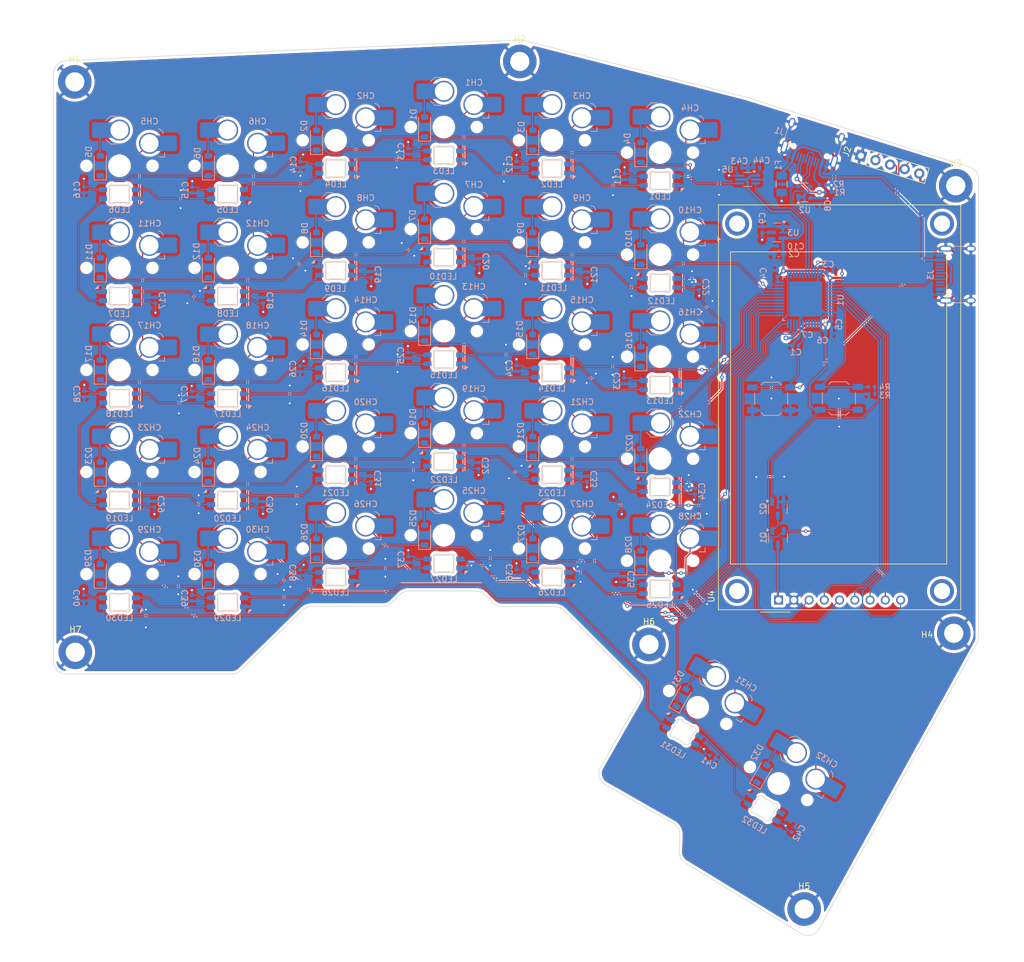
<source format=kicad_pcb>
(kicad_pcb (version 20240108) (generator "pcbnew") (generator_version "8.0")
  (layers (0 "F.Cu" signal) (31 "B.Cu" signal) (34 "B.Paste" user) (35 "F.Paste" user) (36 "B.SilkS" user "B.Silkscreen") (37 "F.SilkS" user "F.Silkscreen") (38 "B.Mask" user) (39 "F.Mask" user) (44 "Edge.Cuts" user))
  (net 0 "")
  (net 1 "BOOT0")
  (net 2 "+3V3")
  (net 3 "NRST")
  (net 4 "GND")
  (net 5 "+5V")
  (net 6 "col3")
  (net 7 "Net-(D1-A)")
  (net 8 "Net-(D2-A)")
  (net 9 "col2")
  (net 10 "col4")
  (net 11 "Net-(D3-A)")
  (net 12 "col5")
  (net 13 "Net-(D4-A)")
  (net 14 "Net-(D5-A)")
  (net 15 "col0")
  (net 16 "col1")
  (net 17 "Net-(D6-A)")
  (net 18 "Net-(D7-A)")
  (net 19 "Net-(D8-A)")
  (net 20 "Net-(D9-A)")
  (net 21 "Net-(D10-A)")
  (net 22 "Net-(D11-A)")
  (net 23 "Net-(D12-A)")
  (net 24 "Net-(D13-A)")
  (net 25 "Net-(D14-A)")
  (net 26 "Net-(D15-A)")
  (net 27 "Net-(D16-A)")
  (net 28 "Net-(D17-A)")
  (net 29 "Net-(D18-A)")
  (net 30 "Net-(D19-A)")
  (net 31 "Net-(D20-A)")
  (net 32 "Net-(D21-A)")
  (net 33 "Net-(D22-A)")
  (net 34 "Net-(D23-A)")
  (net 35 "Net-(D24-A)")
  (net 36 "Net-(D25-A)")
  (net 37 "Net-(D26-A)")
  (net 38 "Net-(D27-A)")
  (net 39 "Net-(D28-A)")
  (net 40 "Net-(D29-A)")
  (net 41 "Net-(D30-A)")
  (net 42 "Net-(D31-A)")
  (net 43 "Net-(D32-A)")
  (net 44 "row0")
  (net 45 "row1")
  (net 46 "row2")
  (net 47 "row3")
  (net 48 "row4")
  (net 49 "row5")
  (net 50 "VBUS")
  (net 51 "D-")
  (net 52 "Net-(J1-CC2)")
  (net 53 "D+")
  (net 54 "Net-(J1-CC1)")
  (net 57 "Net-(R3-Pad2)")
  (net 58 "LCD_PWR")
  (net 59 "Net-(Q1-G)")
  (net 60 "LCD_EN")
  (net 61 "/F1")
  (net 62 "/C13")
  (net 63 "/C14")
  (net 64 "/A8")
  (net 65 "/B13")
  (net 66 "LCD_SCK")
  (net 67 "/C15")
  (net 68 "LCD_DC")
  (net 70 "LCD_MISO")
  (net 71 "/F0")
  (net 72 "SplitSerial")
  (net 73 "/A9")
  (net 74 "/B15")
  (net 75 "/B14")
  (net 76 "SWCLK")
  (net 77 "SWD")
  (net 78 "LCD_MOSI")
  (net 79 "RGB5v")
  (net 80 "Net-(LED1-DOUT)")
  (net 81 "Net-(LED2-DOUT)")
  (net 82 "Net-(LED3-DOUT)")
  (net 83 "Net-(LED4-DOUT)")
  (net 84 "Net-(LED5-DOUT)")
  (net 85 "DOut1")
  (net 86 "Net-(LED7-DOUT)")
  (net 87 "Net-(LED8-DOUT)")
  (net 88 "Net-(LED10-DIN)")
  (net 89 "Net-(LED10-DOUT)")
  (net 90 "Net-(LED11-DOUT)")
  (net 91 "DOut2")
  (net 92 "Net-(LED13-DOUT)")
  (net 93 "Net-(LED14-DOUT)")
  (net 94 "Net-(LED15-DOUT)")
  (net 95 "Net-(LED16-DOUT)")
  (net 96 "Net-(LED17-DOUT)")
  (net 97 "DOut3")
  (net 98 "Net-(LED19-DOUT)")
  (net 99 "Net-(LED20-DOUT)")
  (net 100 "Net-(LED21-DOUT)")
  (net 101 "Net-(LED22-DOUT)")
  (net 102 "Net-(LED23-DOUT)")
  (net 103 "DOut4")
  (net 104 "Net-(LED25-DOUT)")
  (net 105 "Net-(LED26-DOUT)")
  (net 106 "Net-(LED27-DOUT)")
  (net 107 "Net-(LED28-DOUT)")
  (net 108 "Net-(LED29-DOUT)")
  (net 109 "DOut5")
  (net 110 "Net-(LED31-DOUT)")
  (net 112 "SDA")
  (net 113 "RGB3.3")
  (net 114 "SCL")
  (net 120 "LCD_CS")
  (net 121 "LCD_RST")
  (footprint "MountingHole:MountingHole_3.2mm_M3_DIN965_Pad" (layer "F.Cu") (at 185.49 49.23)
    (property "Reference" "H3")
    (property "Value" "MountingHole_Pad")
  )
  (footprint "MountingHole:MountingHole_3.2mm_M3_DIN965_Pad" (layer "F.Cu") (at 38.82 31.93)
    (property "Reference" "H1")
    (property "Value" "MountingHole_Pad")
  )
  (footprint "MountingHole:MountingHole_3.2mm_M3_DIN965_Pad" (layer "F.Cu") (at 134.42 125.64)
    (property "Reference" "H6")
    (property "Value" "MountingHole_Pad")
  )
  (footprint "MountingHole:MountingHole_3.2mm_M3_DIN965_Pad" (layer "F.Cu") (at 38.91 126.94)
    (property "Reference" "H7")
    (property "Value" "MountingHole_Pad")
  )
  (footprint "MountingHole:MountingHole_3.2mm_M3_DIN965_Pad" (layer "F.Cu") (at 112.91 28.53)
    (property "Reference" "H2")
    (property "Value" "MountingHole_Pad")
  )
  (footprint "Display:CR2013-MI2120" (layer "F.Cu") (at 155.990001 118.24 90)
    (property "Reference" "U4")
    (property "Value" "CR2013-MI2120")
  )
  (footprint "MountingHole:MountingHole_3.2mm_M3_DIN965_Pad" (layer "F.Cu") (at 185.16 123.78)
    (property "Reference" "H4")
    (property "Value" "MountingHole_Pad")
  )
  (footprint "Connector_PinHeader_2.54mm:PinHeader_1x05_P2.54mm_Vertical" (layer "F.Cu") (at 169.7 44.23 73)
    (property "Reference" "J2")
    (property "Value" "Conn_01x05")
  )
  (footprint "MountingHole:MountingHole_3.2mm_M3_DIN965_Pad" (layer "F.Cu") (at 160.26 169.71)
    (property "Reference" "H5")
    (property "Value" "MountingHole_Pad")
  )
  (footprint "Capacitor_SMD:C_0402_1005Metric" (layer "B.Cu") (at 130.25 81.73 -90)
    (property "Reference" "C23")
    (property "Value" "0.1uF")
  )
  (footprint "Diode_SMD:D_SOD-123" (layer "B.Cu") (at 43.06 62.90663 90)
    (property "Reference" "D11")
    (property "Value" "D")
  )
  (footprint "Capacitor_SMD:C_0402_1005Metric" (layer "B.Cu") (at 158.786577 75.816577 180)
    (property "Reference" "C1")
    (property "Value" "100nF")
  )
  (footprint "PCM_marbastlib-choc:LED_choc_6028R" (layer "B.Cu") (at 118.26 114.36)
    (property "Reference" "LED26")
    (property "Value" "choc_SK6812MINI-E")
    (fp_line (start -1.699999 -0.702843) (end -1.699999 0.702841) (stroke (width 0.1)) (layer "Edge.Cuts"))
    (fp_line (start -0.794452 1.499999) (end 0.794452 1.499999) (stroke (width 0.1)) (layer "Edge.Cuts"))
    (fp_line (start 0.794453 -1.5) (end -0.794452 -1.5) (stroke (width 0.1)) (layer "Edge.Cuts"))
    (fp_line (start 1.699999 0.702841) (end 1.699999 -0.702843) (stroke (width 0.1)) (layer "Edge.Cuts"))
    (fp_arc (start -1.749484 -0.919721) (mid -1.712527 -0.814069) (end -1.699999 -0.702843) (stroke (width 0.1)) (layer "Edge.Cuts"))
    (fp_arc (start -1.749484 -0.919721) (mid -1.638071 -1.504036) (end -1.046711 -1.5683) (stroke (width 0.1)) (layer "Edge.Cuts"))
    (fp_arc (start -1.699999 0.702842) (mid -1.712527 0.814067) (end -1.749484 0.919719) (stroke (width 0.1)) (layer "Edge.Cuts"))
    (fp_arc (start -1.046711 1.568296) (mid -1.63807 1.504033) (end -1.749484 0.919719) (stroke (width 0.1)) (layer "Edge.Cuts"))
    (fp_arc (start -1.04671 1.568298) (mid -0.925122 1.517376) (end -0.794452 1.499999) (stroke (width 0.1)) (layer "Edge.Cuts"))
    (fp_arc (start -0.794453 -1.500001) (mid -0.925123 -1.517378) (end -1.046711 -1.5683) (stroke (width 0.1)) (layer "Edge.Cuts"))
    (fp_arc (start 0.794452 1.499999) (mid 0.925123 1.517376) (end 1.046711 1.568298) (stroke (width 0.1)) (layer "Edge.Cuts"))
    (fp_arc (start 1.046711 -1.568299) (mid 0.925123 -1.517377) (end 0.794453 -1.5) (stroke (width 0.1)) (layer "Edge.Cuts"))
    (fp_arc (start 1.046711 -1.568299) (mid 1.638071 -1.504036) (end 1.749484 -0.919721) (stroke (width 0.1)) (layer "Edge.Cuts"))
    (fp_arc (start 1.699999 -0.702844) (mid 1.712538 -0.814067) (end 1.749484 -0.919721) (stroke (width 0.1)) (layer "Edge.Cuts"))
    (fp_arc (start 1.749484 0.919718) (mid 1.638073 1.504037) (end 1.046711 1.568298) (stroke (width 0.1)) (layer "Edge.Cuts"))
    (fp_arc (start 1.749484 0.919719) (mid 1.712541 0.814065) (end 1.699999 0.702841) (stroke (width 0.1)) (layer "Edge.Cuts"))
  )
  (footprint "Capacitor_SMD:C_0402_1005Metric" (layer "B.Cu") (at 164.55 63.58)
    (property "Reference" "C3")
    (property "Value" "100nF")
  )
  (footprint "Capacitor_SMD:C_0402_1005Metric" (layer "B.Cu") (at 52.08 102.27 90)
    (property "Reference" "C29")
    (property "Value" "0.1uF")
  )
  (footprint "Diode_SMD:D_SOD-123" (layer "B.Cu") (at 133.06 43.69663 90)
    (property "Reference" "D4")
    (property "Value" "D")
  )
  (footprint "Capacitor_SMD:C_0402_1005Metric" (layer "B.Cu") (at 58.39 49.94 -90)
    (property "Reference" "C15")
    (property "Value" "0.1uF")
  )
  (footprint "Package_TO_SOT_SMD:SOT-23-3" (layer "B.Cu") (at 155.885 107.8925 -90)
    (property "Reference" "Q1")
    (property "Value" "AO3401A")
  )
  (footprint "Diode_SMD:D_SOD-123" (layer "B.Cu") (at 97.06 56.44663 90)
    (property "Reference" "D7")
    (property "Value" "D")
  )
  (footprint "PCM_marbastlib-choc:SW_choc_v1_HS_CPG135001S30_1u" (layer "B.Cu") (at 100.26 107.44663)
    (property "Reference" "CH25")
    (property "Value" "choc_v1_SW_HS")
  )
  (footprint "Button_Switch_SMD:SW_SPST_TL3342" (layer "B.Cu") (at 154.77 84.72 180)
    (property "Reference" "RST1" (hide yes))
    (property "Value" "SW_SPST")
  )
  (footprint "Capacitor_SMD:C_0402_1005Metric" (layer "B.Cu") (at 112.36 113.63 -90)
    (property "Reference" "C36")
    (property "Value" "0.1uF")
  )
  (footprint "Capacitor_SMD:C_0402_1005Metric" (layer "B.Cu") (at 152.37 46.18)
    (property "Reference" "C43")
    (property "Value" "0.1uF")
  )
  (footprint "PCM_marbastlib-choc:SW_choc_v1_HS_CPG135001S30_1u" (layer "B.Cu") (at 46.26 79.90663)
    (property "Reference" "CH17")
    (property "Value" "choc_v1_SW_HS")
  )
  (footprint "PCM_marbastlib-choc:LED_choc_6028R" (layer "B.Cu") (at 140.094919 140.212981 150)
    (property "Reference" "LED31")
    (property "Value" "choc_SK6812MINI-E")
    (fp_line (start 0.794452 -1.5) (end -0.794452 -1.5) (stroke (width 0.1)) (layer "Edge.Cuts"))
    (fp_line (start 1.699999 0.702841) (end 1.699999 -0.702843) (stroke (width 0.1)) (layer "Edge.Cuts"))
    (fp_line (start -1.699999 -0.702843) (end -1.699999 0.702841) (stroke (width 0.1)) (layer "Edge.Cuts"))
    (fp_line (start -0.794452 1.499999) (end 0.794452 1.499999) (stroke (width 0.1)) (layer "Edge.Cuts"))
    (fp_arc (start 1.699999 -0.702844) (mid 1.712536 -0.814067) (end 1.749484 -0.919721) (stroke (width 0.1)) (layer "Edge.Cuts"))
    (fp_arc (start 1.046711 -1.568299) (mid 1.638071 -1.504036) (end 1.749484 -0.919721) (stroke (width 0.1)) (layer "Edge.Cuts"))
    (fp_arc (start 1.046711 -1.568299) (mid 0.925123 -1.517376) (end 0.794452 -1.5) (stroke (width 0.1)) (layer "Edge.Cuts"))
    (fp_arc (start 1.749484 0.919718) (mid 1.638073 1.504037) (end 1.046711 1.568298) (stroke (width 0.1)) (layer "Edge.Cuts"))
    (fp_arc (start 1.749484 0.919719) (mid 1.712511 0.81407) (end 1.699999 0.702841) (stroke (width 0.1)) (layer "Edge.Cuts"))
    (fp_arc (start -0.794453 -1.500001) (mid -0.925123 -1.517378) (end -1.046711 -1.5683) (stroke (width 0.1)) (layer "Edge.Cuts"))
    (fp_arc (start 0.794452 1.499999) (mid 0.925123 1.517374) (end 1.046711 1.568298) (stroke (width 0.1)) (layer "Edge.Cuts"))
    (fp_arc (start -1.749484 -0.919721) (mid -1.63807 -1.504035) (end -1.046711 -1.5683) (stroke (width 0.1)) (layer "Edge.Cuts"))
    (fp_arc (start -1.749484 -0.919721) (mid -1.712527 -0.814069) (end -1.699999 -0.702843) (stroke (width 0.1)) (layer "Edge.Cuts"))
    (fp_arc (start -1.04671 1.568298) (mid -0.925122 1.517376) (end -0.794452 1.499999) (stroke (width 0.1)) (layer "Edge.Cuts"))
    (fp_arc (start -1.046711 1.568296) (mid -1.638071 1.504032) (end -1.749484 0.919719) (stroke (width 0.1)) (layer "Edge.Cuts"))
    (fp_arc (start -1.699998 0.702842) (mid -1.712526 0.814067) (end -1.749484 0.919719) (stroke (width 0.1)) (layer "Edge.Cuts"))
  )
  (footprint "PCM_marbastlib-choc:SW_choc_v1_HS_CPG135001S30_1u" (layer "B.Cu") (at 118.26 41.65663)
    (property "Reference" "CH3")
    (property "Value" "choc_v1_SW_HS")
  )
  (footprint "Capacitor_SMD:C_0402_1005Metric" (layer "B.Cu") (at 162.81 51.7725 -90)
    (property "Reference" "C8")
    (property "Value" "100nF")
  )
  (footprint "Capacitor_SMD:C_0402_1005Metric" (layer "B.Cu") (at 142.09 100.12 90)
    (property "Reference" "C34")
    (property "Value" "0.1uF")
  )
  (footprint "PCM_marbastlib-choc:SW_choc_v1_HS_CPG135001S30_1.75u" (layer "B.Cu") (at 155.999415 148.80119 -30)
    (property "Reference" "CH32")
    (property "Value" "choc_v1_SW_HS")
  )
  (footprint "PCM_marbastlib-choc:SW_choc_v1_HS_CPG135001S30_1u" (layer "B.Cu") (at 100.26 56.44663)
    (property "Reference" "CH7")
    (property "Value" "choc_v1_SW_HS")
  )
  (footprint "Capacitor_SMD:C_0402_1005Metric" (layer "B.Cu") (at 164.3 73.83)
    (property "Reference" "C6")
    (property "Value" "100nF")
  )
  (footprint "PCM_marbastlib-choc:SW_choc_v1_HS_CPG135001S30_1u" (layer "B.Cu") (at 64.26 96.90663)
    (property "Reference" "CH24")
    (property "Value" "choc_v1_SW_HS")
  )
  (footprint "Diode_SMD:D_SOD-123" (layer "B.Cu") (at 153.228134 147.201191 60)
    (property "Reference" "D32")
    (property "Value" "D")
  )
  (footprint "PCM_marbastlib-choc:LED_choc_6028R" (layer "B.Cu") (at 82.265 97.37 180)
    (property "Reference" "LED21")
    (property "Value" "choc_SK6812MINI-E")
    (fp_line (start 1.699999 0.702841) (end 1.699999 -0.702843) (stroke (width 0.1)) (layer "Edge.Cuts"))
    (fp_line (start 0.794453 -1.5) (end -0.794452 -1.5) (stroke (width 0.1)) (layer "Edge.Cuts"))
    (fp_line (start -0.794452 1.499999) (end 0.794452 1.499999) (stroke (width 0.1)) (layer "Edge.Cuts"))
    (fp_line (start -1.699999 -0.702843) (end -1.699999 0.702841) (stroke (width 0.1)) (layer "Edge.Cuts"))
    (fp_arc (start 1.749484 0.919719) (mid 1.712541 0.814065) (end 1.699999 0.702841) (stroke (width 0.1)) (layer "Edge.Cuts"))
    (fp_arc (start 1.749484 0.919718) (mid 1.638073 1.504037) (end 1.046711 1.568298) (stroke (width 0.1)) (layer "Edge.Cuts"))
    (fp_arc (start 1.699999 -0.702844) (mid 1.712538 -0.814067) (end 1.749484 -0.919721) (stroke (width 0.1)) (layer "Edge.Cuts"))
    (fp_arc (start 1.046711 -1.568299) (mid 1.638071 -1.504036) (end 1.749484 -0.919721) (stroke (width 0.1)) (layer "Edge.Cuts"))
    (fp_arc (start 1.046711 -1.568299) (mid 0.925123 -1.517377) (end 0.794453 -1.5) (stroke (width 0.1)) (layer "Edge.Cuts"))
    (fp_arc (start 0.794452 1.499999) (mid 0.925123 1.517376) (end 1.046711 1.568298) (stroke (width 0.1)) (layer "Edge.Cuts"))
    (fp_arc (start -0.794453 -1.500001) (mid -0.925123 -1.517378) (end -1.046711 -1.5683) (stroke (width 0.1)) (layer "Edge.Cuts"))
    (fp_arc (start -1.04671 1.568298) (mid -0.925122 1.517376) (end -0.794452 1.499999) (stroke (width 0.1)) (layer "Edge.Cuts"))
    (fp_arc (start -1.046711 1.568296) (mid -1.63807 1.504033) (end -1.749484 0.919719) (stroke (width 0.1)) (layer "Edge.Cuts"))
    (fp_arc (start -1.699999 0.702842) (mid -1.712527 0.814067) (end -1.749484 0.919719) (stroke (width 0.1)) (layer "Edge.Cuts"))
    (fp_arc (start -1.749484 -0.919721) (mid -1.638071 -1.504036) (end -1.046711 -1.5683) (stroke (width 0.1)) (layer "Edge.Cuts"))
    (fp_arc (start -1.749484 -0.919721) (mid -1.712527 -0.814069) (end -1.699999 -0.702843) (stroke (width 0.1)) (layer "Edge.Cuts"))
  )
  (footprint "PCM_marbastlib-choc:SW_choc_v1_HS_CPG135001S30_1u" (layer "B.Cu") (at 82.26 92.65663)
    (property "Reference" "CH20")
    (property "Value" "choc_v1_SW_HS")
  )
  (footprint "Resistor_SMD:R_0402_1005Metric" (layer "B.Cu") (at 163.3 49.08)
    (property "Reference" "R2")
    (property "Value" "5.1k")
  )
  (footprint "PCM_marbastlib-choc:SW_choc_v1_HS_CPG135001S30_1u" (layer "B.Cu") (at 136.26 43.69663)
    (property "Reference" "CH4")
    (property "Value" "choc_v1_SW_HS")
  )
  (footprint "Diode_SMD:D_SOD-123" (layer "B.Cu") (at 139.764676 134.520583 60)
    (property "Reference" "D31")
    (property "Value" "D")
  )
  (footprint "Diode_SMD:D_SOD-123" (layer "B.Cu") (at 43.06 45.90663 90)
    (property "Reference" "D5")
    (property "Value" "D")
  )
  (footprint "Diode_SMD:D_SOD-123" (layer "B.Cu") (at 61.06 113.90663 90)
    (property "Reference" "D30")
    (property "Value" "D")
  )
  (footprint "Capacitor_SMD:C_0402_1005Metric" (layer "B.Cu") (at 70.18 68.32 90)
    (property "Reference" "C18")
    (property "Value" "0.1uF")
  )
  (footprint "Capacitor_SMD:C_0402_1005Metric" (layer "B.Cu") (at 112.36 79.65 -90)
    (property "Reference" "C24")
    (property "Value" "0.1uF")
  )
  (footprint "Diode_SMD:D_SOD-123" (layer "B.Cu") (at 115.06 109.65663 90)
    (property "Reference" "D27")
    (property "Value" "D")
  )
  (footprint "Button_Switch_SMD:SW_SPST_TL3342" (layer "B.Cu") (at 166.03 84.64)
    (property "Reference" "BOOT1" (hide yes))
    (property "Value" "SW_SPST")
  )
  (footprint "Diode_SMD:D_SOD-123" (layer "B.Cu") (at 133.06 94.69663 90)
    (property "Reference" "D22")
    (property "Value" "D")
  )
  (footprint "PCM_marbastlib-choc:SW_choc_v1_HS_CPG135001S30_1u" (layer "B.Cu") (at 118.26 109.65663)
    (property "Reference" "CH27")
    (property "Value" "choc_v1_SW_HS")
  )
  (footprint "PCM_marbastlib-choc:SW_choc_v1_HS_CPG135001S30_1u" (layer "B.Cu") (at 82.26 75.65663)
    (property "Reference" "CH14")
    (property "Value" "choc_v1_SW_HS")
  )
  (footprint "PCM_marbastlib-choc:LED_choc_6028R" (layer "B.Cu") (at 136.25 116.41)
    (property "Reference" "LED25")
    (property "Value" "choc_SK6812MINI-E")
    (fp_line (start -1.699999 -0.702843) (end -1.699999 0.702841) (stroke (width 0.1)) (layer "Edge.Cuts"))
    (fp_line (start -0.794452 1.499999) (end 0.794452 1.499999) (stroke (width 0.1)) (layer "Edge.Cuts"))
    (fp_line (start 0.794453 -1.5) (end -0.794452 -1.5) (stroke (width 0.1)) (layer "Edge.Cuts"))
    (fp_line (start 1.699999 0.702841) (end 1.699999 -0.702843) (stroke (width 0.1)) (layer "Edge.Cuts"))
    (fp_arc (start -1.749484 -0.919721) (mid -1.712527 -0.814069) (end -1.699999 -0.702843) (stroke (width 0.1)) (layer "Edge.Cuts"))
    (fp_arc (start -1.749484 -0.919721) (mid -1.638071 -1.504036) (end -1.046711 -1.5683) (stroke (width 0.1)) (layer "Edge.Cuts"))
    (fp_arc (start -1.699999 0.702842) (mid -1.712527 0.814067) (end -1.749484 0.919719) (stroke (width 0.1)) (layer "Edge.Cuts"))
    (fp_arc (start -1.046711 1.568296) (mid -1.63807 1.504033) (end -1.749484 0.919719) (stroke (width 0.1)) (layer "Edge.Cuts"))
    (fp_arc (start -1.04671 1.568298) (mid -0.925122 1.517376) (end -0.794452 1.499999) (stroke (width 0.1)) (layer "Edge.Cuts"))
    (fp_arc (start -0.794453 -1.500001) (mid -0.925123 -1.517378) (end -1.046711 -1.5683) (stroke (width 0.1)) (layer "Edge.Cuts"))
    (fp_arc (start 0.794452 1.499999) (mid 0.925123 1.517376) (end 1.046711 1.568298) (stroke (width 0.1)) (layer "Edge.Cuts"))
    (fp_arc (start 1.046711 -1.568299) (mid 0.925123 -1.517377) (end 0.794453 -1.5) (stroke (width 0.1)) (layer "Edge.Cuts"))
    (fp_arc (start 1.046711 -1.568299) (mid 1.638071 -1.504036) (end 1.749484 -0.919721) (stroke (width 0.1)) (layer "Edge.Cuts"))
    (fp_arc (start 1.699999 -0.702844) (mid 1.712538 -0.814067) (end 1.749484 -0.919721) (stroke (width 0.1)) (layer "Edge.Cuts"))
    (fp_arc (start 1.749484 0.919718) (mid 1.638073 1.504037) (end 1.046711 1.568298) (stroke (width 0.1)) (layer "Edge.Cuts"))
    (fp_arc (start 1.749484 0.919719) (mid 1.712541 0.814065) (end 1.699999 0.702841) (stroke (width 0.1)) (layer "Edge.Cuts"))
  )
  (footprint "Capacitor_SMD:C_0402_1005Metric" (layer "B.Cu") (at 156.285 59.24 180)
    (property "Reference" "C10")
    (property "Value" "1uF")
  )
  (footprint "Capacitor_SMD:C_0402_1005Metric" (layer "B.Cu") (at 76.31 113.68 -90)
    (property "Reference" "C38")
    (property "Value" "0.1uF")
  )
  (footprint "Diode_SMD:D_SOD-123" (layer "B.Cu") (at 43.06 79.90663 90)
    (property "Reference" "D17")
    (property "Value" "D")
  )
  (footprint "PCM_marbastlib-choc:SW_choc_v1_HS_CPG135001S30_1u" (layer "B.Cu") (at 46.26 62.90663)
    (property "Reference" "CH11")
    (property "Value" "choc_v1_SW_HS")
  )
  (footprint "Diode_SMD:D_SOD-123" (layer "B.Cu") (at 43.06 96.90663 90)
    (property "Reference" "D23")
    (property "Value" "D")
  )
  (footprint "Capacitor_SMD:C_0402_1005Metric" (layer "B.Cu") (at 58.33 117.93 -90)
    (property "Reference" "C39")
    (property "Value" "0.1uF")
  )
  (footprint "Diode_SMD:D_SOD-123" (layer "B.Cu") (at 61.06 96.90663 90)
    (property "Reference" "D24")
    (property "Value" "D")
  )
  (footprint "PCM_marbastlib-choc:SW_choc_v1_HS_CPG135001S30_1u" (layer "B.Cu") (at 46.26 113.90663)
    (property "Reference" "CH29")
    (property "Value" "choc_v1_SW_HS")
  )
  (footprint "PCM_marbastlib-choc:SW_choc_v1_HS_CPG135001S30_1u" (layer "B.Cu") (at 136.26 111.69663)
    (property "Reference" "CH28")
    (property "Value" "choc_v1_SW_HS")
  )
  (footprint "Capacitor_SMD:C_0402_1005Metric" (layer "B.Cu") (at 149.39 46.28)
    (property "Reference" "C44")
    (property "Value" "0.1uF")
  )
  (footprint "Diode_SMD:D_SOD-123" (layer "B.Cu") (at 115.06 92.65663 90)
    (property "Reference" "D21")
    (property "Value" "D")
  )
  (footprint "Fuse:Fuse_1206_3216Metric" (layer "B.Cu") (at 156.5 48.97 -90)
    (property "Reference" "F1")
    (property "Value" "500mA")
  )
  (footprint "PCM_marbastlib-choc:LED_choc_6028R" (layer "B.Cu") (at 100.25 95.16 180)
    (property "Reference" "LED22")
    (property "Value" "choc_SK6812MINI-E")
    (fp_line (start 1.699999 0.702841) (end 1.699999 -0.702843) (stroke (width 0.1)) (layer "Edge.Cuts"))
    (fp_line (start 0.794453 -1.5) (end -0.794452 -1.5) (stroke (width 0.1)) (layer "Edge.Cuts"))
    (fp_line (start -0.794452 1.499999) (end 0.794452 1.499999) (stroke (width 0.1)) (layer "Edge.Cuts"))
    (fp_line (start -1.699999 -0.702843) (end -1.699999 0.702841) (stroke (width 0.1)) (layer "Edge.Cuts"))
    (fp_arc (start 1.749484 0.919719) (mid 1.712541 0.814065) (end 1.699999 0.702841) (stroke (width 0.1)) (layer "Edge.Cuts"))
    (fp_arc (start 1.749484 0.919718) (mid 1.638073 1.504037) (end 1.046711 1.568298) (stroke (width 0.1)) (layer "Edge.Cuts"))
    (fp_arc (start 1.699999 -0.702844) (mid 1.712538 -0.814067) (end 1.749484 -0.919721) (stroke (width 0.1)) (layer "Edge.Cuts"))
    (fp_arc (start 1.046711 -1.568299) (mid 1.638071 -1.504036) (end 1.749484 -0.919721) (stroke (width 0.1)) (layer "Edge.Cuts"))
    (fp_arc (start 1.046711 -1.568299) (mid 0.925123 -1.517377) (end 0.794453 -1.5) (stroke (width 0.1)) (layer "Edge.Cuts"))
    (fp_arc (start 0.794452 1.499999) (mid 0.925123 1.517376) (end 1.046711 1.568298) (stroke (width 0.1)) (layer "Edge.Cuts"))
    (fp_arc (start -0.794453 -1.500001) (mid -0.925123 -1.517378) (end -1.046711 -1.5683) (stroke (width 0.1)) (layer "Edge.Cuts"))
    (fp_arc (start -1.04671 1.568298) (mid -0.925122 1.517376) (end -0.794452 1.499999) (stroke (width 0.1)) (layer "Edge.Cuts"))
    (fp_arc (start -1.046711 1.568296) (mid -1.63807 1.504033) (end -1.749484 0.919719) (stroke (width 0.1)) (layer "Edge.Cuts"))
    (fp_arc (start -1.699999 0.702842) (mid -1.712527 0.814067) (end -1.749484 0.919719) (stroke (width 0.1)) (layer "Edge.Cuts"))
    (fp_arc (start -1.749484 -0.919721) (mid -1.638071 -1.504036) (end -1.046711 -1.5683) (stroke (width 0.1)) (layer "Edge.Cuts"))
    (fp_arc (start -1.749484 -0.919721) (mid -1.712527 -0.814069) (end -1.699999 -0.702843) (stroke (width 0.1)) (layer "Edge.Cuts"))
  )
  (footprint "Capacitor_SMD:C_0402_1005Metric" (layer "B.Cu") (at 164.8 72.33 -90)
    (property "Reference" "C5")
    (property "Value" "100nF")
  )
  (footprint "PCM_marbastlib-choc:LED_choc_6028R" (layer "B.Cu") (at 64.255 101.61 180)
    (property "Reference" "LED20")
    (property "Value" "choc_SK6812MINI-E")
    (fp_line (start 1.699999 0.702841) (end 1.699999 -0.702843) (stroke (width 0.1)) (layer "Edge.Cuts"))
    (fp_line (start 0.794453 -1.5) (end -0.794452 -1.5) (stroke (width 0.1)) (layer "Edge.Cuts"))
    (fp_line (start -0.794452 1.499999) (end 0.794452 1.499999) (stroke (width 0.1)) (layer "Edge.Cuts"))
    (fp_line (start -1.699999 -0.702843) (end -1.699999 0.702841) (stroke (width 0.1)) (layer "Edge.Cuts"))
    (fp_arc (start 1.749484 0.919719) (mid 1.712541 0.814065) (end 1.699999 0.702841) (stroke (width 0.1)) (layer "Edge.Cuts"))
    (fp_arc (start 1.749484 0.919718) (mid 1.638073 1.504037) (end 1.046711 1.568298) (stroke (width 0.1)) (layer "Edge.Cuts"))
    (fp_arc (start 1.699999 -0.702844) (mid 1.712538 -0.814067) (end 1.749484 -0.919721) (stroke (width 0.1)) (layer "Edge.Cuts"))
    (fp_arc (start 1.046711 -1.568299) (mid 1.638071 -1.504036) (end 1.749484 -0.919721) (stroke (width 0.1)) (layer "Edge.Cuts"))
    (fp_arc (start 1.046711 -1.568299) (mid 0.925123 -1.517377) (end 0.794453 -1.5) (stroke (width 0.1)) (layer "Edge.Cuts"))
    (fp_arc (start 0.794452 1.499999) (mid 0.925123 1.517376) (end 1.046711 1.568298) (stroke (width 0.1)) (layer "Edge.Cuts"))
    (fp_arc (start -0.794453 -1.500001) (mid -0.925123 -1.517378) (end -1.046711 -1.5683) (stroke (width 0.1)) (layer "Edge.Cuts"))
    (fp_arc (start -1.04671 1.568298) (mid -0.925122 1.517376) (end -0.794452 1.499999) (stroke (width 0.1)) (layer "Edge.Cuts"))
    (fp_arc (start -1.046711 1.568296) (mid -1.63807 1.504033) (end -1.749484 0.919719) (stroke (width 0.1)) (layer "Edge.Cuts"))
    (fp_arc (start -1.699999 0.702842) (mid -1.712527 0.814067) (end -1.749484 0.919719) (stroke (width 0.1)) (layer "Edge.Cuts"))
    (fp_arc (start -1.749484 -0.919721) (mid -1.638071 -1.504036) (end -1.046711 -1.5683) (stroke (width 0.1)) (layer "Edge.Cuts"))
    (fp_arc (start -1.749484 -0.919721) (mid -1.712527 -0.814069) (end -1.699999 -0.702843) (stroke (width 0.1)) (layer "Edge.Cuts"))
  )
  (footprint "PCM_marbastlib-choc:LED_choc_6028R" (layer "B.Cu") (at 82.255 114.37)
    (property "Reference" "LED28")
    (property "Value" "choc_SK6812MINI-E")
    (fp_line (start -1.699999 -0.702843) (end -1.699999 0.702841) (stroke (width 0.1)) (layer "Edge.Cuts"))
    (fp_line (start -0.794452 1.499999) (end 0.794452 1.499999) (stroke (width 0.1)) (layer "Edge.Cuts"))
    (fp_line (start 0.794453 -1.5) (end -0.794452 -1.5) (stroke (width 0.1)) (layer "Edge.Cuts"))
    (fp_line (start 1.699999 0.702841) (end 1.699999 -0.702843) (stroke (width 0.1)) (layer "Edge.Cuts"))
    (fp_arc (start -1.749484 -0.919721) (mid -1.712527 -0.814069) (end -1.699999 -0.702843) (stroke (width 0.1)) (layer "Edge.Cuts"))
    (fp_arc (start -1.749484 -0.919721) (mid -1.638071 -1.504036) (end -1.046711 -1.5683) (stroke (width 0.1)) (layer "Edge.Cuts"))
    (fp_arc (start -1.699999 0.702842) (mid -1.712527 0.814067) (end -1.749484 0.919719) (stroke (width 0.1)) (layer "Edge.Cuts"))
    (fp_arc (start -1.046711 1.568296) (mid -1.63807 1.504033) (end -1.749484 0.919719) (stroke (width 0.1)) (layer "Edge.Cuts"))
    (fp_arc (start -1.04671 1.568298) (mid -0.925122 1.517376) (end -0.794452 1.499999) (stroke (width 0.1)) (layer "Edge.Cuts"))
    (fp_arc (start -0.794453 -1.500001) (mid -0.925123 -1.517378) (end -1.046711 -1.5683) (stroke (width 0.1)) (layer "Edge.Cuts"))
    (fp_arc (start 0.794452 1.499999) (mid 0.925123 1.517376) (end 1.046711 1.568298) (stroke (width 0.1)) (layer "Edge.Cuts"))
    (fp_arc (start 1.046711 -1.568299) (mid 0.925123 -1.517377) (end 0.794453 -1.5) (stroke (width 0.1)) (layer "Edge.Cuts"))
    (fp_arc (start 1.046711 -1.568299) (mid 1.638071 -1.504036) (end 1.749484 -0.919721) (stroke (width 0.1)) (layer "Edge.Cuts"))
    (fp_arc (start 1.699999 -0.702844) (mid 1.712538 -0.814067) (end 1.749484 -0.919721) (stroke (width 0.1)) (layer "Edge.Cuts"))
    (fp_arc (start 1.749484 0.919718) (mid 1.638073 1.504037) (end 1.046711 1.568298) (stroke (width 0.1)) (layer "Edge.Cuts"))
    (fp_arc (start 1.749484 0.919719) (mid 1.712541 0.814065) (end 1.699999 0.702841) (stroke (width 0.1)) (layer "Edge.Cuts"))
  )
  (footprint "PCM_marbastlib-choc:SW_choc_v1_HS_CPG135001S30_1u" (layer "B.Cu") (at 118.26 92.65663)
    (property "Reference" "CH21")
    (property "Value" "choc_v1_SW_HS")
  )
  (footprint "Diode_SMD:D_SOD-123" (layer "B.Cu") (at 79.06 58.65663 90)
    (property "Reference" "D8")
    (property "Value" "D")
  )
  (footprint "PCM_marbastlib-choc:LED_choc_6028R" (layer "B.Cu") (at 64.26 67.62 180)
    (property "Reference" "LED8")
    (property "Value" "choc_SK6812MINI-E")
    (fp_line (start 1.699999 0.702841) (end 1.699999 -0.702843) (stroke (width 0.1)) (layer "Edge.Cuts"))
    (fp_line (start 0.794453 -1.5) (end -0.794452 -1.5) (stroke (width 0.1)) (layer "Edge.Cuts"))
    (fp_line (start -0.794452 1.499999) (end 0.794452 1.499999) (stroke (width 0.1)) (layer "Edge.Cuts"))
    (fp_line (start -1.699999 -0.702843) (end -1.699999 0.702841) (stroke (width 0.1)) (layer "Edge.Cuts"))
    (fp_arc (start 1.749484 0.919719) (mid 1.712541 0.814065) (end 1.699999 0.702841) (stroke (width 0.1)) (layer "Edge.Cuts"))
    (fp_arc (start 1.749484 0.919718) (mid 1.638073 1.504037) (end 1.046711 1.568298) (stroke (width 0.1)) (layer "Edge.Cuts"))
    (fp_arc (start 1.699999 -0.702844) (mid 1.712538 -0.814067) (end 1.749484 -0.919721) (stroke (width 0.1)) (layer "Edge.Cuts"))
    (fp_arc (start 1.046711 -1.568299) (mid 1.638071 -1.504036) (end 1.749484 -0.919721) (stroke (width 0.1)) (layer "Edge.Cuts"))
    (fp_arc (start 1.046711 -1.568299) (mid 0.925123 -1.517377) (end 0.794453 -1.5) (stroke (width 0.1)) (layer "Edge.Cuts"))
    (fp_arc (start 0.794452 1.499999) (mid 0.925123 1.517376) (end 1.046711 1.568298) (stroke (width 0.1)) (layer "Edge.Cuts"))
    (fp_arc (start -0.794453 -1.500001) (mid -0.925123 -1.517378) (end -1.046711 -1.5683) (stroke (width 0.1)) (layer "Edge.Cuts"))
    (fp_arc (start -1.04671 1.568298) (mid -0.925122 1.517376) (end -0.794452 1.499999) (stroke (width 0.1)) (layer "Edge.Cuts"))
    (fp_arc (start -1.046711 1.568296) (mid -1.63807 1.504033) (end -1.749484 0.919719) (stroke (width 0.1)) (layer "Edge.Cuts"))
    (fp_arc (start -1.699999 0.702842) (mid -1.712527 0.814067) (end -1.749484 0.919719) (stroke (width 0.1)) (layer "Edge.Cuts"))
    (fp_arc (start -1.749484 -0.919721) (mid -1.638071 -1.504036) (end -1.046711 -1.5683) (stroke (width 0.1)) (layer "Edge.Cuts"))
    (fp_arc (start -1.749484 -0.919721) (mid -1.712527 -0.814069) (end -1.699999 -0.702843) (stroke (width 0.1)) (layer "Edge.Cuts"))
  )
  (footprint "PCM_marbastlib-choc:LED_choc_6028R" (layer "B.Cu") (at 82.25 80.37)
    (property "Reference" "LED16")
    (property "Value" "choc_SK6812MINI-E")
    (fp_line (start -1.699999 -0.702843) (end -1.699999 0.702841) (stroke (width 0.1)) (layer "Edge.Cuts"))
    (fp_line (start -0.794452 1.499999) (end 0.794452 1.499999) (stroke (width 0.1)) (layer "Edge.Cuts"))
    (fp_line (start 0.794453 -1.5) (end -0.794452 -1.5) (stroke (width 0.1)) (layer "Edge.Cuts"))
    (fp_line (start 1.699999 0.702841) (end 1.699999 -0.702843) (stroke (width 0.1)) (layer "Edge.Cuts"))
    (fp_arc (start -1.749484 -0.919721) (mid -1.712527 -0.814069) (end -1.699999 -0.702843) (stroke (width 0.1)) (layer "Edge.Cuts"))
    (fp_arc (start -1.749484 -0.919721) (mid -1.638071 -1.504036) (end -1.046711 -1.5683) (stroke (width 0.1)) (layer "Edge.Cuts"))
    (fp_arc (start -1.699999 0.702842) (mid -1.712527 0.814067) (end -1.749484 0.919719) (stroke (width 0.1)) (layer "Edge.Cuts"))
    (fp_arc (start -1.046711 1.568296) (mid -1.63807 1.504033) (end -1.749484 0.919719) (stroke (width 0.1)) (layer "Edge.Cuts"))
    (fp_arc (start -1.04671 1.568298) (mid -0.925122 1.517376) (end -0.794452 1.499999) (stroke (width 0.1)) (layer "Edge.Cuts"))
    (fp_arc (start -0.794453 -1.500001) (mid -0.925123 -1.517378) (end -1.046711 -1.5683) (stroke (width 0.1)) (layer "Edge.Cuts"))
    (fp_arc (start 0.794452 1.499999) (mid 0.925123 1.517376) (end 1.046711 1.568298) (stroke (width 0.1)) (layer "Edge.Cuts"))
    (fp_arc (start 1.046711 -1.568299) (mid 0.925123 -1.517377) (end 0.794453 -1.5) (stroke (width 0.1)) (layer "Edge.Cuts"))
    (fp_arc (start 1.046711 -1.568299) (mid 1.638071 -1.504036) (end 1.749484 -0.919721) (stroke (width 0.1)) (layer "Edge.Cuts"))
    (fp_arc (start 1.699999 -0.702844) (mid 1.712538 -0.814067) (end 1.749484 -0.919721) (stroke (width 0.1)) (layer "Edge.Cuts"))
    (fp_arc (start 1.749484 0.919718) (mid 1.638073 1.504037) (end 1.046711 1.568298) (stroke (width 0.1)) (layer "Edge.Cuts"))
    (fp_arc (start 1.749484 0.919719) (mid 1.712541 0.814065) (end 1.699999 0.702841) (stroke (width 0.1)) (layer "Edge.Cuts"))
  )
  (footprint "PCM_marbastlib-choc:SW_choc_v1_HS_CPG135001S30_1u" (layer "B.Cu") (at 136.26 77.69663)
    (property "Reference" "CH16")
    (property "Value" "choc_v1_SW_HS")
  )
  (footprint "PCM_marbastlib-choc:SW_choc_v1_HS_CPG135001S30_1u" (layer "B.Cu") (at 100.26 90.44663)
    (property "Reference" "CH19")
    (property "Value" "choc_v1_SW_HS")
  )
  (footprint "Capacitor_SMD:C_0402_1005Metric" (layer "B.Cu") (at 76.38 45.71 -90)
    (property "Reference" "C14")
    (property "Value" "0.1uF")
  )
  (footprint "PCM_marbastlib-choc:SW_choc_v1_HS_CPG135001S30_1u" (layer "B.Cu") (at 46.26 96.90663)
    (property "Reference" "CH23")
    (property "Value" "choc_v1_SW_HS")
  )
  (footprint "Capacitor_SMD:C_0402_1005Metric" (layer "B.Cu") (at 145 144.37 -30)
    (property "Reference" "C41")
    (property "Value" "0.1uF")
  )
  (footprint "PCM_marbastlib-choc:LED_choc_6028R" (layer "B.Cu") (at 153.635163 152.95193 150)
    (property "Reference" "LED32")
    (property "Value" "choc_SK6812MINI-E")
    (fp_line (start 0.794452 -1.5) (end -0.794452 -1.5) (stroke (width 0.1)) (layer "Edge.Cuts"))
    (fp_line (start 1.699999 0.702841) (end 1.699999 -0.702843) (stroke (width 0.1)) (layer "Edge.Cuts"))
    (fp_line (start -1.699999 -0.702843) (end -1.699999 0.702841) (stroke (width 0.1)) (layer "Edge.Cuts"))
    (fp_line (start -0.794452 1.499999) (end 0.794452 1.499999) (stroke (width 0.1)) (layer "Edge.Cuts"))
    (fp_arc (start 1.699999 -0.702844) (mid 1.712536 -0.814067) (end 1.749484 -0.919721) (stroke (width 0.1)) (layer "Edge.Cuts"))
    (fp_arc (start 1.046711 -1.568299) (mid 1.638071 -1.504036) (end 1.749484 -0.919721) (stroke (width 0.1)) (layer "Edge.Cuts"))
    (fp_arc (start 1.046711 -1.568299) (mid 0.925123 -1.517376) (end 0.794452 -1.5) (stroke (width 0.1)) (layer "Edge.Cuts"))
    (fp_arc (start 1.749484 0.919718) (mid 1.638073 1.504037) (end 1.046711 1.568298) (stroke (width 0.1)) (layer "Edge.Cuts"))
    (fp_arc (start 1.749484 0.919719) (mid 1.712511 0.81407) (end 1.699999 0.702841) (stroke (width 0.1)) (layer "Edge.Cuts"))
    (fp_arc (start -0.794453 -1.500001) (mid -0.925123 -1.517378) (end -1.046711 -1.5683) (stroke (width 0.1)) (layer "Edge.Cuts"))
    (fp_arc (start 0.794452 1.499999) (mid 0.925123 1.517374) (end 1.046711 1.568298) (stroke (width 0.1)) (layer "Edge.Cuts"))
    (fp_arc (start -1.749484 -0.919721) (mid -1.63807 -1.504035) (end -1.046711 -1.5683) (stroke (width 0.1)) (layer "Edge.Cuts"))
    (fp_arc (start -1.749484 -0.919721) (mid -1.712527 -0.814069) (end -1.699999 -0.702843) (stroke (width 0.1)) (layer "Edge.Cuts"))
    (fp_arc (start -1.04671 1.568298) (mid -0.925122 1.517376) (end -0.794452 1.499999) (stroke (width 0.1)) (layer "Edge.Cuts"))
    (fp_arc (start -1.046711 1.568296) (mid -1.638071 1.504032) (end -1.749484 0.919719) (stroke (width 0.1)) (layer "Edge.Cuts"))
    (fp_arc (start -1.699998 0.702842) (mid -1.712526 0.814067) (end -1.749484 0.919719) (stroke (width 0.1)) (layer "Edge.Cuts"))
  )
  (footprint "PCM_marbastlib-choc:SW_choc_v1_HS_CPG135001S30_1u" (layer "B.Cu") (at 64.26 79.90663)
    (property "Reference" "CH18")
    (property "Value" "choc_v1_SW_HS")
  )
  (footprint "Capacitor_SMD:C_0402_1005Metric" (layer "B.Cu") (at 124.1 98.08 90)
    (property "Reference" "C33")
    (property "Value" "0.1uF")
  )
  (footprint "PCM_marbastlib-choc:LED_choc_6028R" (layer "B.Cu") (at 100.27 112.15)
    (property "Reference" "LED27")
    (property "Value" "choc_SK6812MINI-E")
    (fp_line (start -1.699999 -0.702843) (end -1.699999 0.702841) (stroke (width 0.1)) (layer "Edge.Cuts"))
    (fp_line (start -0.794452 1.499999) (end 0.794452 1.499999) (stroke (width 0.1)) (layer "Edge.Cuts"))
    (fp_line (start 0.794453 -1.5) (end -0.794452 -1.5) (stroke (width 0.1)) (layer "Edge.Cuts"))
    (fp_line (start 1.699999 0.702841) (end 1.699999 -0.702843) (stroke (width 0.1)) (layer "Edge.Cuts"))
    (fp_arc (start -1.749484 -0.919721) (mid -1.712527 -0.814069) (end -1.699999 -0.702843) (stroke (width 0.1)) (layer "Edge.Cuts"))
    (fp_arc (start -1.749484 -0.919721) (mid -1.638071 -1.504036) (end -1.046711 -1.5683) (stroke (width 0.1)) (layer "Edge.Cuts"))
    (fp_arc (start -1.699999 0.702842) (mid -1.712527 0.814067) (end -1.749484 0.919719) (stroke (width 0.1)) (layer "Edge.Cuts"))
    (fp_arc (start -1.046711 1.568296) (mid -1.63807 1.504033) (end -1.749484 0.919719) (stroke (width 0.1)) (layer "Edge.Cuts"))
    (fp_arc (start -1.04671 1.568298) (mid -0.925122 1.517376) (end -0.794452 1.499999) (stroke (width 0.1)) (layer "Edge.Cuts"))
    (fp_arc (start -0.794453 -1.500001) (mid -0.925123 -1.517378) (end -1.046711 -1.5683) (stroke (width 0.1)) (layer "Edge.Cuts"))
    (fp_arc (start 0.794452 1.499999) (mid 0.925123 1.517376) (end 1.046711 1.568298) (stroke (width 0.1)) (layer "Edge.Cuts"))
    (fp_arc (start 1.046711 -1.568299) (mid 0.925123 -1.517377) (end 0.794453 -1.5) (stroke (width 0.1)) (layer "Edge.Cuts"))
    (fp_arc (start 1.046711 -1.568299) (mid 1.638071 -1.504036) (end 1.749484 -0.919721) (stroke (width 0.1)) (layer "Edge.Cuts"))
    (fp_arc (start 1.699999 -0.702844) (mid 1.712538 -0.814067) (end 1.749484 -0.919721) (stroke (width 0.1)) (layer "Edge.Cuts"))
    (fp_arc (start 1.749484 0.919718) (mid 1.638073 1.504037) (end 1.046711 1.568298) (stroke (width 0.1)) (layer "Edge.Cuts"))
    (fp_arc (start 1.749484 0.919719) (mid 1.712541 0.814065) (end 1.699999 0.702841) (stroke (width 0.1)) (layer "Edge.Cuts"))
  )
  (footprint "PCM_marbastlib-choc:LED_choc_6028R" (layer "B.Cu") (at 136.255 99.41 180)
    (property "Reference" "LED24")
    (property "Value" "choc_SK6812MINI-E")
    (fp_line (start 1.699999 0.702841) (end 1.699999 -0.702843) (stroke (width 0.1)) (layer "Edge.Cuts"))
    (fp_line (start 0.794453 -1.5) (end -0.794452 -1.5) (stroke (width 0.1)) (layer "Edge.Cuts"))
    (fp_line (start -0.794452 1.499999) (end 0.794452 1.499999) (stroke (width 0.1)) (layer "Edge.Cuts"))
    (fp_line (start -1.699999 -0.702843) (end -1.699999 0.702841) (stroke (width 0.1)) (layer "Edge.Cuts"))
    (fp_arc (start 1.749484 0.919719) (mid 1.712541 0.814065) (end 1.699999 0.702841) (stroke (width 0.1)) (layer "Edge.Cuts"))
    (fp_arc (start 1.749484 0.919718) (mid 1.638073 1.504037) (end 1.046711 1.568298) (stroke (width 0.1)) (layer "Edge.Cuts"))
    (fp_arc (start 1.699999 -0.702844) (mid 1.712538 -0.814067) (end 1.749484 -0.919721) (stroke (width 0.1)) (layer "Edge.Cuts"))
    (fp_arc (start 1.046711 -1.568299) (mid 1.638071 -1.504036) (end 1.749484 -0.919721) (stroke (width 0.1)) (layer "Edge.Cuts"))
    (fp_arc (start 1.046711 -1.568299) (mid 0.925123 -1.517377) (end 0.794453 -1.5) (stroke (width 0.1)) (layer "Edge.Cuts"))
    (fp_arc (start 0.794452 1.499999) (mid 0.925123 1.517376) (end 1.046711 1.568298) (stroke (width 0.1)) (layer "Edge.Cuts"))
    (fp_arc (start -0.794453 -1.500001) (mid -0.925123 -1.517378) (end -1.046711 -1.5683) (stroke (width 0.1)) (layer "Edge.Cuts"))
    (fp_arc (start -1.04671 1.568298) (mid -0.925122 1.517376) (end -0.794452 1.499999) (stroke (width 0.1)) (layer "Edge.Cuts"))
    (fp_arc (start -1.046711 1.568296) (mid -1.63807 1.504033) (end -1.749484 0.919719) (stroke (width 0.1)) (layer "Edge.Cuts"))
    (fp_arc (start -1.699999 0.702842) (mid -1.712527 0.814067) (end -1.749484 0.919719) (stroke (width 0.1)) (layer "Edge.Cuts"))
    (fp_arc (start -1.749484 -0.919721) (mid -1.638071 -1.504036) (end -1.046711 -1.5683) (stroke (width 0.1)) (layer "Edge.Cuts"))
    (fp_arc (start -1.749484 -0.919721) (mid -1.712527 -0.814069) (end -1.699999 -0.702843) (stroke (width 0.1)) (layer "Edge.Cuts"))
  )
  (footprint "Capacitor_SMD:C_0402_1005Metric" (layer "B.Cu") (at 158.786577 74.566577)
    (property "Reference" "C7")
    (property "Value" "100nF")
  )
  (footprint "Capacitor_SMD:C_0402_1005Metric" (layer "B.Cu") (at 158.420244 156.468949 60)
    (property "Reference" "C42")
    (property "Value" "0.1uF")
  )
  (footprint "Diode_SMD:D_SOD-123" (layer "B.Cu") (at 97.06 107.44663 90)
    (property "Reference" "D25")
    (property "Value" "D")
  )
  (footprint "Diode_SMD:D_SOD-123" (layer "B.Cu") (at 115.06 58.65663 90)
    (property "Reference" "D9")
    (property "Value" "D")
  )
  (footprint "Capacitor_SMD:C_0402_1005Metric" (layer "B.Cu") (at 40.32 117.9 -90)
    (property "Reference" "C40")
    (property "Value" "0.1uF")
  )
  (footprint "PCM_marbastlib-choc:LED_choc_6028R" (layer "B.Cu") (at 118.245 46.37)
    (property "Reference" "LED2")
    (property "Value" "choc_SK6812MINI-E")
    (fp_line (start -1.699999 -0.702843) (end -1.699999 0.702841) (stroke (width 0.1)) (layer "Edge.Cuts"))
    (fp_line (start -0.794452 1.499999) (end 0.794452 1.499999) (stroke (width 0.1)) (layer "Edge.Cuts"))
    (fp_line (start 0.794453 -1.5) (end -0.794452 -1.5) (stroke (width 0.1)) (layer "Edge.Cuts"))
    (fp_line (start 1.699999 0.702841) (end 1.699999 -0.702843) (stroke (width 0.1)) (layer "Edge.Cuts"))
    (fp_arc (start -1.749484 -0.919721) (mid -1.712527 -0.814069) (end -1.699999 -0.702843) (stroke (width 0.1)) (layer "Edge.Cuts"))
    (fp_arc (start -1.749484 -0.919721) (mid -1.638071 -1.504036) (end -1.046711 -1.5683) (stroke (width 0.1)) (layer "Edge.Cuts"))
    (fp_arc (start -1.699999 0.702842) (mid -1.712527 0.814067) (end -1.749484 0.919719) (stroke (width 0.1)) (layer "Edge.Cuts"))
    (fp_arc (start -1.046711 1.568296) (mid -1.63807 1.504033) (end -1.749484 0.919719) (stroke (width 0.1)) (layer "Edge.Cuts"))
    (fp_arc (start -1.04671 1.568298) (mid -0.925122 1.517376) (end -0.794452 1.499999) (stroke (width 0.1)) (layer "Edge.Cuts"))
    (fp_arc (start -0.794453 -1.500001) (mid -0.925123 -1.517378) (end -1.046711 -1.5683) (stroke (width 0.1)) (layer "Edge.Cuts"))
    (fp_arc (start 0.794452 1.499999) (mid 0.925123 1.517376) (end 1.046711 1.568298) (stroke (width 0.1)) (layer "Edge.Cuts"))
    (fp_arc (start 1.046711 -1.568299) (mid 0.925123 -1.517377) (end 0.794453 -1.5) (stroke (width 0.1)) (layer "Edge.Cuts"))
    (fp_arc (start 1.046711 -1.568299) (mid 1.638071 -1.504036) (end 1.749484 -0.919721) (stroke (width 0.1)) (layer "Edge.Cuts"))
    (fp_arc (start 1.699999 -0.702844) (mid 1.712538 -0.814067) (end 1.749484 -0.919721) (stroke (width 0.1)) (layer "Edge.Cuts"))
    (fp_arc (start 1.749484 0.919718) (mid 1.638073 1.504037) (end 1.046711 1.568298) (stroke (width 0.1)) (layer "Edge.Cuts"))
    (fp_arc (start 1.749484 0.919719) (mid 1.712541 0.814065) (end 1.699999 0.702841) (stroke (width 0.1)) (layer "Edge.Cuts"))
  )
  (footprint "PCM_marbastlib-choc:LED_choc_6028R" (layer "B.Cu") (at 46.26 101.62 180)
    (property "Reference" "LED19")
    (property "Value" "choc_SK6812MINI-E")
    (fp_line (start 1.699999 0.702841) (end 1.699999 -0.702843) (stroke (width 0.1)) (layer "Edge.Cuts"))
    (fp_line (start 0.794453 -1.5) (end -0.794452 -1.5) (stroke (width 0.1)) (layer "Edge.Cuts"))
    (fp_line (start -0.794452 1.499999) (end 0.794452 1.499999) (stroke (width 0.1)) (layer "Edge.Cuts"))
    (fp_line (start -1.699999 -0.702843) (end -1.699999 0.702841) (stroke (width 0.1)) (layer "Edge.Cuts"))
    (fp_arc (start 1.749484 0.919719) (mid 1.712541 0.814065) (end 1.699999 0.702841) (stroke (width 0.1)) (layer "Edge.Cuts"))
    (fp_arc (start 1.749484 0.919718) (mid 1.638073 1.504037) (end 1.046711 1.568298) (stroke (width 0.1)) (layer "Edge.Cuts"))
    (fp_arc (start 1.699999 -0.702844) (mid 1.712538 -0.814067) (end 1.749484 -0.919721) (stroke (width 0.1)) (layer "Edge.Cuts"))
    (fp_arc (start 1.046711 -1.568299) (mid 1.638071 -1.504036) (end 1.749484 -0.919721) (stroke (width 0.1)) (layer "Edge.Cuts"))
    (fp_arc (start 1.046711 -1.568299) (mid 0.925123 -1.517377) (end 0.794453 -1.5) (stroke (width 0.1)) (layer "Edge.Cuts"))
    (fp_arc (start 0.794452 1.499999) (mid 0.925123 1.517376) (end 1.046711 1.568298) (stroke (width 0.1)) (layer "Edge.Cuts"))
    (fp_arc (start -0.794453 -1.500001) (mid -0.925123 -1.517378) (end -1.046711 -1.5683) (stroke (width 0.1)) (layer "Edge.Cuts"))
    (fp_arc (start -1.04671 1.568298) (mid -0.925122 1.517376) (end -0.794452 1.499999) (stroke (width 0.1)) (layer "Edge.Cuts"))
    (fp_arc (start -1.046711 1.568296) (mid -1.63807 1.504033) (end -1.749484 0.919719) (stroke (width 0.1)) (layer "Edge.Cuts"))
    (fp_arc (start -1.699999 0.702842) (mid -1.712527 0.814067) (end -1.749484 0.919719) (stroke (width 0.1)) (layer "Edge.Cuts"))
    (fp_arc (start -1.749484 -0.919721) (mid -1.638071 -1.504036) (end -1.046711 -1.5683) (stroke (width 0.1)) (layer "Edge.Cuts"))
    (fp_arc (start -1.749484 -0.919721) (mid -1.712527 -0.814069) (end -1.699999 -0.702843) (stroke (width 0.1)) (layer "Edge.Cuts"))
  )
  (footprint "Capacitor_SMD:C_0402_1005Metric" (layer "B.Cu") (at 52.23 68.31 90)
    (property "Reference" "C17")
    (property "Value" "0.1uF")
  )
  (footprint "Package_TO_SOT_SMD:SOT-363_SC-70-6_Handsoldering" (layer "B.Cu") (at 150.86 48.19 180)
    (property "Reference" "U5")
    (property "Value" "TXB0101")
  )
  (footprint "Package_TO_SOT_SMD:SOT-143" (layer "B.Cu") (at 160.3 50.33)
    (property "Reference" "U2")
    (property "Value" "PRTR5V0U2X" (hide yes))
  )
  (footprint "Capacitor_SMD:C_0402_1005Metric" (layer "B.Cu") (at 94.32 43.48 -90)
    (property "Reference" "C13")
    (property "Value" "0.1uF")
  )
  (footprint "PCM_marbastlib-choc:LED_choc_6028R" (layer "B.Cu") (at 118.255 97.37 180)
    (property "Reference" "LED23")
    (property "Value" "choc_SK6812MINI-E")
    (fp_line (start 1.699999 0.702841) (end 1.699999 -0.702843) (stroke (width 0.1)) (layer "Edge.Cuts"))
    (fp_line (start 0.794453 -1.5) (end -0.794452 -1.5) (stroke (width 0.1)) (layer "Edge.Cuts"))
    (fp_line (start -0.794452 1.499999) (end 0.794452 1.499999) (stroke (width 0.1)) (layer "Edge.Cuts"))
    (fp_line (start -1.699999 -0.702843) (end -1.699999 0.702841) (stroke (width 0.1)) (layer "Edge.Cuts"))
    (fp_arc (start 1.749484 0.919719) (mid 1.712541 0.814065) (end 1.699999 0.702841) (stroke (width 0.1)) (layer "Edge.Cuts"))
    (fp_arc (start 1.749484 0.919718) (mid 1.638073 1.504037) (end 1.046711 1.568298) (stroke (width 0.1)) (layer "Edge.Cuts"))
    (fp_arc (start 1.699999 -0.702844) (mid 1.712538 -0.814067) (end 1.749484 -0.919721) (stroke (width 0.1)) (layer "Edge.Cuts"))
    (fp_arc (start 1.046711 -1.568299) (mid 1.638071 -1.504036) (end 1.749484 -0.919721) (stroke (width 0.1)) (layer "Edge.Cuts"))
    (fp_arc (start 1.046711 -1.568299) (mid 0.925123 -1.517377) (end 0.794453 -1.5) (stroke (width 0.1)) (layer "Edge.Cuts"))
    (fp_arc (start 0.794452 1.499999) (mid 0.925123 1.517376) (end 1.046711 1.568298) (stroke (width 0.1)) (layer "Edge.Cuts"))
    (fp_arc (start -0.794453 -1.500001) (mid -0.925123 -1.517378) (end -1.046711 -1.5683) (stroke (width 0.1)) (layer "Edge.Cuts"))
    (fp_arc (start -1.04671 1.568298) (mid -0.925122 1.517376) (end -0.794452 1.499999) (stroke (width 0.1)) (layer "Edge.Cuts"))
    (fp_arc (start -1.046711 1.568296) (mid -1.63807 1.504033) (end -1.749484 0.919719) (stroke (width 0.1)) (layer "Edge.Cuts"))
    (fp_arc (start -1.699999 0.702842) (mid -1.712527 0.814067) (end -1.749484 0.919719) (stroke (width 0.1)) (layer "Edge.Cuts"))
    (fp_arc (start -1.749484 -0.919721) (mid -1.638071 -1.504036) (end -1.046711 -1.5683) (stroke (width 0.1)) (layer "Edge.Cuts"))
    (fp_arc (start -1.749484 -0.919721) (mid -1.712527 -0.814069) (end -1.699999 -0.702843) (stroke (width 0.1)) (layer "Edge.Cuts"))
  )
  (footprint "PCM_marbastlib-choc:LED_choc_6028R" (layer "B.Cu") (at 46.2725 84.620001)
    (property "Reference" "LED18")
    (property "Value" "choc_SK6812MINI-E")
    (fp_line (start -1.699999 -0.702843) (end -1.699999 0.702841) (stroke (width 0.1)) (layer "Edge.Cuts"))
    (fp_line (start -0.794452 1.499999) (end 0.794452 1.499999) (stroke (width 0.1)) (layer "Edge.Cuts"))
    (fp_line (start 0.794453 -1.5) (end -0.794452 -1.5) (stroke (width 0.1)) (layer "Edge.Cuts"))
    (fp_line (start 1.699999 0.702841) (end 1.699999 -0.702843) (stroke (width 0.1)) (layer "Edge.Cuts"))
    (fp_arc (start -1.749484 -0.919721) (mid -1.712527 -0.814069) (end -1.699999 -0.702843) (stroke (width 0.1)) (layer "Edge.Cuts"))
    (fp_arc (start -1.749484 -0.919721) (mid -1.638071 -1.504036) (end -1.046711 -1.5683) (stroke (width 0.1)) (layer "Edge.Cuts"))
    (fp_arc (start -1.699999 0.702842) (mid -1.712527 0.814067) (end -1.749484 0.919719) (stroke (width 0.1)) (layer "Edge.Cuts"))
    (fp_arc (start -1.046711 1.568296) (mid -1.63807 1.504033) (end -1.749484 0.919719) (stroke (width 0.1)) (layer "Edge.Cuts"))
    (fp_arc (start -1.04671 1.568298) (mid -0.925122 1.517376) (end -0.794452 1.499999) (stroke (width 0.1)) (layer "Edge.Cuts"))
    (fp_arc (start -0.794453 -1.500001) (mid -0.925123 -1.517378) (end -1.046711 -1.5683) (stroke (width 0.1)) (layer "Edge.Cuts"))
    (fp_arc (start 0.794452 1.499999) (mid 0.925123 1.517376) (end 1.046711 1.568298) (stroke (width 0.1)) (layer "Edge.Cuts"))
    (fp_arc (start 1.046711 -1.568299) (mid 0.925123 -1.517377) (end 0.794453 -1.5) (stroke (width 0.1)) (layer "Edge.Cuts"))
    (fp_arc (start 1.046711 -1.568299) (mid 1.638071 -1.504036) (end 1.749484 -0.919721) (stroke (width 0.1)) (layer "Edge.Cuts"))
    (fp_arc (start 1.699999 -0.702844) (mid 1.712538 -0.814067) (end 1.749484 -0.919721) (stroke (width 0.1)) (layer "Edge.Cuts"))
    (fp_arc (start 1.749484 0.919718) (mid 1.638073 1.504037) (end 1.046711 1.568298) (stroke (width 0.1)) (layer "Edge.Cuts"))
    (fp_arc (start 1.749484 0.919719) (mid 1.712541 0.814065) (end 1.699999 0.702841) (stroke (width 0.1)) (layer "Edge.Cuts"))
  )
  (footprint "PCM_marbastlib-choc:SW_choc_v1_HS_CPG135001S30_1u" (layer "B.Cu") (at 64.26 45.90663)
    (property "Reference" "CH6")
    (property "Value" "choc_v1_SW_HS")
  )
  (footprint "Capacitor_SMD:C_0402_1005Metric" (layer "B.Cu") (at 106.04 95.86 90)
    (property "Reference" "C32")
    (property "Value" "0.1uF")
  )
  (footprint "Capacitor_SMD:C_0402_1005Metric" (layer "B.Cu") (at 124.14 64.08 90)
    (property "Reference" "C21")
    (property "Value" "0.1uF")
  )
  (footprint "Capacitor_SMD:C_0402_1005Metric" (layer "B.Cu") (at 58.28 83.94 -90)
    (property "Reference" "C27")
    (property "Value" "0.1uF")
  )
  (footprint "PCM_marbastlib-choc:SW_choc_v1_HS_CPG135001S30_1u" (layer "B.Cu") (at 100.26 39.44663)
    (property "Reference" "CH1")
    (property "Value" "choc_v1_SW_HS")
  )
  (footprint "PCM_marbastlib-choc:LED_choc_6028R" (layer "B.Cu") (at 64.2625 118.620001)
    (property "Reference" "LED29")
    (property "Value" "choc_SK6812MINI-E")
    (fp_line (start -1.699999 -0.702843) (end -1.699999 0.702841) (stroke (width 0.1)) (layer "Edge.Cuts"))
    (fp_line (start -0.794452 1.499999) (end 0.794452 1.499999) (stroke (width 0.1)) (layer "Edge.Cuts"))
    (fp_line (start 0.794453 -1.5) (end -0.794452 -1.5) (stroke (width 0.1)) (layer "Edge.Cuts"))
    (fp_line (start 1.699999 0.702841) (end 1.699999 -0.702843) (stroke (width 0.1)) (layer "Edge.Cuts"))
    (fp_arc (start -1.749484 -0.919721) (mid -1.712527 -0.814069) (end -1.699999 -0.702843) (stroke (width 0.1)) (layer "Edge.Cuts"))
    (fp_arc (start -1.749484 -0.919721) (mid -1.638071 -1.504036) (end -1.046711 -1.5683) (stroke (width 0.1)) (layer "Edge.Cuts"))
    (fp_arc (start -1.699999 0.702842) (mid -1.712527 0.814067) (end -1.749484 0.919719) (stroke (width 0.1)) (layer "Edge.Cuts"))
    (fp_arc (start -1.046711 1.568296) (mid -1.63807 1.504033) (end -1.749484 0.919719) (stroke (width 0.1)) (layer "Edge.Cuts"))
    (fp_arc (start -1.04671 1.568298) (mid -0.925122 1.517376) (end -0.794452 1.499999) (stroke (width 0.1)) (layer "Edge.Cuts"))
    (fp_arc (start -0.794453 -1.500001) (mid -0.925123 -1.517378) (end -1.046711 -1.5683) (stroke (width 0.1)) (layer "Edge.Cuts"))
    (fp_arc (start 0.794452 1.499999) (mid 0.925123 1.517376) (end 1.046711 1.568298) (stroke (width 0.1)) (layer "Edge.Cuts"))
    (fp_arc (start 1.046711 -1.568299) (mid 0.925123 -1.517377) (end 0.794453 -1.5) (stroke (width 0.1)) (layer "Edge.Cuts"))
    (fp_arc (start 1.046711 -1.568299) (mid 1.638071 -1.504036) (end 1.749484 -0.919721) (stroke (width 0.1)) (layer "Edge.Cuts"))
    (fp_arc (start 1.699999 -0.702844) (mid 1.712538 -0.814067) (end 1.749484 -0.919721) (stroke (width 0.1)) (layer "Edge.Cuts"))
    (fp_arc (start 1.749484 0.919718) (mid 1.638073 1.504037) (end 1.046711 1.568298) (stroke (width 0.1)) (layer "Edge.Cuts"))
    (fp_arc (start 1.749484 0.919719) (mid 1.712541 0.814065) (end 1.699999 0.702841) (stroke (width 0.1)) (layer "Edge.Cuts"))
  )
  (footprint "PCM_marbastlib-choc:SW_choc_v1_HS_CPG135001S30_1u" (layer "B.Cu") (at 100.26 73.44663)
    (property "Reference" "CH13")
    (property "Value" "choc_v1_SW_HS")
  )
  (footprint "Diode_SMD:D_SOD-123" (layer "B.Cu") (at 61.06 45.90663 90)
    (property "Reference" "D6")
    (property "Value" "D")
  )
  (footprint "Diode_SMD:D_SOD-123" (layer "B.Cu") (at 133.06 60.69663 90)
    (property "Reference" "D10")
    (property "Value" "D")
  )
  (footprint "Diode_SMD:D_SOD-123" (layer "B.Cu") (at 97.06 39.44663 90)
    (property "Reference" "D1")
    (property "Value" "D")
  )
  (footprint "PCM_marbastlib-choc:SW_choc_v1_HS_CPG135001S30_1u" (layer "B.Cu") (at 118.26 58.65663)
    (property "Reference" "CH9")
    (property "Value" "choc_v1_SW_HS")
  )
  (footprint "Capacitor_SMD:C_0402_1005Metric" (layer "B.Cu") (at 88.16 64.01 90)
    (property "Reference" "C19")
    (property "Value" "0.1uF")
  )
  (footprint "Capacitor_SMD:C_0402_1005Metric" (layer "B.Cu") (at 112.35 45.65 -90)
    (property "Reference" "C12")
    (property "Value" "0.1uF")
  )
  (footprint "Capacitor_SMD:C_0402_1005Metric" (layer "B.Cu") (at 40.34 49.89 -90)
    (property "Reference" "C16")
    (property "Value" "0.1uF")
  )
  (footprint "PCM_marbastlib-choc:SW_choc_v1_HS_CPG135001S30_1u" (layer "B.Cu") (at 82.26 109.65663)
    (property "Reference" "CH26")
    (property "Value" "choc_v1_SW_HS")
  )
  (footprint "Capacitor_SMD:C_0402_1005Metric" (layer "B.Cu") (at 40.37 83.92 -90)
    (property "Reference" "C28")
    (property "Value" "0.1uF")
  )
  (footprint "PCM_marbastlib-choc:LED_choc_6028R" (layer "B.Cu") (at 100.26 78.15)
    (property "Reference" "LED15")
    (property "Value" "choc_SK6812MINI-E")
    (fp_line (start -1.699999 -0.702843) (end -1.699999 0.702841) (stroke (width 0.1)) (layer "Edge.Cuts"))
    (fp_line (start -0.794452 1.499999) (end 0.794452 1.499999) (stroke (width 0.1)) (layer "Edge.Cuts"))
    (fp_line (start 0.794453 -1.5) (end -0.794452 -1.5) (stroke (width 0.1)) (layer "Edge.Cuts"))
    (fp_line (start 1.699999 0.702841) (end 1.699999 -0.702843) (stroke (width 0.1)) (layer "Edge.Cuts"))
    (fp_arc (start -1.749484 -0.919721) (mid -1.712527 -0.814069) (end -1.699999 -0.702843) (stroke (width 0.1)) (layer "Edge.Cuts"))
    (fp_arc (start -1.749484 -0.919721) (mid -1.638071 -1.504036) (end -1.046711 -1.5683) (stroke (width 0.1)) (layer "Edge.Cuts"))
    (fp_arc (start -1.699999 0.702842) (mid -1.712527 0.814067) (end -1.749484 0.919719) (stroke (width 0.1)) (layer "Edge.Cuts"))
    (fp_arc (start -1.046711 1.568296) (mid -1.63807 1.504033) (end -1.749484 0.919719) (stroke (width 0.1)) (layer "Edge.Cuts"))
    (fp_arc (start -1.04671 1.568298) (mid -0.925122 1.517376) (end -0.794452 1.499999) (stroke (width 0.1)) (layer "Edge.Cuts"))
    (fp_arc (start -0.794453 -1.500001) (mid -0.925123 -1.517378) (end -1.046711 -1.5683) (stroke (width 0.1)) (layer "Edge.Cuts"))
    (fp_arc (start 0.794452 1.499999) (mid 0.925123 1.517376) (end 1.046711 1.568298) (stroke (width 0.1)) (layer "Edge.Cuts"))
    (fp_arc (start 1.046711 -1.568299) (mid 0.925123 -1.517377) (end 0.794453 -1.5) (stroke (width 0.1)) (layer "Edge.Cuts"))
    (fp_arc (start 1.046711 -1.568299) (mid 1.638071 -1.504036) (end 1.749484 -0.919721) (stroke (width 0.1)) (layer "Edge.Cuts"))
    (fp_arc (start 1.699999 -0.702844) (mid 1.712538 -0.814067) (end 1.749484 -0.919721) (stroke (width 0.1)) (layer "Edge.Cuts"))
    (fp_arc (start 1.749484 0.919718) (mid 1.638073 1.504037) (end 1.046711 1.568298) (stroke (width 0.1)) (layer "Edge.Cuts"))
    (fp_arc (start 1.749484 0.919719) (mid 1.712541 0.814065) (end 1.699999 0.702841) (stroke (width 0.1)) (layer "Edge.Cuts"))
  )
  (footprint "Diode_SMD:D_SOD-123" (layer "B.Cu") (at 115.06 75.65663 90)
    (property "Reference" "D15")
    (property "Value" "D")
  )
  (footprint "PCM_marbastlib-choc:LED_choc_6028R" (layer "B.Cu") (at 118.265 80.37)
    (property "Reference" "LED14")
    (property "Value" "choc_SK6812MINI-E")
    (fp_line (start -1.699999 -0.702843) (end -1.699999 0.702841) (stroke (width 0.1)) (layer "Edge.Cuts"))
    (fp_line (start -0.794452 1.499999) (end 0.794452 1.499999) (stroke (width 0.1)) (layer "Edge.Cuts"))
    (fp_line (start 0.794453 -1.5) (end -0.794452 -1.5) (stroke (width 0.1)) (layer "Edge.Cuts"))
    (fp_line (start 1.699999 0.702841) (end 1.699999 -0.702843) (stroke (width 0.1)) (layer "Edge.Cuts"))
    (fp_arc (start -1.749484 -0.919721) (mid -1.712527 -0.814069) (end -1.699999 -0.702843) (stroke (width 0.1)) (layer "Edge.Cuts"))
    (fp_arc (start -1.749484 -0.919721) (mid -1.638071 -1.504036) (end -1.046711 -1.5683) (stroke (width 0.1)) (layer "Edge.Cuts"))
    (fp_arc (start -1.699999 0.702842) (mid -1.712527 0.814067) (end -1.749484 0.919719) (stroke (width 0.1)) (layer "Edge.Cuts"))
    (fp_arc (start -1.046711 1.568296) (mid -1.63807 1.504033) (end -1.749484 0.919719) (stroke (width 0.1)) (layer "Edge.Cuts"))
    (fp_arc (start -1.04671 1.568298) (mid -0.925122 1.517376) (end -0.794452 1.499999) (stroke (width 0.1)) (layer "Edge.Cuts"))
    (fp_arc (start -0.794453 -1.500001) (mid -0.925123 -1.517378) (end -1.046711 -1.5683) (stroke (width 0.1)) (layer "Edge.Cuts"))
    (fp_arc (start 0.794452 1.499999) (mid 0.925123 1.517376) (end 1.046711 1.568298) (stroke (width 0.1)) (layer "Edge.Cuts"))
    (fp_arc (start 1.046711 -1.568299) (mid 0.925123 -1.517377) (end 0.794453 -1.5) (stroke (width 0.1)) (layer "Edge.Cuts"))
    (fp_arc (start 1.046711 -1.568299) (mid 1.638071 -1.504036) (end 1.749484 -0.919721) (stroke (width 0.1)) (layer "Edge.Cuts"))
    (fp_arc (start 1.699999 -0.702844) (mid 1.712538 -0.814067) (end 1.749484 -0.919721) (stroke (width 0.1)) (layer "Edge.Cuts"))
    (fp_arc (start 1.749484 0.919718) (mid 1.638073 1.504037) (end 1.046711 1.568298) (stroke (width 0.1)) (layer "Edge.Cuts"))
    (fp_arc (start 1.749484 0.919719) (mid 1.712541 0.814065) (end 1.699999 0.702841) (stroke (width 0.1)) (layer "Edge.Cuts"))
  )
  (footprint "Package_QFP:LQFP-48_7x7mm_P0.5mm" (layer "B.Cu") (at 160.3 68.08 90)
    (property "Reference" "U1")
    (property "Value" "STM32F072CBT6")
  )
  (footprint "Capacitor_SMD:C_0402_1005Metric" (layer "B.Cu") (at 130.36 47.73 -90)
    (property "Reference" "C11")
    (property "Value" "0.1uF")
  )
  (footprint "PCM_marbastlib-choc:LED_choc_6028R" (layer "B.Cu") (at 64.26 84.62)
    (property "Reference" "LED17")
    (property "Value" "choc_SK6812MINI-E")
    (fp_line (start -1.699999 -0.702843) (end -1.699999 0.702841) (stroke (width 0.1)) (layer "Edge.Cuts"))
    (fp_line (start -0.794452 1.499999) (end 0.794452 1.499999) (stroke (width 0.1)) (layer "Edge.Cuts"))
    (fp_line (start 0.794453 -1.5) (end -0.794452 -1.5) (stroke (width 0.1)) (layer "Edge.Cuts"))
    (fp_line (start 1.699999 0.702841) (end 1.699999 -0.702843) (stroke (width 0.1)) (layer "Edge.Cuts"))
    (fp_arc (start -1.749484 -0.919721) (mid -1.712527 -0.814069) (end -1.699999 -0.702843) (stroke (width 0.1)) (layer "Edge.Cuts"))
    (fp_arc (start -1.749484 -0.919721) (mid -1.638071 -1.504036) (end -1.046711 -1.5683) (stroke (width 0.1)) (layer "Edge.Cuts"))
    (fp_arc (start -1.699999 0.702842) (mid -1.712527 0.814067) (end -1.749484 0.919719) (stroke (width 0.1)) (layer "Edge.Cuts"))
    (fp_arc (start -1.046711 1.568296) (mid -1.63807 1.504033) (end -1.749484 0.919719) (stroke (width 0.1)) (layer "Edge.Cuts"))
    (fp_arc (start -1.04671 1.568298) (mid -0.925122 1.517376) (end -0.794452 1.499999) (stroke (width 0.1)) (layer "Edge.Cuts"))
    (fp_arc (start -0.794453 -1.500001) (mid -0.925123 -1.517378) (end -1.046711 -1.5683) (stroke (width 0.1)) (layer "Edge.Cuts"))
    (fp_arc (start 0.794452 1.499999) (mid 0.925123 1.517376) (end 1.046711 1.568298) (stroke (width 0.1)) (layer "Edge.Cuts"))
    (fp_arc (start 1.046711 -1.568299) (mid 0.925123 -1.517377) (end 0.794453 -1.5) (stroke (width 0.1)) (layer "Edge.Cuts"))
    (fp_arc (start 1.046711 -1.568299) (mid 1.638071 -1.504036) (end 1.749484 -0.919721) (stroke (width 0.1)) (layer "Edge.Cuts"))
    (fp_arc (start 1.699999 -0.702844) (mid 1.712538 -0.814067) (end 1.749484 -0.919721) (stroke (width 0.1)) (layer "Edge.Cuts"))
    (fp_arc (start 1.749484 0.919718) (mid 1.638073 1.504037) (end 1.046711 1.568298) (stroke (width 0.1)) (layer "Edge.Cuts"))
    (fp_arc (start 1.749484 0.919719) (mid 1.712541 0.814065) (end 1.699999 0.702841) (stroke (width 0.1)) (layer "Edge.Cuts"))
  )
  (footprint "PCM_marbastlib-various:USB_C_Receptacle_HRO_TYPE-C-31-M-12" (layer "B.Cu") (at 162.024247 40.987165 -17)
    (property "Reference" "J1")
    (property "Value" "USB_C_Receptacle_USB2.0")
  )
  (footprint "Package_TO_SOT_SMD:SOT-23" (layer "B.Cu") (at 155.765 57.0025 180)
    (property "Reference" "U3")
    (property "Value" "XC6206PxxxMR-Regulator_Linear" (hide yes))
  )
  (footprint "PCM_marbastlib-various:USB_C_Receptacle_HRO_TYPE-C-31-M-12" (layer "B.Cu") (at 186.96 64.03 -90)
    (property "Reference" "J3")
    (property "Value" "USB_C_Receptacle_USB2.0")
  )
  (footprint "Diode_SMD:D_SOD-123" (layer "B.Cu") (at 43.06 113.90663 90)
    (property "Reference" "D29")
    (property "Value" "D")
  )
  (footprint "PCM_marbastlib-choc:SW_choc_v1_HS_CPG135001S30_1u" (layer "B.Cu") (at 46.26 45.90663)
    (property "Reference" "CH5")
    (property "Value" "choc_v1_SW_HS")
  )
  (footprint "PCM_marbastlib-choc:LED_choc_6028R" (layer "B.Cu") (at 136.2625 82.430001)
    (property "Reference" "LED13")
    (property "Value" "choc_SK6812MINI-E")
    (fp_line (start -1.699999 -0.702843) (end -1.699999 0.702841) (stroke (width 0.1)) (layer "Edge.Cuts"))
    (fp_line (start -0.794452 1.499999) (end 0.794452 1.499999) (stroke (width 0.1)) (layer "Edge.Cuts"))
    (fp_line (start 0.794453 -1.5) (end -0.794452 -1.5) (stroke (width 0.1)) (layer "Edge.Cuts"))
    (fp_line (start 1.699999 0.702841) (end 1.699999 -0.702843) (stroke (width 0.1)) (layer "Edge.Cuts"))
    (fp_arc (start -1.749484 -0.919721) (mid -1.712527 -0.814069) (end -1.699999 -0.702843) (stroke (width 0.1)) (layer "Edge.Cuts"))
    (fp_arc (start -1.749484 -0.919721) (mid -1.638071 -1.504036) (end -1.046711 -1.5683) (stroke (width 0.1)) (layer "Edge.Cuts"))
    (fp_arc (start -1.699999 0.702842) (mid -1.712527 0.814067) (end -1.749484 0.919719) (stroke (width 0.1)) (layer "Edge.Cuts"))
    (fp_arc (start -1.046711 1.568296) (mid -1.63807 1.504033) (end -1.749484 0.919719) (stroke (width 0.1)) (layer "Edge.Cuts"))
    (fp_arc (start -1.04671 1.568298) (mid -0.925122 1.517376) (end -0.794452 1.499999) (stroke (width 0.1)) (layer "Edge.Cuts"))
    (fp_arc (start -0.794453 -1.500001) (mid -0.925123 -1.517378) (end -1.046711 -1.5683) (stroke (width 0.1)) (layer "Edge.Cuts"))
    (fp_arc (start 0.794452 1.499999) (mid 0.925123 1.517376) (end 1.046711 1.568298) (stroke (width 0.1)) (layer "Edge.Cuts"))
    (fp_arc (start 1.046711 -1.568299) (mid 0.925123 -1.517377) (end 0.794453 -1.5) (stroke (width 0.1)) (layer "Edge.Cuts"))
    (fp_arc (start 1.046711 -1.568299) (mid 1.638071 -1.504036) (end 1.749484 -0.919721) (stroke (width 0.1)) (layer "Edge.Cuts"))
    (fp_arc (start 1.699999 -0.702844) (mid 1.712538 -0.814067) (end 1.749484 -0.919721) (stroke (width 0.1)) (layer "Edge.Cuts"))
    (fp_arc (start 1.749484 0.919718) (mid 1.638073 1.504037) (end 1.046711 1.568298) (stroke (width 0.1)) (layer "Edge.Cuts"))
    (fp_arc (start 1.749484 0.919719) (mid 1.712541 0.814065) (end 1.699999 0.702841) (stroke (width 0.1)) (layer "Edge.Cuts"))
  )
  (footprint "Diode_SMD:D_SOD-123" (layer "B.Cu") (at 133.06 77.69663 90)
    (property "Reference" "D16")
    (property "Value" "D")
  )
  (footprint "PCM_marbastlib-choc:LED_choc_6028R" (layer "B.Cu") (at 46.2625 50.620001)
    (property "Reference" "LED6")
    (property "Value" "choc_SK6812MINI-E")
    (fp_line (start -1.699999 -0.702843) (end -1.699999 0.702841) (stroke (width 0.1)) (layer "Edge.Cuts"))
    (fp_line (start -0.794452 1.499999) (end 0.794452 1.499999) (stroke (width 0.1)) (layer "Edge.Cuts"))
    (fp_line (start 0.794453 -1.5) (end -0.794452 -1.5) (stroke (width 0.1)) (layer "Edge.Cuts"))
    (fp_line (start 1.699999 0.702841) (end 1.699999 -0.702843) (stroke (width 0.1)) (layer "Edge.Cuts"))
    (fp_arc (start -1.749484 -0.919721) (mid -1.712527 -0.814069) (end -1.699999 -0.702843) (stroke (width 0.1)) (layer "Edge.Cuts"))
    (fp_arc (start -1.749484 -0.919721) (mid -1.638071 -1.504036) (end -1.046711 -1.5683) (stroke (width 0.1)) (layer "Edge.Cuts"))
    (fp_arc (start -1.699999 0.702842) (mid -1.712527 0.814067) (end -1.749484 0.919719) (stroke (width 0.1)) (layer "Edge.Cuts"))
    (fp_arc (start -1.046711 1.568296) (mid -1.63807 1.504033) (end -1.749484 0.919719) (stroke (width 0.1)) (layer "Edge.Cuts"))
    (fp_arc (start -1.04671 1.568298) (mid -0.925122 1.517376) (end -0.794452 1.499999) (stroke (width 0.1)) (layer "Edge.Cuts"))
    (fp_arc (start -0.794453 -1.500001) (mid -0.925123 -1.517378) (end -1.046711 -1.5683) (stroke (width 0.1)) (layer "Edge.Cuts"))
    (fp_arc (start 0.794452 1.499999) (mid 0.925123 1.517376) (end 1.046711 1.568298) (stroke (width 0.1)) (layer "Edge.Cuts"))
    (fp_arc (start 1.046711 -1.568299) (mid 0.925123 -1.517377) (end 0.794453 -1.5) (stroke (width 0.1)) (layer "Edge.Cuts"))
    (fp_arc (start 1.046711 -1.568299) (mid 1.638071 -1.504036) (end 1.749484 -0.919721) (stroke (width 0.1)) (layer "Edge.Cuts"))
    (fp_arc (start 1.699999 -0.702844) (mid 1.712538 -0.814067) (end 1.749484 -0.919721) (stroke (width 0.1)) (layer "Edge.Cuts"))
    (fp_arc (start 1.749484 0.919718) (mid 1.638073 1.504037) (end 1.046711 1.568298) (stroke (width 0.1)) (layer "Edge.Cuts"))
    (fp_arc (start 1.749484 0.919719) (mid 1.712541 0.814065) (end 1.699999 0.702841) (stroke (width 0.1)) (layer "Edge.Cuts"))
  )
  (footprint "PCM_marbastlib-choc:LED_choc_6028R" (layer "B.Cu") (at 82.2575 63.369999 180)
    (property "Reference" "LED9")
    (property "Value" "choc_SK6812MINI-E")
    (fp_line (start 1.699999 0.702841) (end 1.699999 -0.702843) (stroke (width 0.1)) (layer "Edge.Cuts"))
    (fp_line (start 0.794453 -1.5) (end -0.794452 -1.5) (stroke (width 0.1)) (layer "Edge.Cuts"))
    (fp_line (start -0.794452 1.499999) (end 0.794452 1.499999) (stroke (width 0.1)) (layer "Edge.Cuts"))
    (fp_line (start -1.699999 -0.702843) (end -1.699999 0.702841) (stroke (width 0.1)) (layer "Edge.Cuts"))
    (fp_arc (start 1.749484 0.919719) (mid 1.712541 0.814065) (end 1.699999 0.702841) (stroke (width 0.1)) (layer "Edge.Cuts"))
    (fp_arc (start 1.749484 0.919718) (mid 1.638073 1.504037) (end 1.046711 1.568298) (stroke (width 0.1)) (layer "Edge.Cuts"))
    (fp_arc (start 1.699999 -0.702844) (mid 1.712538 -0.814067) (end 1.749484 -0.919721) (stroke (width 0.1)) (layer "Edge.Cuts"))
    (fp_arc (start 1.046711 -1.568299) (mid 1.638071 -1.504036) (end 1.749484 -0.919721) (stroke (width 0.1)) (layer "Edge.Cuts"))
    (fp_arc (start 1.046711 -1.568299) (mid 0.925123 -1.517377) (end 0.794453 -1.5) (stroke (width 0.1)) (layer "Edge.Cuts"))
    (fp_arc (start 0.794452 1.499999) (mid 0.925123 1.517376) (end 1.046711 1.568298) (stroke (width 0.1)) (layer "Edge.Cuts"))
    (fp_arc (start -0.794453 -1.500001) (mid -0.925123 -1.517378) (end -1.046711 -1.5683) (stroke (width 0.1)) (layer "Edge.Cuts"))
    (fp_arc (start -1.04671 1.568298) (mid -0.925122 1.517376) (end -0.794452 1.499999) (stroke (width 0.1)) (layer "Edge.Cuts"))
    (fp_arc (start -1.046711 1.568296) (mid -1.63807 1.504033) (end -1.749484 0.919719) (stroke (width 0.1)) (layer "Edge.Cuts"))
    (fp_arc (start -1.699999 0.702842) (mid -1.712527 0.814067) (end -1.749484 0.919719) (stroke (width 0.1)) (layer "Edge.Cuts"))
    (fp_arc (start -1.749484 -0.919721) (mid -1.638071 -1.504036) (end -1.046711 -1.5683) (stroke (width 0.1)) (layer "Edge.Cuts"))
    (fp_arc (start -1.749484 -0.919721) (mid -1.712527 -0.814069) (end -1.699999 -0.702843) (stroke (width 0.1)) (layer "Edge.Cuts"))
  )
  (footprint "PCM_marbastlib-choc:SW_choc_v1_HS_CPG135001S30_1u" (layer "B.Cu") (at 64.26 113.90663)
    (property "Reference" "CH30")
    (property "Value" "choc_v1_SW_HS")
  )
  (footprint "PCM_marbastlib-choc:LED_choc_6028R" (layer "B.Cu") (at 64.265 50.62)
    (property "Reference" "LED5")
    (property "Value" "choc_SK6812MINI-E")
    (fp_line (start -1.699999 -0.702843) (end -1.699999 0.702841) (stroke (width 0.1)) (layer "Edge.Cuts"))
    (fp_line (start -0.794452 1.499999) (end 0.794452 1.499999) (stroke (width 0.1)) (layer "Edge.Cuts"))
    (fp_line (start 0.794453 -1.5) (end -0.794452 -1.5) (stroke (width 0.1)) (layer "Edge.Cuts"))
    (fp_line (start 1.699999 0.702841) (end 1.699999 -0.702843) (stroke (width 0.1)) (layer "Edge.Cuts"))
    (fp_arc (start -1.749484 -0.919721) (mid -1.712527 -0.814069) (end -1.699999 -0.702843) (stroke (width 0.1)) (layer "Edge.Cuts"))
    (fp_arc (start -1.749484 -0.919721) (mid -1.638071 -1.504036) (end -1.046711 -1.5683) (stroke (width 0.1)) (layer "Edge.Cuts"))
    (fp_arc (start -1.699999 0.702842) (mid -1.712527 0.814067) (end -1.749484 0.919719) (stroke (width 0.1)) (layer "Edge.Cuts"))
    (fp_arc (start -1.046711 1.568296) (mid -1.63807 1.504033) (end -1.749484 0.919719) (stroke (width 0.1)) (layer "Edge.Cuts"))
    (fp_arc (start -1.04671 1.568298) (mid -0.925122 1.517376) (end -0.794452 1.499999) (stroke (width 0.1)) (layer "Edge.Cuts"))
    (fp_arc (start -0.794453 -1.500001) (mid -0.925123 -1.517378) (end -1.046711 -1.5683) (stroke (width 0.1)) (layer "Edge.Cuts"))
    (fp_arc (start 0.794452 1.499999) (mid 0.925123 1.517376) (end 1.046711 1.568298) (stroke (width 0.1)) (layer "Edge.Cuts"))
    (fp_arc (start 1.046711 -1.568299) (mid 0.925123 -1.517377) (end 0.794453 -1.5) (stroke (width 0.1)) (layer "Edge.Cuts"))
    (fp_arc (start 1.046711 -1.568299) (mid 1.638071 -1.504036) (end 1.749484 -0.919721) (stroke (width 0.1)) (layer "Edge.Cuts"))
    (fp_arc (start 1.699999 -0.702844) (mid 1.712538 -0.814067) (end 1.749484 -0.919721) (stroke (width 0.1)) (layer "Edge.Cuts"))
    (fp_arc (start 1.749484 0.919718) (mid 1.638073 1.504037) (end 1.046711 1.568298) (stroke (width 0.1)) (layer "Edge.Cuts"))
    (fp_arc (start 1.749484 0.919719) (mid 1.712541 0.814065) (end 1.699999 0.702841) (stroke (width 0.1)) (layer "Edge.Cuts"))
  )
  (footprint "PCM_marbastlib-choc:SW_choc_v1_HS_CPG135001S30_1u" (layer "B.Cu") (at 82.26 58.65663)
    (property "Reference" "CH8")
    (property "Value" "choc_v1_SW_HS")
  )
  (footprint "Diode_SMD:D_SOD-123" (layer "B.Cu") (at 79.06 92.65663 90)
    (property "Reference" "D20")
    (property "Value" "D")
  )
  (footprint "PCM_marbastlib-choc:LED_choc_6028R" (layer "B.Cu") (at 46.265 118.62)
    (property "Reference" "LED30")
    (property "Value" "choc_SK6812MINI-E")
    (fp_line (start -1.699999 -0.702843) (end -1.699999 0.702841) (stroke (width 0.1)) (layer "Edge.Cuts"))
    (fp_line (start -0.794452 1.499999) (end 0.794452 1.499999) (stroke (width 0.1)) (layer "Edge.Cuts"))
    (fp_line (start 0.794453 -1.5) (end -0.794452 -1.5) (stroke (width 0.1)) (layer "Edge.Cuts"))
    (fp_line (start 1.699999 0.702841) (end 1.699999 -0.702843) (stroke (width 0.1)) (layer "Edge.Cuts"))
    (fp_arc (start -1.749484 -0.919721) (mid -1.712527 -0.814069) (end -1.699999 -0.702843) (stroke (width 0.1)) (layer "Edge.Cuts"))
    (fp_arc (start -1.749484 -0.919721) (mid -1.638071 -1.504036) (end -1.046711 -1.5683) (stroke (width 0.1)) (layer "Edge.Cuts"))
    (fp_arc (start -1.699999 0.702842) (mid -1.712527 0.814067) (end -1.749484 0.919719) (stroke (width 0.1)) (layer "Edge.Cuts"))
    (fp_arc (start -1.046711 1.568296) (mid -1.63807 1.504033) (end -1.749484 0.919719) (stroke (width 0.1)) (layer "Edge.Cuts"))
    (fp_arc (start -1.04671 1.568298) (mid -0.925122 1.517376) (end -0.794452 1.499999) (stroke (width 0.1)) (layer "Edge.Cuts"))
    (fp_arc (start -0.794453 -1.500001) (mid -0.925123 -1.517378) (end -1.046711 -1.5683) (stroke (width 0.1)) (layer "Edge.Cuts"))
    (fp_arc (start 0.794452 1.499999) (mid 0.925123 1.517376) (end 1.046711 1.568298) (stroke (width 0.1)) (layer "Edge.Cuts"))
    (fp_arc (start 1.046711 -1.568299) (mid 0.925123 -1.517377) (end 0.794453 -1.5) (stroke (width 0.1)) (layer "Edge.Cuts"))
    (fp_arc (start 1.046711 -1.568299) (mid 1.638071 -1.504036) (end 1.749484 -0.919721) (stroke (width 0.1)) (layer "Edge.Cuts"))
    (fp_arc (start 1.699999 -0.702844) (mid 1.712538 -0.814067) (end 1.749484 -0.919721) (stroke (width 0.1)) (layer "Edge.Cuts"))
    (fp_arc (start 1.749484 0.919718) (mid 1.638073 1.504037) (end 1.046711 1.568298) (stroke (width 0.1)) (layer "Edge.Cuts"))
    (fp_arc (start 1.749484 0.919719) (mid 1.712541 0.814065) (end 1.699999 0.702841) (stroke (width 0.1)) (layer "Edge.Cuts"))
  )
  (footprint "PCM_marbastlib-choc:SW_choc_v1_HS_CPG135001S30_1u" (layer "B.Cu") (at 136.26 94.69663)
    (property "Reference" "CH22")
    (property "Value" "choc_v1_SW_HS")
  )
  (footprint "Diode_SMD:D_SOD-123" (layer "B.Cu") (at 133.06 111.69663 90)
    (property "Reference" "D28")
    (property "Value" "D")
  )
  (footprint "PCM_marbastlib-choc:LED_choc_6028R" (layer "B.Cu") (at 136.265 48.41)
    (property "Reference" "LED1")
    (property "Value" "choc_SK6812MINI-E")
    (fp_line (start -1.699999 -0.702843) (end -1.699999 0.702841) (stroke (width 0.1)) (layer "Edge.Cuts"))
    (fp_line (start -0.794452 1.499999) (end 0.794452 1.499999) (stroke (width 0.1)) (layer "Edge.Cuts"))
    (fp_line (start 0.794453 -1.5) (end -0.794452 -1.5) (stroke (width 0.1)) (layer "Edge.Cuts"))
    (fp_line (start 1.699999 0.702841) (end 1.699999 -0.702843) (stroke (width 0.1)) (layer "Edge.Cuts"))
    (fp_arc (start -1.749484 -0.919721) (mid -1.712527 -0.814069) (end -1.699999 -0.702843) (stroke (width 0.1)) (layer "Edge.Cuts"))
    (fp_arc (start -1.749484 -0.919721) (mid -1.638071 -1.504036) (end -1.046711 -1.5683) (stroke (width 0.1)) (layer "Edge.Cuts"))
    (fp_arc (start -1.699999 0.702842) (mid -1.712527 0.814067) (end -1.749484 0.919719) (stroke (width 0.1)) (layer "Edge.Cuts"))
    (fp_arc (start -1.046711 1.568296) (mid -1.63807 1.504033) (end -1.749484 0.919719) (stroke (width 0.1)) (layer "Edge.Cuts"))
    (fp_arc (start -1.04671 1.568298) (mid -0.925122 1.517376) (end -0.794452 1.499999) (stroke (width 0.1)) (layer "Edge.Cuts"))
    (fp_arc (start -0.794453 -1.500001) (mid -0.925123 -1.517378) (end -1.046711 -1.5683) (stroke (width 0.1)) (layer "Edge.Cuts"))
    (fp_arc (start 0.794452 1.499999) (mid 0.925123 1.517376) (end 1.046711 1.568298) (stroke (width 0.1)) (layer "Edge.Cuts"))
    (fp_arc (start 1.046711 -1.568299) (mid 0.925123 -1.517377) (end 0.794453 -1.5) (stroke (width 0.1)) (layer "Edge.Cuts"))
    (fp_arc (start 1.046711 -1.568299) (mid 1.638071 -1.504036) (end 1.749484 -0.919721) (stroke (width 0.1)) (layer "Edge.Cuts"))
    (fp_arc (start 1.699999 -0.702844) (mid 1.712538 -0.814067) (end 1.749484 -0.919721) (stroke (width 0.1)) (layer "Edge.Cuts"))
    (fp_arc (start 1.749484 0.919718) (mid 1.638073 1.504037) (end 1.046711 1.568298) (stroke (width 0.1)) (layer "Edge.Cuts"))
    (fp_arc (start 1.749484 0.919719) (mid 1.712541 0.814065) (end 1.699999 0.702841) (stroke (width 0.1)) (layer "Edge.Cuts"))
  )
  (footprint "Capacitor_SMD:C_0402_1005Metric" (layer "B.Cu") (at 130.28 114.77 90)
    (property "Reference" "C35")
    (property "Value" "0.1uF")
  )
  (footprint "Diode_SMD:D_SOD-123" (layer "B.Cu") (at 97.06 73.44663 90)
    (property "Reference" "D13")
    (property "Value" "D")
  )
  (footprint "PCM_marbastlib-choc:LED_choc_6028R" (layer "B.Cu") (at 100.2625 44.160001)
    (property "Reference" "LED3")
    (property "Value" "choc_SK6812MINI-E")
    (fp_line (start -1.699999 -0.702843) (end -1.699999 0.702841) (stroke (width 0.1)) (layer "Edge.Cuts"))
    (fp_line (start -0.794452 1.499999) (end 0.794452 1.499999) (stroke (width 0.1)) (layer "Edge.Cuts"))
    (fp_line (start 0.794453 -1.5) (end -0.794452 -1.5) (stroke (width 0.1)) (layer "Edge.Cuts"))
    (fp_line (start 1.699999 0.702841) (end 1.699999 -0.702843) (stroke (width 0.1)) (layer "Edge.Cuts"))
    (fp_arc (start -1.749484 -0.919721) (mid -1.712527 -0.814069) (end -1.699999 -0.702843) (stroke (width 0.1)) (layer "Edge.Cuts"))
    (fp_arc (start -1.749484 -0.919721) (mid -1.638071 -1.504036) (end -1.046711 -1.5683) (stroke (width 0.1)) (layer "Edge.Cuts"))
    (fp_arc (start -1.699999 0.702842) (mid -1.712527 0.814067) (end -1.749484 0.919719) (stroke (width 0.1)) (layer "Edge.Cuts"))
    (fp_arc (start -1.046711 1.568296) (mid -1.63807 1.504033) (end -1.749484 0.919719) (stroke (width 0.1)) (layer "Edge.Cuts"))
    (fp_arc (start -1.04671 1.568298) (mid -0.925122 1.517376) (end -0.794452 1.499999) (stroke (width 0.1)) (layer "Edge.Cuts"))
    (fp_arc (start -0.794453 -1.500001) (mid -0.925123 -1.517378) (end -1.046711 -1.5683) (stroke (width 0.1)) (layer "Edge.Cuts"))
    (fp_arc (start 0.794452 1.499999) (mid 0.925123 1.517376) (end 1.046711 1.568298) (stroke (width 0.1)) (layer "Edge.Cuts"))
    (fp_arc (start 1.046711 -1.568299) (mid 0.925123 -1.517377) (end 0.794453 -1.5) (stroke (width 0.1)) (layer "Edge.Cuts"))
    (fp_arc (start 1.046711 -1.568299) (mid 1.638071 -1.504036) (end 1.749484 -0.919721) (stroke (width 0.1)) (layer "Edge.Cuts"))
    (fp_arc (start 1.699999 -0.702844) (mid 1.712538 -0.814067) (end 1.749484 -0.919721) (stroke (width 0.1)) (layer "Edge.Cuts"))
    (fp_arc (start 1.749484 0.919718) (mid 1.638073 1.504037) (end 1.046711 1.568298) (stroke (width 0.1)) (layer "Edge.Cuts"))
    (fp_arc (start 1.749484 0.919719) (mid 1.712541 0.814065) (end 1.699999 0.702841) (stroke (width 0.1)) (layer "Edge.Cuts"))
  )
  (footprint "Capacitor_SMD:C_0402_1005Metric" (layer "B.Cu") (at 76.3 79.73 -90)
    (property "Reference" "C26")
    (property "Value" "0.1uF")
  )
  (footprint "PCM_marbastlib-choc:SW_choc_v1_HS_CPG135001S30_1u" (layer "B.Cu") (at 118.26 75.65663)
    (property "Reference" "CH15")
    (property "Value" "choc_v1_SW_HS")
  )
  (footprint "Resistor_SMD:R_0402_1005Metric" (layer "B.Cu") (at 171.45 82.73)
    (property "Reference" "R3")
    (property "Value" "5.1k")
  )
  (footprint "Capacitor_SMD:C_0603_1608Metric" (layer "B.Cu") (at 156.015 60.54 180)
    (property "Reference" "C2")
    (property "Value" "10uF")
  )
  (footprint "Diode_SMD:D_SOD-123" (layer "B.Cu") (at 79.06 109.65663 90)
    (property "Reference" "D26")
    (property "Value" "D")
  )
  (footprint "PCM_marbastlib-choc:SW_choc_v1_HS_CPG135001S30_1u" (layer "B.Cu") (at 82.26 41.65663)
    (property "Reference" "CH2")
    (property "Value" "choc_v1_SW_HS")
  )
  (footprint "Capacitor_SMD:C_0402_1005Metric" (layer "B.Cu") (at 88.11 98.05 90)
    (property "Reference" "C31")
    (property "Value" "0.1uF")
  )
  (footprint "PCM_marbastlib-choc:SW_choc_v1_HS_CPG135001S30_1u" (layer "B.Cu") (at 64.26 62.90663)
    (property "Reference" "CH12")
    (property "Value" "choc_v1_SW_HS")
  )
  (footprint "Capacitor_SMD:C_0402_1005Metric" (layer "B.Cu") (at 142.78 66.09 90)
    (property "Reference" "C22")
    (property "Value" "0.1uF")
  )
  (footprint "Capacitor_SMD:C_0402_1005Metric" (layer "B.Cu") (at 70.1475 102.330001 90)
    (property "Reference" "C30")
    (property "Value" "0.1uF")
  )
  (footprint "Diode_SMD:D_SOD-123" (layer "B.Cu") (at 61.06 62.90663 90)
    (property "Reference" "D12")
    (property "Value" "D")
  )
  (footprint "PCM_marbastlib-choc:LED_choc_6028R" (layer "B.Cu") (at 46.25 67.62 180)
    (property "Reference" "LED7")
    (property "Value" "choc_SK6812MINI-E")
    (fp_line (start 1.699999 0.702841) (end 1.699999 -0.702843) (stroke (width 0.1)) (layer "Edge.Cuts"))
    (fp_line (start 0.794453 -1.5) (end -0.794452 -1.5) (stroke (width 0.1)) (layer "Edge.Cuts"))
    (fp_line (start -0.794452 1.499999) (end 0.794452 1.499999) (stroke (width 0.1)) (layer "Edge.Cuts"))
    (fp_line (start -1.699999 -0.702843) (end -1.699999 0.702841) (stroke (width 0.1)) (layer "Edge.Cuts"))
    (fp_arc (start 1.749484 0.919719) (mid 1.712541 0.814065) (end 1.699999 0.702841) (stroke (width 0.1)) (layer "Edge.Cuts"))
    (fp_arc (start 1.749484 0.919718) (mid 1.638073 1.504037) (end 1.046711 1.568298) (stroke (width 0.1)) (layer "Edge.Cuts"))
    (fp_arc (start 1.699999 -0.702844) (mid 1.712538 -0.814067) (end 1.749484 -0.919721) (stroke (width 0.1)) (layer "Edge.Cuts"))
    (fp_arc (start 1.046711 -1.568299) (mid 1.638071 -1.504036) (end 1.749484 -0.919721) (stroke (width 0.1)) (layer "Edge.Cuts"))
    (fp_arc (start 1.046711 -1.568299) (mid 0.925123 -1.517377) (end 0.794453 -1.5) (stroke (width 0.1)) (layer "Edge.Cuts"))
    (fp_arc (start 0.794452 1.499999) (mid 0.925123 1.517376) (end 1.046711 1.568298) (stroke (width 0.1)) (layer "Edge.Cuts"))
    (fp_arc (start -0.794453 -1.500001) (mid -0.925123 -1.517378) (end -1.046711 -1.5683) (stroke (width 0.1)) (layer "Edge.Cuts"))
    (fp_arc (start -1.04671 1.568298) (mid -0.925122 1.517376) (end -0.794452 1.499999) (stroke (width 0.1)) (layer "Edge.Cuts"))
    (fp_arc (start -1.046711 1.568296) (mid -1.63807 1.504033) (end -1.749484 0.919719) (stroke (width 0.1)) (layer "Edge.Cuts"))
    (fp_arc (start -1.699999 0.702842) (mid -1.712527 0.814067) (end -1.749484 0.919719) (stroke (width 0.1)) (layer "Edge.Cuts"))
    (fp_arc (start -1.749484 -0.919721) (mid -1.638071 -1.504036) (end -1.046711 -1.5683) (stroke (width 0.1)) (layer "Edge.Cuts"))
    (fp_arc (start -1.749484 -0.919721) (mid -1.712527 -0.814069) (end -1.699999 -0.702843) (stroke (width 0.1)) (layer "Edge.Cuts"))
  )
  (footprint "PCM_marbastlib-choc:LED_choc_6028R" (layer "B.Cu") (at 100.245 61.16 180)
    (property "Reference" "LED10")
    (property "Value" "choc_SK6812MINI-E")
    (fp_line (start 1.699999 0.702841) (end 1.699999 -0.702843) (stroke (width 0.1)) (layer "Edge.Cuts"))
    (fp_line (start 0.794453 -1.5) (end -0.794452 -1.5) (stroke (width 0.1)) (layer "Edge.Cuts"))
    (fp_line (start -0.794452 1.499999) (end 0.794452 1.499999) (stroke (width 0.1)) (layer "Edge.Cuts"))
    (fp_line (start -1.699999 -0.702843) (end -1.699999 0.702841) (stroke (width 0.1)) (layer "Edge.Cuts"))
    (fp_arc (start 1.749484 0.919719) (mid 1.712541 0.814065) (end 1.699999 0.702841) (stroke (width 0.1)) (layer "Edge.Cuts"))
    (fp_arc (start 1.749484 0.919718) (mid 1.638073 1.504037) (end 1.046711 1.568298) (stroke (width 0.1)) (layer "Edge.Cuts"))
    (fp_arc (start 1.699999 -0.702844) (mid 1.712538 -0.814067) (end 1.749484 -0.919721) (stroke (width 0.1)) (layer "Edge.Cuts"))
    (fp_arc (start 1.046711 -1.568299) (mid 1.638071 -1.504036) (end 1.749484 -0.919721) (stroke (width 0.1)) (layer "Edge.Cuts"))
    (fp_arc (start 1.046711 -1.568299) (mid 0.925123 -1.517377) (end 0.794453 -1.5) (stroke (width 0.1)) (layer "Edge.Cuts"))
    (fp_arc (start 0.794452 1.499999) (mid 0.925123 1.517376) (end 1.046711 1.568298) (stroke (width 0.1)) (layer "Edge.Cuts"))
    (fp_arc (start -0.794453 -1.500001) (mid -0.925123 -1.517378) (end -1.046711 -1.5683) (stroke (width 0.1)) (layer "Edge.Cuts"))
    (fp_arc (start -1.04671 1.568298) (mid -0.925122 1.517376) (end -0.794452 1.499999) (stroke (width 0.1)) (layer "Edge.Cuts"))
    (fp_arc (start -1.046711 1.568296) (mid -1.63807 1.504033) (end -1.749484 0.919719) (stroke (width 0.1)) (layer "Edge.Cuts"))
    (fp_arc (start -1.699999 0.702842) (mid -1.712527 0.814067) (end -1.749484 0.919719) (stroke (width 0.1)) (layer "Edge.Cuts"))
    (fp_arc (start -1.749484 -0.919721) (mid -1.638071 -1.504036) (end -1.046711 -1.5683) (stroke (width 0.1)) (layer "Edge.Cuts"))
    (fp_arc (start -1.749484 -0.919721) (mid -1.712527 -0.814069) (end -1.699999 -0.702843) (stroke (width 0.1)) (layer "Edge.Cuts"))
  )
  (footprint "Capacitor_SMD:C_0402_1005Metric" (layer "B.Cu") (at 155.8 63.83 90)
    (property "Reference" "C4")
    (property "Value" "100nF")
  )
  (footprint "PCM_marbastlib-choc:LED_choc_6028R" (layer "B.Cu") (at 82.2725 46.370001)
    (property "Reference" "LED4")
    (property "Value" "choc_SK6812MINI-E")
    (fp_line (start -1.699999 -0.702843) (end -1.699999 0.702841) (stroke (width 0.1)) (layer "Edge.Cuts"))
    (fp_line (start -0.794452 1.499999) (end 0.794452 1.499999) (stroke (width 0.1)) (layer "Edge.Cuts"))
    (fp_line (start 0.794453 -1.5) (end -0.794452 -1.5) (stroke (width 0.1)) (layer "Edge.Cuts"))
    (fp_line (start 1.699999 0.702841) (end 1.699999 -0.702843) (stroke (width 0.1)) (layer "Edge.Cuts"))
    (fp_arc (start -1.749484 -0.919721) (mid -1.712527 -0.814069) (end -1.699999 -0.702843) (stroke (width 0.1)) (layer "Edge.Cuts"))
    (fp_arc (start -1.749484 -0.919721) (mid -1.638071 -1.504036) (end -1.046711 -1.5683) (stroke (width 0.1)) (layer "Edge.Cuts"))
    (fp_arc (start -1.699999 0.702842) (mid -1.712527 0.814067) (end -1.749484 0.919719) (stroke (width 0.1)) (layer "Edge.Cuts"))
    (fp_arc (start -1.046711 1.568296) (mid -1.63807 1.504033) (end -1.749484 0.919719) (stroke (width 0.1)) (layer "Edge.Cuts"))
    (fp_arc (start -1.04671 1.568298) (mid -0.925122 1.517376) (end -0.794452 1.499999) (stroke (width 0.1)) (layer "Edge.Cuts"))
    (fp_arc (start -0.794453 -1.500001) (mid -0.925123 -1.517378) (end -1.046711 -1.5683) (stroke (width 0.1)) (layer "Edge.Cuts"))
    (fp_arc (start 0.794452 1.499999) (mid 0.925123 1.517376) (end 1.046711 1.568298) (stroke (width 0.1)) (layer "Edge.Cuts"))
    (fp_arc (start 1.046711 -1.568299) (mid 0.925123 -1.517377) (end 0.794453 -1.5) (stroke (width 0.1)) (layer "Edge.Cuts"))
    (fp_arc (start 1.046711 -1.568299) (mid 1.638071 -1.504036) (end 1.749484 -0.919721) (stroke (width 0.1)) (layer "Edge.Cuts"))
    (fp_arc (start 1.699999 -0.702844) (mid 1.712538 -0.814067) (end 1.749484 -0.919721) (stroke (width 0.1)) (layer "Edge.Cuts"))
    (fp_arc (start 1.749484 0.919718) (mid 1.638073 1.504037) (end 1.046711 1.568298) (stroke (width 0.1)) (layer "Edge.Cuts"))
    (fp_arc (start 1.749484 0.919719) (mid 1.712541 0.814065) (end 1.699999 0.702841) (stroke (width 0.1)) (layer "Edge.Cuts"))
  )
  (footprint "Capacitor_SMD:C_0402_1005Metric" (layer "B.Cu") (at 106.15 61.84 90)
    (property "Reference" "C20")
    (property "Value" "0.1uF")
  )
  (footprint "Diode_SMD:D_SOD-123" (layer "B.Cu") (at 79.06 41.65663 90)
    (property "Reference" "D2")
    (property "Value" "D")
  )
  (footprint "PCM_marbastlib-choc:SW_choc_v1_HS_CPG135001S30_1.25u" (layer "B.Cu") (at 142.535957 136.120582 -30)
    (property "Reference" "CH31")
    (property "Value" "choc_v1_SW_HS")
  )
  (footprint "Resistor_SMD:R_0402_1005Metric" (layer "B.Cu") (at 164.26 50.31 180)
    (property "Reference" "R1")
    (property "Value" "5.1k")
  )
  (footprint "Diode_SMD:D_SOD-123" (layer "B.Cu") (at 97.06 90.44663 90)
    (property "Reference" "D19")
    (property "Value" "D")
  )
  (footprint "Resistor_SMD:R_0402_1005Metric" (layer "B.Cu") (at 171.5 83.93 180)
    (property "Reference" "R4")
    (property "Value" "5.1k")
  )
  (footprint "Capacitor_SMD:C_0402_1005Metric" (layer "B.Cu") (at 94.28 77.49 -90)
    (property "Reference" "C25")
    (property "Value" "0.1uF")
  )
  (footprint "Capacitor_SMD:C_0402_1005Metric" (layer "B.Cu") (at 94.34 111.48 -90)
    (property "Reference" "C37")
    (property "Value" "0.1uF")
  )
  (footprint "Diode_SMD:D_SOD-123" (layer "B.Cu") (at 79.06 75.65663 90)
    (property "Reference" "D14")
    (property "Value" "D")
  )
  (footprint "PCM_marbastlib-choc:LED_choc_6028R" (layer "B.Cu") (at 118.2575 63.359999 180)
    (property "Reference" "LED11")
    (property "Value" "choc_SK6812MINI-E")
    (fp_line (start 1.699999 0.702841) (end 1.699999 -0.702843) (stroke (width 0.1)) (layer "Edge.Cuts"))
    (fp_line (start 0.794453 -1.5) (end -0.794452 -1.5) (stroke (width 0.1)) (layer "Edge.Cuts"))
    (fp_line (start -0.794452 1.499999) (end 0.794452 1.499999) (stroke (width 0.1)) (layer "Edge.Cuts"))
    (fp_line (start -1.699999 -0.702843) (end -1.699999 0.702841) (stroke (width 0.1)) (layer "Edge.Cuts"))
    (fp_arc (start 1.749484 0.919719) (mid 1.712541 0.814065) (end 1.699999 0.702841) (stroke (width 0.1)) (layer "Edge.Cuts"))
    (fp_arc (start 1.749484 0.919718) (mid 1.638073 1.504037) (end 1.046711 1.568298) (stroke (width 0.1)) (layer "Edge.Cuts"))
    (fp_arc (start 1.699999 -0.702844) (mid 1.712538 -0.814067) (end 1.749484 -0.919721) (stroke (width 0.1)) (layer "Edge.Cuts"))
    (fp_arc (start 1.046711 -1.568299) (mid 1.638071 -1.504036) (end 1.749484 -0.919721) (stroke (width 0.1)) (layer "Edge.Cuts"))
    (fp_arc (start 1.046711 -1.568299) (mid 0.925123 -1.517377) (end 0.794453 -1.5) (stroke (width 0.1)) (layer "Edge.Cuts"))
    (fp_arc (start 0.794452 1.499999) (mid 0.925123 1.517376) (end 1.046711 1.568298) (stroke (width 0.1)) (layer "Edge.Cuts"))
    (fp_arc (start -0.794453 -1.500001) (mid -0.925123 -1.517378) (end -1.046711 -1.5683) (stroke (width 0.1)) (layer "Edge.Cuts"))
    (fp_arc (start -1.04671 1.568298) (mid -0.925122 1.517376) (end -0.794452 1.499999) (stroke (width 0.1)) (layer "Edge.Cuts"))
    (fp_arc (start -1.046711 1.568296) (mid -1.63807 1.504033) (end -1.749484 0.919719) (stroke (width 0.1)) (layer "Edge.Cuts"))
    (fp_arc (start -1.699999 0.702842) (mid -1.712527 0.814067) (end -1.749484 0.919719) (stroke (width 0.1)) (layer "Edge.Cuts"))
    (fp_arc (start -1.749484 -0.919721) (mid -1.638071 -1.504036) (end -1.046711 -1.5683) (stroke (width 0.1)) (layer "Edge.Cuts"))
    (fp_arc (start -1.749484 -0.919721) (mid -1.712527 -0.814069) (end -1.699999 -0.702843) (stroke (width 0.1)) (layer "Edge.Cuts"))
  )
  (footprint "Package_TO_SOT_SMD:SOT-23-3" (layer "B.Cu") (at 155.86 103.0375 -90)
    (property "Reference" "Q2")
    (property "Value" "MMUN2233LT1G")
  )
  (footprint "PCM_marbastlib-choc:SW_choc_v1_HS_CPG135001S30_1u" (layer "B.Cu") (at 136.26 60.69663)
    (property "Reference" "CH10")
    (property "Value" "choc_v1_SW_HS")
  )
  (footprint "Diode_SMD:D_SOD-123" (layer "B.Cu") (at 61.06 79.90663 90)
    (property "Reference" "D18")
    (property "Value" "D")
  )
  (footprint "Capacitor_SMD:C_0402_1005Metric" (layer "B.Cu") (at 153.27 56.52 90)
    (property "Reference" "C9")
    (property "Value" "1uF")
  )
  (footprint "Diode_SMD:D_SOD-123" (layer "B.Cu") (at 115.06 41.65663 90)
    (property "Reference" "D3")
    (property "Value" "D")
  )
  (footprint "PCM_marbastlib-choc:LED_choc_6028R" (layer "B.Cu") (at 136.275 65.42 180)
    (property "Reference" "LED12")
    (property "Value" "choc_SK6812MINI-E")
    (fp_line (start 1.699999 0.702841) (end 1.699999 -0.702843) (stroke (width 0.1)) (layer "Edge.Cuts"))
    (fp_line (start 0.794453 -1.5) (end -0.794452 -1.5) (stroke (width 0.1)) (layer "Edge.Cuts"))
    (fp_line (start -0.794452 1.499999) (end 0.794452 1.499999) (stroke (width 0.1)) (layer "Edge.Cuts"))
    (fp_line (start -1.699999 -0.702843) (end -1.699999 0.702841) (stroke (width 0.1)) (layer "Edge.Cuts"))
    (fp_arc (start 1.749484 0.919719) (mid 1.712541 0.814065) (end 1.699999 0.702841) (stroke (width 0.1)) (layer "Edge.Cuts"))
    (fp_arc (start 1.749484 0.919718) (mid 1.638073 1.504037) (end 1.046711 1.568298) (stroke (width 0.1)) (layer "Edge.Cuts"))
    (fp_arc (start 1.699999 -0.702844) (mid 1.712538 -0.814067) (end 1.749484 -0.919721) (stroke (width 0.1)) (layer "Edge.Cuts"))
    (fp_arc (start 1.046711 -1.568299) (mid 1.638071 -1.504036) (end 1.749484 -0.919721) (stroke (width 0.1)) (layer "Edge.Cuts"))
    (fp_arc (start 1.046711 -1.568299) (mid 0.925123 -1.517377) (end 0.794453 -1.5) (stroke (width 0.1)) (layer "Edge.Cuts"))
    (fp_arc (start 0.794452 1.499999) (mid 0.925123 1.517376) (end 1.046711 1.568298) (stroke (width 0.1)) (layer "Edge.Cuts"))
    (fp_arc (start -0.794453 -1.500001) (mid -0.925123 -1.517378) (end -1.046711 -1.5683) (stroke (width 0.1)) (layer "Edge.Cuts"))
    (fp_arc (start -1.04671 1.568298) (mid -0.925122 1.517376) (end -0.794452 1.499999) (stroke (width 0.1)) (layer "Edge.Cuts"))
    (fp_arc (start -1.046711 1.568296) (mid -1.63807 1.504033) (end -1.749484 0.919719) (stroke (width 0.1)) (layer "Edge.Cuts"))
    (fp_arc (start -1.699999 0.702842) (mid -1.712527 0.814067) (end -1.749484 0.919719) (stroke (width 0.1)) (layer "Edge.Cuts"))
    (fp_arc (start -1.749484 -0.919721) (mid -1.638071 -1.504036) (end -1.046711 -1.5683) (stroke (width 0.1)) (layer "Edge.Cuts"))
    (fp_arc (start -1.749484 -0.919721) (mid -1.712527 -0.814069) (end -1.699999 -0.702843) (stroke (width 0.1)) (layer "Edge.Cuts"))
  )
  (gr_poly (pts (xy 113.067201 24.930945) (xy 113.147312 24.934824) (xy 113.227122 24.941634) (xy 113.306586 24.951374) (xy 113.385664 24.964045) (xy 113.46431 24.979646) (xy 113.542483 24.998178) (xy 150.565979 34.475632) (xy 150.564134 34.475632) (xy 187.753124 46.09719) (xy 187.837252 46.125352) (xy 187.919617 46.156686) (xy 188.000162 46.191111) (xy 188.078825 46.228546) (xy 188.155547 46.268909) (xy 188.23027 46.312118) (xy 188.302932 46.358092) (xy 188.373475 46.406749) (xy 188.441838 46.458009) (xy 188.507964 46.511789) (xy 188.57179 46.568009) (xy 188.633259 46.626586) (xy 188.692311 46.687439) (xy 188.748885 46.750487) (xy 188.802923 46.815648) (xy 188.854364 46.88284) (xy 188.90315 46.951983) (xy 188.94922 47.022994) (xy 188.992515 47.095793) (xy 189.032975 47.170298) (xy 189.070541 47.246426) (xy 189.105153 47.324098) (xy 189.136751 47.403231) (xy 189.165277 47.483744) (xy 189.190669 47.565555) (xy 189.21287 47.648583) (xy 189.231818 47.732746) (xy 189.247455 47.817963) (xy 189.259721 47.904153) (xy 189.268556 47.991233) (xy 189.2739 48.079123) (xy 189.275695 48.167741) (xy 189.275695 124.386396) (xy 189.274599 124.45526) (xy 189.271321 124.523903) (xy 189.265877 124.592276) (xy 189.258284 124.660331) (xy 189.248558 124.72802) (xy 189.236714 124.795294) (xy 189.222769 124.862105) (xy 189.20674 124.928404) (xy 189.188642 124.994142) (xy 189.168491 125.059272) (xy 189.146304 125.123744) (xy 189.122096 125.187511) (xy 189.095885 125.250523) (xy 189.067686 125.312732) (xy 189.037515 125.37409) (xy 189.005388 125.434549) (xy 162.744715 172.989152) (xy 162.686432 173.088414) (xy 162.623772 173.183431) (xy 162.556938 173.274148) (xy 162.486134 173.360512) (xy 162.411561 173.442467) (xy 162.333422 173.519959) (xy 162.25192 173.592936) (xy 162.167258 173.661341) (xy 162.079639 173.725121) (xy 161.989264 173.784223) (xy 161.896337 173.83859) (xy 161.801061 173.88817) (xy 161.703638 173.932909) (xy 161.604271 173.972751) (xy 161.503162 174.007643) (xy 161.400515 174.037531) (xy 161.296531 174.062359) (xy 161.191415 174.082076) (xy 161.085367 174.096624) (xy 160.978592 174.105952) (xy 160.871292 174.110004) (xy 160.763669 174.108726) (xy 160.655926 174.102065) (xy 160.548266 174.089965) (xy 160.440891 174.072373) (xy 160.334005 174.049234) (xy 160.22781 174.020495) (xy 160.122508 173.986101) (xy 160.018303 173.945997) (xy 159.915397 173.90013) (xy 159.813992 173.848446) (xy 159.714292 173.790889) (xy 140.476199 162.036942) (xy 140.413921 161.997531) (xy 140.353298 161.956224) (xy 140.294357 161.913072) (xy 140.237124 161.868128) (xy 140.181627 161.821446) (xy 140.127893 161.773078) (xy 140.07595 161.723076) (xy 140.025825 161.671495) (xy 139.977544 161.618386) (xy 139.931136 161.563803) (xy 139.886628 161.507799) (xy 139.844047 161.450425) (xy 139.80342 161.391737) (xy 139.764774 161.331785) (xy 139.728137 161.270622) (xy 139.693536 161.208303) (xy 139.660999 161.14488) (xy 139.630552 161.080404) (xy 139.602222 161.014931) (xy 139.576038 160.948511) (xy 139.552026 160.881199) (xy 139.530214 160.813047) (xy 139.510629 160.744107) (xy 139.493298 160.674433) (xy 139.478249 160.604078) (xy 139.465508 160.533094) (xy 139.455103 160.461535) (xy 139.447062 160.389452) (xy 139.441411 160.3169) (xy 139.438178 160.243931) (xy 139.437391 160.170597) (xy 139.439075 160.096952) (xy 139.547574 157.42509) (xy 139.548499 157.273718) (xy 139.539029 157.124) (xy 139.519416 156.976383) (xy 139.489909 156.831314) (xy 139.450759 156.689241) (xy 139.402216 156.550609) (xy 139.344531 156.415868) (xy 139.277954 156.285463) (xy 139.202736 156.159842) (xy 139.119128 156.039452) (xy 139.027379 155.92474) (xy 138.92774 155.816153) (xy 138.820461 155.714139) (xy 138.705794 155.619145) (xy 138.583988 155.531617) (xy 138.455294 155.452003) (xy 127.175765 149.014175) (xy 127.080188 148.956375) (xy 126.988637 148.894461) (xy 126.901164 148.828623) (xy 126.817821 148.759046) (xy 126.738658 148.685917) (xy 126.663727 148.609424) (xy 126.593079 148.529753) (xy 126.526765 148.44709) (xy 126.464836 148.361624) (xy 126.407343 148.273541) (xy 126.354339 148.183027) (xy 126.305873 148.090269) (xy 126.261997 147.995455) (xy 126.222762 147.898771) (xy 126.188219 147.800405) (xy 126.15842 147.700542) (xy 126.133416 147.599371) (xy 126.113257 147.497077) (xy 126.097996 147.393848) (xy 126.087682 147.28987) (xy 126.082369 147.185331) (xy 126.082105 147.080417) (xy 126.086944 146.975315) (xy 126.096935 146.870213) (xy 126.112131 146.765296) (xy 126.132581 146.660752) (xy 126.158339 146.556768) (xy 126.189454 146.45353) (xy 126.225977 146.351226) (xy 126.267961 146.250042) (xy 126.315456 146.150165) (xy 126.368513 146.051783) (xy 132.800826 134.807186) (xy 132.88452 134.645455) (xy 132.953627 134.47943) (xy 133.008259 134.30999) (xy 133.048526 134.138013) (xy 133.074537 133.964377) (xy 133.086405 133.789959) (xy 133.084238 133.615639) (xy 133.068148 133.442293) (xy 133.038245 133.270801) (xy 132.99464 133.10204) (xy 132.937442 132.936888) (xy 132.866763 132.776224) (xy 132.782713 132.620926) (xy 132.685401 132.471871) (xy 132.57494 132.329938) (xy 132.451439 132.196005) (xy 120.232245 119.976822) (xy 120.154375 119.902706) (xy 120.073279 119.832805) (xy 119.989133 119.767198) (xy 119.902115 119.705963) (xy 119.812404 119.649177) (xy 119.720177 119.59692) (xy 119.625612 119.549268) (xy 119.528887 119.506301) (xy 119.430179 119.468097) (xy 119.329666 119.434733) (xy 119.227527 119.406287) (xy 119.123938 119.382838) (xy 119.019077 119.364464) (xy 118.913123 119.351243) (xy 118.806253 119.343253) (xy 118.698645 119.340573) (xy 109.97512 119.340573) (xy 109.867512 119.337912) (xy 109.760642 119.329978) (xy 109.654687 119.316839) (xy 109.549827 119.298567) (xy 109.446238 119.27523) (xy 109.344098 119.2469) (xy 109.243585 119.213646) (xy 109.144877 119.175537) (xy 109.048151 119.132645) (xy 108.953586 119.085039) (xy 108.861358 119.032789) (xy 108.771647 118.975966) (xy 108.684629 118.914639) (xy 108.600482 118.848877) (xy 108.519385 118.778753) (xy 108.441514 118.704334) (xy 107.113866 117.37668) (xy 107.035995 117.302564) (xy 106.954897 117.232663) (xy 106.870751 117.167056) (xy 106.783733 117.105821) (xy 106.694021 117.049036) (xy 106.601794 116.996778) (xy 106.507229 116.949127) (xy 106.410503 116.90616) (xy 106.311795 116.867955) (xy 106.211282 116.834591) (xy 106.109142 116.806145) (xy 106.005553 116.782697) (xy 105.900692 116.764323) (xy 105.794738 116.751102) (xy 105.687868 116.743112) (xy 105.58026 116.740431) (xy 94.477259 116.740431) (xy 94.369651 116.743091) (xy 94.262781 116.751026) (xy 94.156826 116.764165) (xy 94.051966 116.782437) (xy 93.948376 116.805774) (xy 93.846236 116.834104) (xy 93.745723 116.867359) (xy 93.647014 116.905468) (xy 93.550288 116.948361) (xy 93.455723 116.995967) (xy 93.363496 117.048218) (xy 93.273784 117.105043) (xy 93.186766 117.166371) (xy 93.10262 117.232134) (xy 93.021523 117.30226) (xy 92.943654 117.37668) (xy 91.68588 118.634448) (xy 91.60801 118.708564) (xy 91.526912 118.778465) (xy 91.442766 118.844072) (xy 91.355748 118.905307) (xy 91.266036 118.962093) (xy 91.173809 119.01435) (xy 91.079243 119.062002) (xy 90.982518 119.104969) (xy 90.88381 119.143173) (xy 90.783297 119.176537) (xy 90.681157 119.204983) (xy 90.577568 119.228432) (xy 90.472707 119.246806) (xy 90.366753 119.260027) (xy 90.259883 119.268017) (xy 90.152275 119.270697) (xy 78.299023 119.270697) (xy 78.19344 119.273272) (xy 78.088507 119.280948) (xy 77.984397 119.293655) (xy 77.881287 119.311325) (xy 77.779351 119.333886) (xy 77.678765 119.361269) (xy 77.579704 119.393404) (xy 77.482342 119.43022) (xy 77.386855 119.471647) (xy 77.293418 119.517616) (xy 77.202206 119.568056) (xy 77.113393 119.622898) (xy 77.027156 119.682071) (xy 76.943669 119.745505) (xy 76.863107 119.813131) (xy 76.785646 119.884878) (xy 66.436577 129.95628) (xy 66.359115 130.028029) (xy 66.278554 130.095656) (xy 66.195067 130.159091) (xy 66.10883 130.218266) (xy 66.020017 130.273108) (xy 65.928805 130.32355) (xy 65.835368 130.369519) (xy 65.739881 130.410947) (xy 65.642519 130.447764) (xy 65.543457 130.479899) (xy 65.442871 130.507282) (xy 65.340936 130.529843) (xy 65.237826 130.547513) (xy 65.133716 130.560221) (xy 65.028783 130.567897) (xy 64.9232 130.570471) (xy 37.434153 130.570471) (xy 37.322443 130.567649) (xy 37.212206 130.559274) (xy 37.103577 130.545482) (xy 36.996692 130.52641) (xy 36.891687 130.502192) (xy 36.788699 130.472966) (xy 36.687862 130.438866) (xy 36.589314 130.40003) (xy 36.49319 130.356594) (xy 36.399626 130.308692) (xy 36.308759 130.256462) (xy 36.220724 130.200039) (xy 36.135658 130.139559) (xy 36.053696 130.075159) (xy 35.974974 130.006975) (xy 35.899629 129.935142) (xy 35.827796 129.859796) (xy 35.759612 129.781074) (xy 35.695212 129.699112) (xy 35.634733 129.614045) (xy 35.578311 129.52601) (xy 35.526081 129.435143) (xy 35.47818 129.341579) (xy 35.434744 129.245456) (xy 35.395908 129.146907) (xy 35.361809 129.046071) (xy 35.332583 128.943083) (xy 35.308365 128.838079) (xy 35.289293 128.731194) (xy 35.275501 128.622566) (xy 35.267127 128.51233) (xy 35.264305 128.400621) (xy 35.264305 30.562551) (xy 35.266941 30.454735) (xy 35.274768 30.348242) (xy 35.287666 30.243198) (xy 35.305514 30.139729) (xy 35.328192 30.037963) (xy 35.355578 29.938026) (xy 35.387554 29.840045) (xy 35.423998 29.744146) (xy 35.464789 29.650455) (xy 35.509807 29.5591) (xy 35.558932 29.470207) (xy 35.612042 29.383903) (xy 35.669018 29.300313) (xy 35.729739 29.219566) (xy 35.794084 29.141787) (xy 35.861932 29.067103) (xy 35.933164 28.99564) (xy 36.007659 28.927526) (xy 36.085295 28.862886) (xy 36.165954 28.801848) (xy 36.249513 28.744538) (xy 36.335853 28.691082) (xy 36.424853 28.641607) (xy 36.516392 28.596241) (xy 36.61035 28.555109) (xy 36.706606 28.518337) (xy 36.805041 28.486054) (xy 36.905532 28.458384) (xy 37.007961 28.435456) (xy 37.112205 28.417394) (xy 37.218145 28.404327) (xy 37.32566 28.39638) (xy 41.919117 28.166523) (xy 112.906244 24.93198) (xy 112.986831 24.929997)) (stroke (width 0.1)) (fill none) (layer "Edge.Cuts"))
  (segment (start 162.88 82.74) (end 167.1 78.52) (width 0.2) (layer "B.Cu") (net 1))
  (segment (start 169.19 82.73) (end 169.18 82.74) (width 0.2) (layer "B.Cu") (net 1))
  (segment (start 165.817768 68.83) (end 164.4625 68.83) (width 0.2) (layer "B.Cu") (net 1))
  (segment (start 167.1 78.52) (end 167.1 70.112232) (width 0.2) (layer "B.Cu") (net 1))
  (segment (start 169.18 82.74) (end 162.88 82.74) (width 0.2) (layer "B.Cu") (net 1))
  (segment (start 170.94 82.73) (end 169.19 82.73) (width 0.2) (layer "B.Cu") (net 1))
  (segment (start 167.1 70.112232) (end 165.817768 68.83) (width 0.2) (layer "B.Cu") (net 1))
  (segment (start 157.23 74.587) (end 158.266154 74.587) (width 0.4) (layer "F.Cu") (net 2))
  (segment (start 179.606056 62.086838) (end 177.112894 64.58) (width 0.4) (layer "F.Cu") (net 2))
  (segment (start 156.8 63.427556) (end 163.397556 63.427556) (width 0.4) (layer "F.Cu") (net 2))
  (segment (start 179.606056 46.590497) (end 179.606056 62.086838) (width 0.4) (layer "F.Cu") (net 2))
  (segment (start 164.55 64.58) (end 164.55 71.58) (width 0.4) (layer "F.Cu") (net 2))
  (segment (start 160.523154 72.33) (end 163.8 72.33) (width 0.4) (layer "F.Cu") (net 2))
  (segment (start 163.397556 63.427556) (end 164.55 64.58) (width 0.4) (layer "F.Cu") (net 2))
  (segment (start 158.266154 74.587) (end 160.523154 72.33) (width 0.4) (layer "F.Cu") (net 2))
  (segment (start 173.770001 114.390001) (end 173.770001 118.24) (width 0.2) (layer "F.Cu") (net 2))
  (segment (start 177.112894 64.58) (end 164.55 64.58) (width 0.4) (layer "F.Cu") (net 2))
  (segment (start 164.55 71.58) (end 163.8 72.33) (width 0.4) (layer "F.Cu") (net 2))
  (segment (start 166.15 106.77) (end 173.770001 114.390001) (width 0.2) (layer "F.Cu") (net 2))
  (segment (start 160.52 106.77) (end 166.15 106.77) (width 0.2) (layer "F.Cu") (net 2))
  (via (at 164.55 64.58) (size 0.8) (drill 0.4) (layers "F.Cu" "B.Cu") (net 2))
  (via (at 157.23 74.587) (size 0.8) (drill 0.4) (layers "F.Cu" "B.Cu") (net 2))
  (via (at 163.8 72.33) (size 0.8) (drill 0.4) (layers "F.Cu" "B.Cu") (net 2))
  (via (at 156.8 63.427556) (size 0.8) (drill 0.4) (layers "F.Cu" "B.Cu") (net 2))
  (via (at 160.52 106.77) (size 0.6) (drill 0.3) (layers "F.Cu" "B.Cu") (net 2))
  (segment (start 163.05 73.06) (end 163.05 72.2425) (width 0.3) (layer "B.Cu") (net 2))
  (segment (start 154.31 95.11) (end 154.31 107.433052) (width 0.2) (layer "B.Cu") (net 2))
  (segment (start 160.505 106.755) (end 156.835 106.755) (width 0.2) (layer "B.Cu") (net 2))
  (segment (start 164.07 64.1) (end 164.07 63.58) (width 0.4) (layer "B.Cu") (net 2))
  (segment (start 158.306577 74.323423) (end 158.306577 74.566577) (width 0.3) (layer "B.Cu") (net 2))
  (segment (start 149.53 48.19) (end 150.730122 48.19) (width 0.4) (layer "B.Cu") (net 2))
  (segment (start 159.1775 57.9525) (end 160.05 57.08) (width 0.4) (layer "B.Cu") (net 2))
  (segment (start 164.55 64.58) (end 164.07 64.1) (width 0.4) (layer "B.Cu") (net 2))
  (segment (start 163.8 79.67) (end 161.18 82.29) (width 0.4) (layer "B.Cu") (net 2))
  (segment (start 154.7375 53.5475) (end 150.84 49.65) (width 0.4) (layer "B.Cu") (net 2))
  (segment (start 157.23 74.587) (end 158.266154 74.587) (width 0.4) (layer "B.Cu") (net 2))
  (segment (start 156.8 63.427556) (end 156.197556 64.03) (width 0.4) (layer "B.Cu") (net 2))
  (segment (start 161.18 85.79) (end 161.93 86.54) (width 0.4) (layer "B.Cu") (net 2))
  (segment (start 164.4625 70.83) (end 163.55 70.83) (width 0.3) (layer "B.Cu") (net 2))
  (segment (start 164.8 71.1675) (end 164.4625 70.83) (width 0.3) (layer "B.Cu") (net 2))
  (segment (start 163.8 72.33) (end 163.8 79.67) (width 0.4) (layer "B.Cu") (net 2))
  (segment (start 150.84 48.67125) (end 150.35875 48.19) (width 0.4) (layer "B.Cu") (net 2))
  (segment (start 154.626948 107.75) (end 155.84 107.75) (width 0.2) (layer "B.Cu") (net 2))
  (segment (start 163.8 72.33) (end 164.28 71.85) (width 0.4) (layer "B.Cu") (net 2))
  (segment (start 150.84 49.65) (end 150.84 48.67125) (width 0.4) (layer "B.Cu") (net 2))
  (segment (start 150.730122 48.19) (end 151.380122 47.54) (width 0.4) (layer "B.Cu") (net 2))
  (segment (start 156.765 59.24) (end 156.765 60.515) (width 0.4) (layer "B.Cu") (net 2))
  (segment (start 163.82 73.83) (end 163.05 73.06) (width 0.3) (layer "B.Cu") (net 2))
  (segment (start 156.765 60.515) (end 156.79 60.54) (width 0.2) (layer "B.Cu") (net 2))
  (segment (start 163.55 70.83) (end 163.05 71.33) (width 0.3) (layer "B.Cu") (net 2))
  (segment (start 161.93 86.54) (end 162.88 86.54) (width 0.4) (layer "B.Cu") (net 2))
  (segment (start 155.917556 64.31) (end 155.8 64.31) (width 0.4) (layer "B.Cu") (net 2))
  (segment (start 151.380122 47.54) (end 152.19 47.54) (width 0.4) (layer "B.Cu") (net 2))
  (segment (start 160.05 57.08) (end 160.05 55.638478) (width 0.4) (layer "B.Cu") (net 2))
  (segment (start 162.88 86.54) (end 154.31 95.11) (width 0.2) (layer "B.Cu") (net 2))
  (segment (start 159.05 73.58) (end 158.306577 74.323423) (width 0.3) (layer "B.Cu") (net 2))
  (segment (start 152.85 46.88) (end 152.85 46.24) (width 0.2) (layer "B.Cu") (net 2))
  (segment (start 163.05 63.9175) (end 163.3875 63.58) (width 0.3) (layer "B.Cu") (net 2))
  (segment (start 163.05 71.33) (end 163.05 72.2425) (width 0.3) (layer "B.Cu") (net 2))
  (segment (start 163.3875 63.58) (end 164.07 63.58) (width 0.3) (layer "B.Cu") (net 2))
  (segment (start 161.18 82.29) (end 161.18 85.79) (width 0.4) (layer "B.Cu") (net 2))
  (segment (start 156.7025 57.9525) (end 159.1775 57.9525) (width 0.4) (layer "B.Cu") (net 2))
  (segment (start 152.19 47.54) (end 152.85 46.88) (width 0.2) (layer "B.Cu") (net 2))
  (segment (start 155.8 64.9925) (end 155.8 64.31) (width 0.3) (layer "B.Cu") (net 2))
  (segment (start 164.8 71.85) (end 164.8 71.1675) (width 0.3) (layer "B.Cu") (net 2))
  (segment (start 163.8 72.33) (end 163.82 72.35) (width 0.4) (layer "B.Cu") (net 2))
  (segment (start 158.266154 74.587) (end 158.286577 74.566577) (width 0.4) (layer "B.Cu") (net 2))
  (segment (start 162.88 86.54) (end 169.18 86.54) (width 0.2) (layer "B.Cu") (net 2))
  (segment (start 157.959022 53.5475) (end 154.7375 53.5475) (width 0.4) (layer "B.Cu") (net 2))
  (segment (start 156.8 63.427556) (end 155.917556 64.31) (width 0.4) (layer "B.Cu") (net 2))
  (segment (start 156.1375 65.33) (end 155.8 64.9925) (width 0.3) (layer "B.Cu") (net 2))
  (segment (start 163.82 72.35) (end 163.82 73.83) (width 0.4) (layer "B.Cu") (net 2))
  (segment (start 160.52 106.77) (end 160.505 106.755) (width 0.2) (layer "B.Cu") (net 2))
  (segment (start 156.8 60.55) (end 156.765 60.515) (width 0.4) (layer "B.Cu") (net 2))
  (segment (start 164.28 71.85) (end 164.8 71.85) (width 0.4) (layer "B.Cu") (net 2))
  (segment (start 155.84 107.75) (end 156.835 106.755) (width 0.2) (layer "B.Cu") (net 2))
  (segment (start 151.521544 47.54) (end 152.19 47.54) (width 0.2) (layer "B.Cu") (net 2))
  (segment (start 156.7025 57.9525) (end 156.7025 59.1775) (width 0.4) (layer "B.Cu") (net 2))
  (segment (start 154.31 107.433052) (end 154.626948 107.75) (width 0.2) (layer "B.Cu") (net 2))
  (segment (start 160.05 55.638478) (end 157.959022 53.5475) (width 0.4) (layer "B.Cu") (net 2))
  (segment (start 159.05 72.2425) (end 159.05 73.58) (width 0.3) (layer "B.Cu") (net 2))
  (segment (start 156.8 63.427556) (end 156.8 60.55) (width 0.4) (layer "B.Cu") (net 2))
  (segment (start 150.35875 48.19) (end 149.53 48.19) (width 0.4) (layer "B.Cu") (net 2))
  (segment (start 180.106056 48.493944) (end 181.2 47.4) (width 0.2) (layer "F.Cu") (net 3))
  (segment (start 181.2 45.64) (end 180.66 45.1) (width 0.2) (layer "F.Cu") (net 3))
  (segment (start 177.924914 45.1) (end 177.177042 45.847872) (width 0.2) (layer "F.Cu") (net 3))
  (segment (start 159.58 82.82) (end 180.106056 62.293944) (width 0.2) (layer "F.Cu") (net 3))
  (segment (start 180.106056 62.293944) (end 180.106056 48.493944) (width 0.2) (layer "F.Cu") (net 3))
  (segment (start 159.51 82.82) (end 159.58 82.82) (width 0.2) (layer "F.Cu") (net 3))
  (segment (start 181.2 47.4) (end 181.2 45.64) (width 0.2) (layer "F.Cu") (net 3))
  (segment (start 180.66 45.1) (end 177.924914 45.1) (width 0.2) (layer "F.Cu") (net 3))
  (via (at 159.51 82.82) (size 0.6) (drill 0.3) (layers "F.Cu" "B.Cu") (net 3))
  (segment (start 159.266577 76.126576) (end 159.27 76.129999) (width 0.25) (layer "B.Cu") (net 3))
  (segment (start 159.51 82.82) (end 157.92 82.82) (width 0.2) (layer "B.Cu") (net 3))
  (segment (start 157.92 82.82) (end 151.62 82.82) (width 0.2) (layer "B.Cu") (net 3))
  (segment (start 160.05 72.2425) (end 160.05 75.033154) (width 0.25) (layer "B.Cu") (net 3))
  (segment (start 159.266577 75.816577) (end 159.266577 76.126576) (width 0.25) (layer "B.Cu") (net 3))
  (segment (start 159.27 80.7825) (end 157.92 82.1325) (width 0.25) (layer "B.Cu") (net 3))
  (segment (start 157.92 82.1325) (end 157.92 82.82) (width 0.25) (layer "B.Cu") (net 3))
  (segment (start 160.05 75.033154) (end 159.266577 75.816577) (width 0.25) (layer "B.Cu") (net 3))
  (segment (start 159.27 76.129999) (end 159.27 80.7825) (width 0.25) (layer "B.Cu") (net 3))
  (segment (start 74.61 82.5) (end 74.61 85.47) (width 0.2) (layer "F.Cu") (net 4))
  (segment (start 141.69 116.53) (end 144.08 118.92) (width 0.2) (layer "F.Cu") (net 4))
  (segment (start 59.37 66.98) (end 57.55 68.8) (width 0.2) (layer "F.Cu") (net 4))
  (segment (start 152.34 97.68) (end 156.94 97.68) (width 0.2) (layer "F.Cu") (net 4))
  (segment (start 125.57 80.55) (end 125.57 80.52) (width 0.2) (layer "F.Cu") (net 4))
  (segment (start 56.05 114.31) (end 56.05 117.28) (width 0.2) (layer "F.Cu") (net 4))
  (segment (start 185.835174 66.90068) (end 185.835173 60.940679) (width 0.4) (layer "F.Cu") (net 4))
  (segment (start 92.41 43.67) (end 92.41 46.2) (width 0.2) (layer "F.Cu") (net 4))
  (segment (start 56.44 49.97) (end 56.44 52.94) (width 0.2) (layer "F.Cu") (net 4))
  (segment (start 56.16 84.16) (end 56.16 87.13) (width 0.2) (layer "F.Cu") (net 4))
  (segment (start 90.53 111.36) (end 90.53 114.33) (width 0.2) (layer "F.Cu") (net 4))
  (segment (start 184.365173 68.370679) (end 185.835174 66.90068) (width 0.4) (layer "F.Cu") (net 4))
  (segment (start 59.66 66.73) (end 59.41 66.98) (width 0.2) (layer "F.Cu") (net 4))
  (segment (start 123.03 113.19) (end 122.52 112.68) (width 0.2) (layer "F.Cu") (net 4))
  (segment (start 157.214707 41.942747) (end 156.977886 42.717353) (width 0.4) (layer "F.Cu") (net 4))
  (segment (start 141.69 116.51) (end 141.69 116.53) (width 0.2) (layer "F.Cu") (net 4))
  (segment (start 158.725606 41.139389) (end 157.214707 41.942747) (width 0.4) (layer "F.Cu") (net 4))
  (segment (start 185.835173 60.940679) (end 184.625173 59.730679) (width 0.4) (layer "F.Cu") (net 4))
  (segment (start 73.65 116.56) (end 73.65 119.07) (width 0.2) (layer "F.Cu") (net 4))
  (segment (start 154.82 81.18) (end 154.82 84.65) (width 0.2) (layer "F.Cu") (net 4))
  (segment (start 164.8 49.12) (end 165.24036 48.67964) (width 0.4) (layer "F.Cu") (net 4))
  (segment (start 75.79 99.33) (end 75.79 102.3) (width 0.2) (layer "F.Cu") (net 4))
  (segment (start 141.04 99.37) (end 141.04 97.41) (width 0.2) (layer "F.Cu") (net 4))
  (segment (start 144.01 103.86) (end 144.03 103.88) (width 0.2) (layer "F.Cu") (net 4))
  (segment (start 75.16 61.31) (end 75.16 61.3) (width 0.2) (layer "F.Cu") (net 4))
  (segment (start 165.401164 44.717478) (end 164.425181 42.881923) (width 0.4) (layer "F.Cu") (net 4))
  (segment (start 76.38 47.58) (end 76.38 50.11) (width 0.2) (layer "F.Cu") (net 4))
  (segment (start 143.22 70.2) (end 145 68.42) (width 0.2) (layer "F.Cu") (net 4))
  (segment (start 113.88 62.63) (end 113.88 65.6) (width 0.2) (layer "F.Cu") (net 4))
  (segment (start 165.24036 48.67964) (end 165.24036 45.243445) (width 0.4) (layer "F.Cu") (net 4))
  (segment (start 72.59 113.91) (end 74.690108 116.010108) (width 0.2) (layer "F.Cu") (net 4))
  (segment (start 95.19 95.32) (end 95.19 98.29) (width 0.2) (layer "F.Cu") (net 4))
  (segment (start 110.62 75.7) (end 110.62 78.67) (width 0.2) (layer "F.Cu") (net 4))
  (segment (start 59.45 100.79) (end 59.45 103.76) (width 0.2) (layer "F.Cu") (net 4))
  (segment (start 154.83 81.17) (end 154.82 81.18) (width 0.2) (layer "F.Cu") (net 4))
  (segment (start 50.66 119.82) (end 50.66 122.79) (width 0.2) (layer "F.Cu") (net 4))
  (segment (start 164.425181 42.881923) (end 158.725606 41.139389) (width 0.4) (layer "F.Cu") (net 4))
  (segment (start 77.22 63.37) (end 75.16 61.31) (width 0.2) (layer "F.Cu") (net 4))
  (segment (start 166.03 84.69) (end 166.09 84.75) (width 0.2) (layer "F.Cu") (net 4))
  (segment (start 107.98 112.5) (end 107.99 112.49) (width 0.2) (layer "F.Cu") (net 4))
  (segment (start 59.41 66.98) (end 59.37 66.98) (width 0.2) (layer "F.Cu") (net 4))
  (segment (start 141.58 65.3) (end 141.58 63.48) (width 0.2) (layer "F.Cu") (net 4))
  (segment (start 128.36 77.74) (end 128.36 80.71) (width 0.2) (layer "F.Cu") (net 4))
  (segment (start 93.244946 58.762875) (end 95.345054 60.862983) (width 0.2) (layer "F.Cu") (net 4))
  (segment (start 107.99 112.49) (end 107.99 109.91) (width 0.2) (layer "F.Cu") (net 4))
  (segment (start 166.09 84.75) (end 166.09 89.35) (width 0.2) (layer "F.Cu") (net 4))
  (segment (start 104.85 112.5) (end 107.98 112.5) (width 0.2) (layer "F.Cu") (net 4))
  (segment (start 131.52 64.61) (end 131.52 67.58) (width 0.2) (layer "F.Cu") (net 4))
  (segment (start 128.43 47.83) (end 128.43 50.8) (width 0.2) (layer "F.Cu") (net 4))
  (segment (start 165.240359 45.243446) (end 165.401164 44.717478) (width 0.4) (layer "F.Cu") (net 4))
  (segment (start 113.210054 95.869946) (end 111.109946 97.970054) (width 0.2) (layer "F.Cu") (net 4))
  (segment (start 128.43 50.8) (end 128.42 50.81) (width 0.2) (layer "F.Cu") (net 4))
  (segment (start 140.93 103.86) (end 144.01 103.86) (width 0.2) (layer "F.Cu") (net 4))
  (segment (start 92.56 77.28) (end 92.56 80.25) (width 0.2) (layer "F.Cu") (net 4))
  (segment (start 141.58 63.48) (end 141.59 63.47) (width 0.2) (layer "F.Cu") (net 4))
  (segment (start 146.07 50.73) (end 146.07 46.57) (width 0.4) (layer "F.Cu") (net 4))
  (segment (start 123.03 115.21) (end 123.03 113.19) (width 0.2) (layer "F.Cu") (net 4))
  (segment (start 124.04 82.08) (end 125.57 80.55) (width 0.2) (layer "F.Cu") (net 4))
  (segment (start 110.24 45.59) (end 110.24 48.51) (width 0.2) (layer "F.Cu") (net 4))
  (segment (start 143.2 70.2) (end 143.22 70.2) (width 0.2) (layer "F.Cu") (net 4))
  (via (at 113.87 65.61) (size 0.6) (drill 0.3) (layers "F.Cu" "B.Cu") (net 4))
  (via (at 141.58 65.3) (size 0.6) (drill 0.3) (layers "F.Cu" "B.Cu") (net 4))
  (via (at 110.62 75.7) (size 0.6) (drill 0.3) (layers "F.Cu" "B.Cu") (net 4))
  (via (at 141.69 116.51) (size 0.6) (drill 0.3) (layers "F.Cu" "B.Cu") (net 4))
  (via (at 92.41 43.67) (size 0.6) (drill 0.3) (layers "F.Cu" "B.Cu") (net 4))
  (via (at 128.36 77.74) (size 0.6) (drill 0.3) (layers "F.Cu" "B.Cu") (net 4))
  (via (at 74.690108 116.02425) (size 0.6) (drill 0.3) (layers "F.Cu" "B.Cu") (net 4))
  (via (at 140.93 103.86) (size 0.6) (drill 0.3) (layers "F.Cu" "B.Cu") (net 4))
  (via (at 156.94 97.68) (size 0.6) (drill 0.3) (layers "F.Cu" "B.Cu") (net 4))
  (via (at 128.43 47.83) (size 0.6) (drill 0.3) (layers "F.Cu" "B.Cu") (net 4))
  (via (at 56.05 114.31) (size 0.6) (drill 0.3) (layers "F.Cu" "B.Cu") (net 4))
  (via (at 131.52 64.61) (size 0.6) (drill 0.3) (layers "F.Cu" "B.Cu") (net 4))
  (via (at 166.03 84.69) (size 0.6) (drill 0.3) (layers "F.Cu" "B.Cu") (net 4))
  (via (at 76.38 50.11) (size 0.6) (drill 0.3) (layers "F.Cu" "B.Cu") (net 4))
  (via (at 152.28 97.74) (size 0.6) (drill 0.3) (layers "F.Cu" "B.Cu") (net 4))
  (via (at 75.78 102.31) (size 0.6) (drill 0.3) (layers "F.Cu" "B.Cu") (net 4))
  (via (at 56.16 84.16) (size 0.6) (drill 0.3) (layers "F.Cu" "B.Cu") (net 4))
  (via (at 74.61 82.5) (size 0.6) (drill 0.3) (layers "F.Cu" "B.Cu") (net 4))
  (via (at 113.88 62.63) (size 0.6) (drill 0.3) (layers "F.Cu" "B.Cu") (net 4))
  (via (at 143.2 70.2) (size 0.6) (drill 0.3) (layers "F.Cu" "B.Cu") (net 4))
  (via (at 154.83 81.17) (size 0.6) (drill 0.3) (layers "F.Cu" "B.Cu") (net 4))
  (via (at 75.16 61.3) (size 0.6) (drill 0.3) (layers "F.Cu" "B.Cu") (net 4))
  (via (at 141.04 99.37) (size 0.6) (drill 0.3) (layers "F.Cu" "B.Cu") (net 4))
  (via (at 73.65 119.07) (size 0.6) (drill 0.3) (layers "F.Cu" "B.Cu") (net 4))
  (via (at 107.99 112.49) (size 0.6) (drill 0.3) (layers "F.Cu" "B.Cu") (net 4))
  (via (at 146.07 46.57) (size 0.6) (drill 0.3) (layers "F.Cu" "B.Cu") (net 4))
  (via (at 77.22 63.37) (size 0.6) (drill 0.3) (layers "F.Cu" "B.Cu") (net 4))
  (via (at 110.24 48.51) (size 0.6) (drill 0.3) (layers "F.Cu" "B.Cu") (net 4))
  (via (at 56.04 117.29) (size 0.6) (drill 0.3) (layers "F.Cu" "B.Cu") (net 4))
  (via (at 56.15 87.14) (size 0.6) (drill 0.3) (layers "F.Cu" "B.Cu") (net 4))
  (via (at 141.04 97.41) (size 0.6) (drill 0.3) (layers "F.Cu" "B.Cu") (net 4))
  (via (at 50.66 119.82) (size 0.6) (drill 0.3) (layers "F.Cu" "B.Cu") (net 4))
  (via (at 110.61 78.68) (size 0.6) (drill 0.3) (layers "F.Cu" "B.Cu") (net 4))
  (via (at 124.04 82.08) (size 0.6) (drill 0.3) (layers "F.Cu" "B.Cu") (net 4))
  (via (at 76.38 47.58) (size 0.6) (drill 0.3) (layers "F.Cu" "B.Cu") (net 4))
  (via (at 92.41 46.2) (size 0.6) (drill 0.3) (layers "F.Cu" "B.Cu") (net 4))
  (via (at 93.244946 58.762875) (size 0.6) (drill 0.3) (layers "F.Cu" "B.Cu") (net 4))
  (via (at 111.095804 97.970054) (size 0.6) (drill 0.3) (layers "F.Cu" "B.Cu") (net 4))
  (via (at 95.18 98.3) (size 0.6) (drill 0.3) (layers "F.Cu" "B.Cu") (net 4))
  (via (at 59.44 103.77) (size 0.6) (drill 0.3) (layers "F.Cu" "B.Cu") (net 4))
  (via (at 95.19 95.32) (size 0.6) (drill 0.3) (layers "F.Cu" "B.Cu") (net 4))
  (via (at 59.66 66.73) (size 0.6) (drill 0.3) (layers "F.Cu" "B.Cu") (net 4))
  (via (at 166.09 89.35) (size 0.6) (drill 0.3) (layers "F.Cu" "B.Cu") (net 4))
  (via (at 75.79 99.33) (size 0.6) (drill 0.3) (layers "F.Cu" "B.Cu") (net 4))
  (via (at 164.8 49.12) (size 0.8) (drill 0.4) (layers "F.Cu" "B.Cu") (net 4))
  (via (at 107.99 109.91) (size 0.6) (drill 0.3) (layers "F.Cu" "B.Cu") (net 4))
  (via (at 131.51 67.59) (size 0.6) (drill 0.3) (layers "F.Cu" "B.Cu") (net 4))
  (via (at 92.56 77.28) (size 0.6) (drill 0.3) (layers "F.Cu" "B.Cu") (net 4))
  (via (at 74.6 85.48) (size 0.6) (drill 0.3) (layers "F.Cu" "B.Cu") (net 4))
  (via (at 154.82 84.65) (size 0.6) (drill 0.3) (layers "F.Cu" "B.Cu") (net 4))
  (via (at 104.85 112.5) (size 0.6) (drill 0.3) (layers "F.Cu" "B.Cu") (net 4))
  (via (at 90.53 111.36) (size 0.6) (drill 0.3) (layers "F.Cu" "B.Cu") (net 4))
  (via (at 113.210054 95.869946) (size 0.6) (drill 0.3) (layers "F.Cu" "B.Cu") (net 4))
  (via (at 56.44 49.97) (size 0.6) (drill 0.3) (layers "F.Cu" "B.Cu") (net 4))
  (via (at 123.03 115.21) (size 0.6) (drill 0.3) (layers "F.Cu" "B.Cu") (net 4))
  (via (at 95.345054 60.877125) (size 0.6) (drill 0.3) (layers "F.Cu" "B.Cu") (net 4))
  (via (at 145 68.42) (size 0.6) (drill 0.3) (layers "F.Cu" "B.Cu") (net 4))
  (via (at 141.59 63.47) (size 0.6) (drill 0.3) (layers "F.Cu" "B.Cu") (net 4))
  (via (at 57.55 68.8) (size 0.6) (drill 0.3) (layers "F.Cu" "B.Cu") (net 4))
  (via (at 59.45 100.79) (size 0.6) (drill 0.3) (layers "F.Cu" "B.Cu") (net 4))
  (via (at 73.65 116.56) (size 0.6) (drill 0.3) (layers "F.Cu" "B.Cu") (net 4))
  (via (at 110.24 45.59) (size 0.6) (drill 0.3) (layers "F.Cu" "B.Cu") (net 4))
  (via (at 122.52 112.68) (size 0.6) (drill 0.3) (layers "F.Cu" "B.Cu") (net 4))
  (via (at 90.52 114.34) (size 0.6) (drill 0.3) (layers "F.Cu" "B.Cu") (net 4))
  (via (at 56.43 52.95) (size 0.6) (drill 0.3) (layers "F.Cu" "B.Cu") (net 4))
  (via (at 144.08 118.92) (size 0.6) (drill 0.3) (layers "F.Cu" "B.Cu") (net 4))
  (via (at 92.55 80.26) (size 0.6) (drill 0.3) (layers "F.Cu" "B.Cu") (net 4))
  (via (at 128.35 80.72) (size 0.6) (drill 0.3) (layers "F.Cu" "B.Cu") (net 4))
  (via (at 144.03 103.88) (size 0.6) (drill 0.3) (layers "F.Cu" "B.Cu") (net 4))
  (via (at 128.42 50.81) (size 0.6) (drill 0.3) (layers "F.Cu" "B.Cu") (net 4))
  (via (at 146.07 50.73) (size 0.6) (drill 0.3) (layers "F.Cu" "B.Cu") (net 4))
  (via (at 72.59 113.91) (size 0.6) (drill 0.3) (layers "F.Cu" "B.Cu") (net 4))
  (via (at 125.57 80.52) (size 0.6) (drill 0.3) (layers "F.Cu" "B.Cu") (net 4))
  (via (at 50.65 122.8) (size 0.6) (drill 0.3) (layers "F.Cu" "B.Cu") (net 4))
  (segment (start 154.68 63.69) (end 155.02 63.35) (width 0.2) (layer "B.Cu") (net 4))
  (segment (start 164.8 49.12) (end 163.85 49.12) (width 0.4) (layer "B.Cu") (net 4))
  (segment (start 155.36759 65.83) (end 154.68 65.14241) (width 0.2) (layer "B.Cu") (net 4))
  (segment (start 159.55 74.283154) (end 159.266577 74.566577) (width 0.3) (layer "B.Cu") (net 4))
  (segment (start 153.4 48.19) (end 152.19 48.19) (width 0.2) (layer "B.Cu") (net 4))
  (segment (start 141.89 65.61) (end 141.58 65.3) (width 0.2) (layer "B.Cu") (net 4))
  (segment (start 164.8 50.28) (end 164.77 50.31) (width 0.4) (layer "B.Cu") (net 4))
  (segment (start 164.8 49.12) (end 164.78 49.14) (width 0.4) (layer "B.Cu") (net 4))
  (segment (start 162.55 62.83) (end 162.8 62.58) (width 0.3) (layer "B.Cu") (net 4))
  (segment (start 154.19 47.4) (end 153.4 48.19) (width 0.2) (layer "B.Cu") (net 4))
  (segment (start 152.19 48.19) (end 151.521544 48.19) (width 0.2) (layer "B.Cu") (net 4))
  (segment (start 155.02 63.35) (end 155.8 63.35) (width 0.2) (layer "B.Cu") (net 4))
  (segment (start 164.4625 70.33) (end 165.55 70.33) (width 0.3) (layer "B.Cu") (net 4))
  (segment (start 162.55 63.9175) (end 162.55 69.25812) (width 0.3) (layer "B.Cu") (net 4))
  (segment (start 187.995174 68.370679) (end 187.995173 59.73068) (width 0.4) (layer "B.Cu") (net 4))
  (segment (start 155.74 63.41) (end 155.8 63.35) (width 0.4) (layer "B.Cu") (net 4))
  (segment (start 165.8 72.33) (end 165.32 72.81) (width 0.3) (layer "B.Cu") (net 4))
  (segment (start 159.55 72.2425) (end 159.55 74.283154) (width 0.3) (layer "B.Cu") (net 4))
  (segment (start 183.815174 59.730679) (end 182.900173 60.645679) (width 0.4) (layer "B.Cu") (net 4))
  (segment (start 163.62188 70.33) (end 164.4625 70.33) (width 0.3) (layer "B.Cu") (net 4))
  (segment (start 164.8 49.12) (end 164.8 50.28) (width 0.4) (layer "B.Cu") (net 4))
  (segment (start 166.462473 41.246092) (end 158.200001 38.72) (width 0.4) (layer "B.Cu") (net 4))
  (segment (start 163.949594 45.805626) (end 164.097821 45.850943) (width 0.4) (layer "B.Cu") (net 4))
  (segment (start 154.68 65.14241) (end 154.68 63.69) (width 0.2) (layer "B.Cu") (net 4))
  (segment (start 159.55 71.40188) (end 160.62188 70.33) (width 0.3) (layer "B.Cu") (net 4))
  (segment (start 162.55 69.25812) (end 163.62188 70.33) (width 0.3) (layer "B.Cu") (net 4))
  (segment (start 165.32 72.81) (end 164.8 72.81) (width 0.3) (layer "B.Cu") (net 4))
  (segment (start 142.78 65.61) (end 141.89 65.61) (width 0.2) (layer "B.Cu") (net 4))
  (segment (start 156.977887 42.717353) (end 156.977887 43.082113) (width 0.2) (layer "B.Cu") (net 4))
  (segment (start 157.585385 43.859893) (end 157.733614 43.90521) (width 0.4) (layer "B.Cu") (net 4))
  (segment (start 182.900174 67.455678) (end 183.815172 68.370679) (width 0.4) (layer "B.Cu") (net 4))
  (segment (start 156.1375 65.83) (end 155.36759 65.83) (width 0.2) (layer "B.Cu") (net 4))
  (segment (start 183.815172 68.370679) (end 187.995174 68.370679) (width 0.4) (layer "B.Cu") (net 4))
  (segment (start 158.306577 75.644133) (end 159.266577 74.684133) (width 0.4) (layer "B.Cu") (net 4))
  (segment (start 158.200001 38.72) (end 156.977886 42.717353) (width 0.4) (layer "B.Cu") (net 4))
  (segment (start 164.55 62.58) (end 165.03 63.06) (width 0.3) (layer "B.Cu") (net 4))
  (segment (start 151.62 86.62) (end 157.92 86.62) (width 0.2) (layer "B.Cu") (net 4))
  (segment (start 154.19 45.87) (end 154.19 47.4) (width 0.2) (layer "B.Cu") (net 4))
  (segment (start 165.240359 45.243446) (end 166.462473 41.246092) (width 0.4) (layer "B.Cu") (net 4))
  (segment (start 59.8 66.87) (end 59.66 66.73) (width 0.2) (layer "B.Cu") (net 4))
  (segment (start 158.306577 75.816577) (end 158.306577 75.644133) (width 0.4) (layer "B.Cu") (net 4))
  (segment (start 165.03 63.06) (end 165.03 63.58) (width 0.3) (layer "B.Cu") (net 4))
  (segment (start 187.995173 59.73068) (end 183.815174 59.730679) (width 0.4) (layer "B.Cu") (net 4))
  (segment (start 165.55 70.33) (end 165.8 70.58) (width 0.3) (layer "B.Cu") (net 4))
  (segment (start 142.09 99.64) (end 141.31 99.64) (width 0.2) (layer "B.Cu") (net 4))
  (segment (start 160.62188 70.33) (end 164.4625 70.33) (width 0.3) (layer "B.Cu") (net 4))
  (segment (start 164.097821 45.850943) (end 165.240359 45.243446) (width 0.4) (layer "B.Cu") (net 4))
  (segment (start 162.55 63.9175) (end 162.55 62.83) (width 0.3) (layer "B.Cu") (net 4))
  (segment (start 141.31 99.64) (end 141.04 99.37) (width 0.2) (layer "B.Cu") (net 4))
  (segment (start 158.286577 75.816577) (end 158.28 75.81) (width 0.4) (layer "B.Cu") (net 4))
  (segment (start 165.8 70.58) (end 165.8 72.33) (width 0.3) (layer "B.Cu") (net 4))
  (segment (start 156.977887 43.082113) (end 154.19 45.87) (width 0.2) (layer "B.Cu") (net 4))
  (segment (start 164.8 72.81) (end 164.8 73.81) (width 0.4) (layer "B.Cu") (net 4))
  (segment (start 163.85 49.12) (end 163.81 49.08) (width 0.4) (layer "B.Cu") (net 4))
  (segment (start 159.55 72.2425) (end 159.55 71.40188) (width 0.3) (layer "B.Cu") (net 4))
  (segment (start 162.8 62.58) (end 164.55 62.58) (width 0.3) (layer "B.Cu") (net 4))
  (segment (start 156.977886 42.717353) (end 157.585385 43.859893) (width 0.4) (layer "B.Cu") (net 4))
  (segment (start 159.266577 74.684133) (end 159.266577 74.566577) (width 0.4) (layer "B.Cu") (net 4))
  (via (at 128.49 101.08) (size 0.6) (drill 0.3) (layers "F.Cu" "B.Cu") (net 5))
  (via (at 58.28 82.58) (size 0.6) (drill 0.3) (layers "F.Cu" "B.Cu") (net 5))
  (via (at 52.08 103.94) (size 0.6) (drill 0.3) (layers "F.Cu" "B.Cu") (net 5))
  (via (at 129.88 103.94) (size 0.6) (drill 0.3) (layers "F.Cu" "B.Cu") (net 5))
  (via (at 76.83 44.03) (size 0.6) (drill 0.3) (layers "F.Cu" "B.Cu") (net 5))
  (via (at 88.17 65.98) (size 0.6) (drill 0.3) (layers "F.Cu" "B.Cu") (net 5))
  (via (at 153.26 58.23) (size 0.6) (drill 0.3) (layers "F.Cu" "B.Cu") (net 5))
  (via (at 94.34 109.96) (size 0.6) (drill 0.3) (layers "F.Cu" "B.Cu") (net 5))
  (via (at 141.91 101.54) (size 0.6) (drill 0.3) (layers "F.Cu" "B.Cu") (net 5))
  (via (at 40.33 48.06) (size 0.6) (drill 0.3) (layers "F.Cu" "B.Cu") (net 5))
  (via (at 52.24 70.37) (size 0.6) (drill 0.3) (layers "F.Cu" "B.Cu") (net 5))
  (via (at 128.94 115.23) (size 0.6) (drill 0.3) (layers "F.Cu" "B.Cu") (net 5))
  (via (at 58.38 48.47) (size 0.6) (drill 0.3) (layers "F.Cu" "B.Cu") (net 5))
  (via (at 124.1 99.44) (size 0.6) (drill 0.3) (layers "F.Cu" "B.Cu") (net 5))
  (via (at 130.35 46.15) (size 0.6) (drill 0.3) (layers "F.Cu" "B.Cu") (net 5))
  (via (at 124.16 65.58) (size 0.6) (drill 0.3) (layers "F.Cu" "B.Cu") (net 5))
  (via (at 112.35 44.09) (size 0.6) (drill 0.3) (layers "F.Cu" "B.Cu") (net 5))
  (via (at 130.25 80.17) (size 0.6) (drill 0.3) (layers "F.Cu" "B.Cu") (net 5))
  (via (at 88.13 99.74) (size 0.6) (drill 0.3) (layers "F.Cu" "B.Cu") (net 5))
  (via (at 156.51 51.77) (size 0.6) (drill 0.3) (layers "F.Cu" "B.Cu") (net 5))
  (via (at 112.36 112.12) (size 0.6) (drill 0.3) (layers "F.Cu" "B.Cu") (net 5))
  (via (at 76.93 112.4) (size 0.6) (drill 0.3) (layers "F.Cu" "B.Cu") (net 5))
  (via (at 142.78 67.54) (size 0.6) (drill 0.3) (layers "F.Cu" "B.Cu") (net 5))
  (via (at 147.74 47.52) (size 0.6) (drill 0.3) (layers "F.Cu" "B.Cu") (net 5))
  (via (at 143.57 143.07) (size 0.6) (drill 0.3) (layers "F.Cu" "B.Cu") (net 5))
  (via (at 40.4 82.41) (size 0.6) (drill 0.3) (layers "F.Cu" "B.Cu") (net 5))
  (via (at 157.160244 155.818949) (size 0.6) (drill 0.3) (layers "F.Cu" "B.Cu") (net 5))
  (via (at 94.32 41.95) (size 0.6) (drill 0.3) (layers "F.Cu" "B.Cu") (net 5))
  (via (at 70.15 103.89) (size 0.6) (drill 0.3) (layers "F.Cu" "B.Cu") (net 5))
  (via (at 112.35 78.13) (size 0.6) (drill 0.3) (layers "F.Cu" "B.Cu") (net 5))
  (via (at 106.16 63.78) (size 0.6) (drill 0.3) (layers "F.Cu" "B.Cu") (net 5))
  (via (at 164.14 51.3325) (size 0.6) (drill 0.3) (layers "F.Cu" "B.Cu") (net 5))
  (via (at 94.28 75.94) (size 0.6) (drill 0.3) (layers "F.Cu" "B.Cu") (net 5))
  (via (at 40.32 116.39) (size 0.6) (drill 0.3) (layers "F.Cu" "B.Cu") (net 5))
  (via (at 76.93 78.45) (size 0.6) (drill 0.3) (layers "F.Cu" "B.Cu") (net 5))
  (via (at 70.19 70.26) (size 0.6) (drill 0.3) (layers "F.Cu" "B.Cu") (net 5))
  (via (at 106.05 97.42) (size 0.6) (drill 0.3) (layers "F.Cu" "B.Cu") (net 5))
  (via (at 58.32 116.6) (size 0.6) (drill 0.3) (layers "F.Cu" "B.Cu") (net 5))
  (segment (start 106.04 96.34) (end 106.04 97.41) (width 0.2) (layer "B.Cu") (net 5))
  (segment (start 142.78 67.54) (end 142.78 66.57) (width 0.2) (layer "B.Cu") (net 5))
  (segment (start 162.7975 51.28) (end 162.81 51.2925) (width 0.2) (layer "B.Cu") (net 5))
  (segment (start 142.09 100.6) (end 142.09 101.36) (width 0.2) (layer "B.Cu") (net 5))
  (segment (start 78.040001 45.620001) (end 79.5475 45.620001) (width 0.2) (layer "B.Cu") (net 5))
  (segment (start 87.1 98.53) (end 88.11 98.53) (width 0.2) (layer "B.Cu") (net 5))
  (segment (start 43.52 117.85) (end 41.76 117.85) (width 0.2) (layer "B.Cu") (net 5))
  (segment (start 58.39 49.46) (end 58.39 48.48) (width 0.2) (layer "B.Cu") (net 5))
  (segment (start 59.37 49.46) (end 58.39 49.46) (width 0.2) (layer "B.Cu") (net 5))
  (segment (start 41.72 83.85) (end 41.31 83.44) (width 0.2) (layer "B.Cu") (net 5))
  (segment (start 104.61 95.89) (end 105.06 96.34) (width 0.2) (layer "B.Cu") (net 5))
  (segment (start 97.49 77.43) (end 95.73 77.43) (width 0.2) (layer "B.Cu") (net 5))
  (segment (start 129.88 103.94) (end 129.88 102.47) (width 0.2) (layer "B.Cu") (net 5))
  (segment (start 113.76 79.6) (end 113.33 79.17) (width 0.2) (layer "B.Cu") (net 5))
  (segment (start 88.16 65.97) (end 88.17 65.98) (width 0.2) (layer "B.Cu") (net 5))
  (segment (start 130.36 47.25) (end 130.36 46.16) (width 0.2) (layer "B.Cu") (net 5))
  (segment (start 77.32 113.2) (end 76.31 113.2) (width 0.2) (layer "B.Cu") (net 5))
  (segment (start 131.3 81.25) (end 130.25 81.25) (width 0.2) (layer "B.Cu") (net 5))
  (segment (start 58.33 117.45) (end 58.33 116.61) (width 0.2) (layer "B.Cu") (net 5))
  (segment (start 70.1475 103.8875) (end 70.15 103.89) (width 0.2) (layer "B.Cu") (net 5))
  (segment (start 51.03 102.75) (end 52.08 102.75) (width 0.2) (layer "B.Cu") (net 5))
  (segment (start 106.15 63.77) (end 106.16 63.78) (width 0.2) (layer "B.Cu") (net 5))
  (segment (start 157.321295 156.42) (end 157.160244 155.818949) (width 0.2) (layer "B.Cu") (net 5))
  (segment (start 76.31 113.2) (end 76.31 113.02) (width 0.2) (layer "B.Cu") (net 5))
  (segment (start 84.94 98.13) (end 86.7 98.13) (width 0.2) (layer "B.Cu") (net 5))
  (segment (start 115.52 79.6) (end 113.76 79.6) (width 0.2) (layer "B.Cu") (net 5))
  (segment (start 138.92 100.15) (end 140.68 100.15) (width 0.2) (layer "B.Cu") (net 5))
  (segment (start 77.79 113.67) (end 77.32 113.2) (width 0.2) (layer "B.Cu") (net 5))
  (segment (start 95.77 111.43) (end 95.34 111) (width 0.2) (layer "B.Cu") (net 5))
  (segment (start 68.6675 102.370001) (end 69.1075 102.810001) (width 0.2) (layer "B.Cu") (net 5))
  (segment (start 70.18 68.8) (end 70.18 70.25) (width 0.2) (layer "B.Cu") (net 5))
  (segment (start 120.9 98.14) (end 122.66 98.14) (width 0.2) (layer "B.Cu") (net 5))
  (segment (start 123.14 64.56) (end 124.14 64.56) (width 0.2) (layer "B.Cu") (net 5))
  (segment (start 40.37 83.44) (end 40.37 82.44) (width 0.2) (layer "B.Cu") (net 5))
  (segment (start 147.76 47.54) (end 147.74 47.52) (width 0.2) (layer "B.Cu") (net 5))
  (segment (start 66.95 68.34) (end 68.71 68.34) (width 0.2) (layer "B.Cu") (net 5))
  (segment (start 120.94 64.12) (end 122.7 64.12) (width 0.2) (layer "B.Cu") (net 5))
  (segment (start 77.65 45.23) (end 78.040001 45.620001) (width 0.2) (layer "B.Cu") (net 5))
  (segment (start 88.16 64.49) (end 88.16 65.97) (width 0.2) (layer "B.Cu") (net 5))
  (segment (start 41.76 117.85) (end 41.33 117.42) (width 0.2) (layer "B.Cu") (net 5))
  (segment (start 131.78 47.66) (end 133.54 47.66) (width 0.2) (layer "B.Cu") (net 5))
  (segment (start 164.1 51.2925) (end 164.14 51.3325) (width 0.2) (layer "B.Cu") (net 5))
  (segment (start 130.28 115.25) (end 128.96 115.25) (width 0.2) (layer "B.Cu") (net 5))
  (segment (start 102.95 61.87) (end 104.71 61.87) (width 0.2) (layer "B.Cu") (net 5))
  (segment (start 52.23 70.36) (end 52.24 70.37) (width 0.2) (layer "B.Cu") (net 5))
  (segment (start 59.29 83.46) (end 58.28 83.46) (width 0.2) (layer "B.Cu") (net 5))
  (segment (start 122.7 64.12) (end 123.14 64.56) (width 0.2) (layer "B.Cu") (net 5))
  (segment (start 61.5 83.9) (end 59.73 83.9) (width 0.2) (layer "B.Cu") (net 5))
  (segment (start 43.48 83.85) (end 41.72 83.85) (width 0.2) (layer "B.Cu") (net 5))
  (segment (start 143.731051 143.671051) (end 143.57 143.07) (width 0.2) (layer "B.Cu") (net 5))
  (segment (start 59.73 83.9) (end 59.29 83.46) (width 0.2) (layer "B.Cu") (net 5))
  (segment (start 58.33 116.61) (end 58.32 116.6) (width 0.2) (layer "B.Cu") (net 5))
  (segment (start 95.31 77.01) (end 94.28 77.01) (width 0.2) (layer "B.Cu") (net 5))
  (segment (start 41.810001 49.870001) (end 43.5375 49.870001) (width 0.2) (layer "B.Cu") (net 5))
  (segment (start 141.36 66.57) (end 142.78 66.57) (width 0.2) (layer "B.Cu") (net 5))
  (segment (start 84.94 64.07) (end 86.7 64.07) (width 0.2) (layer "B.Cu") (net 5))
  (segment (start 106.04 97.41) (end 106.05 97.42) (width 0.2) (layer "B.Cu") (net 5))
  (segment (start 79.51 79.67) (end 77.75 79.67) (width 0.2) (layer "B.Cu") (net 5))
  (segment (start 149.53 47.54) (end 147.76 47.54) (width 0.2) (layer "B.Cu") (net 5))
  (segment (start 97.53 111.43) (end 95.77 111.43) (width 0.2) (layer "B.Cu") (net 5))
  (segment (start 94.38 42.99) (end 95.36 42.99) (width 0.2) (layer "B.Cu") (net 5))
  (segment (start 124.1 98.56) (end 124.1 99.44) (width 0.2) (layer "B.Cu") (net 5))
  (segment (start 113.39 45.16) (end 113.85 45.62) (width 0.2) (layer "B.Cu") (net 5))
  (segment (start 130.36 46.16) (end 130.35 46.15) (width 0.2) (layer "B.Cu") (net 5))
  (segment (start 133.47 81.66) (end 131.71 81.66) (width 0.2) (layer "B.Cu") (net 5))
  (segment (start 40.37 49.41) (end 41.35 49.41) (width 0.2) (layer "B.Cu") (net 5))
  (segment (start 76.3 79.25) (end 76.3 79.08) (width 0.2) (layer "B.Cu") (net 5))
  (segment (start 41.31 83.44) (end 40.37 83.44) (width 0.2) (layer "B.Cu") (net 5))
  (segment (start 94.32 43) (end 94.32 41.95) (width 0.2) (layer "B.Cu") (net 5))
  (segment (start 77.75 79.67) (end 77.33 79.25) (width 0.2) (layer "B.Cu") (net 5))
  (segment (start 131.34 115.25) (end 130.28 115.25) (width 0.2) (layer "B.Cu") (net 5))
  (segment (start 59.37 49.46) (end 59.78 49.87) (width 0.2) (layer "B.Cu") (net 5))
  (segment (start 124.14 65.56) (end 124.16 65.58) (width 0.2) (layer "B.Cu") (net 5))
  (segment (start 112.41 45.16) (end 113.39 45.16) (width 0.2) (layer "B.Cu") (net 5))
  (segment (start 113.33 79.17) (end 112.36 79.17) (width 0.2) (layer "B.Cu") (net 5))
  (segment (start 105.06 96.34) (end 106.04 96.34) (width 0.2) (layer "B.Cu") (net 5))
  (segment (start 51.3 68.37) (end 51.72 68.79) (width 0.2) (layer "B.Cu") (net 5))
  (segment (start 113.85 45.62) (end 115.52 45.62) (width 0.2) (layer "B.Cu") (net 5))
  (segment (start 140.68 100.15) (end 141.13 100.6) (width 0.2) (layer "B.Cu") (net 5))
  (segment (start 154.8275 57.0025) (end 153.2725 57.0025) (width 0.2) (layer "B.Cu") (net 5))
  (segment (start 123.08 98.56) (end 124.1 98.56) (width 0.2) (layer "B.Cu") (net 5))
  (segment (start 156.5 51.76) (end 156.5 50.37) (width 0.2) (layer "B.Cu") (net 5))
  (segment (start 155.63604 154.938949) (end 157.160244 155.818949) (width 0.2) (layer "B.Cu") (net 5))
  (segment (start 131.34 47.22) (end 131.78 47.66) (width 0.2) (layer "B.Cu") (net 5))
  (segment (start 79.55 113.67) (end 77.79 113.67) (width 0.2) (layer "B.Cu") (net 5))
  (segment (start 51.72 68.79) (end 52.23 68.79) (width 0.2) (layer "B.Cu") (net 5))
  (segment (start 58.39 48.48) (end 58.38 48.47) (width 0.2) (layer "B.Cu") (net 5))
  (segment (start 104.71 61.87) (end 105.16 62.32) (width 0.2) (layer "B.Cu") (net 5))
  (segment (start 59.33 117.45) (end 58.33 117.45) (width 0.2) (layer "B.Cu") (net 5))
  (segment (start 153.2725 57.0025) (end 153.27 57) (width 0.2) (layer "B.Cu") (net 5))
  (segment (start 128.96 115.25) (end 128.94 115.23) (width 0.2) (layer "B.Cu") (net 5))
  (segment (start 140.96 66.17) (end 141.36 66.57) (width 0.2) (layer "B.Cu") (net 5))
  (segment (start 95.73 77.43) (end 95.31 77.01) (width 0.2) (layer "B.Cu") (net 5))
  (segment (start 115.56 113.6) (end 113.8 113.6) (width 0.2) (layer "B.Cu") (net 5))
  (segment (start 139 66.17) (end 140.96 66.17) (width 0.2) (layer "B.Cu") (net 5))
  (segment (start 141.13 100.6) (end 142.09 100.6) (width 0.2) (layer "B.Cu") (net 5))
  (segment (start 144.579756 144.161051) (end 143.731051 143.671051) (width 0.2) (layer "B.Cu") (net 5))
  (segment (start 130.36 47.22) (end 131.34 47.22) (width 0.2) (layer "B.Cu") (net 5))
  (segment (start 149.53 47.54) (end 148.91 46.92) (width 0.2) (layer "B.Cu") (net 5))
  (segment (start 76.38 45.23) (end 76.38 44.48) (width 0.2) (layer "B.Cu") (net 5))
  (segment (start 131.75 115.66) (end 131.34 115.25) (width 0.2) (layer "B.Cu") (net 5))
  (segment (start 69.17 68.8) (end 70.18 68.8) (width 0.2) (layer "B.Cu") (net 5))
  (segment (start 76.38 45.23) (end 77.65 45.23) (width 0.2) (layer "B.Cu") (net 5))
  (segment (start 70.18 70.25) (end 70.19 70.26) (width 0.2) (layer "B.Cu") (net 5))
  (segment (start 86.7 98.13) (end 87.1 98.53) (width 0.2) (layer "B.Cu") (net 5))
  (segment (start 66.9075 102.370001) (end 68.6675 102.370001) (width 0.2) (layer "B.Cu") (net 5))
  (segment (start 52.08 102.75) (end 52.08 103.94) (width 0.2) (layer "B.Cu") (net 5))
  (segment (start 61.54 117.9) (end 59.78 117.9) (width 0.2) (layer "B.Cu") (net 5))
  (segment (start 61.54 49.87) (end 59.78 49.87) (width 0.2) (layer "B.Cu") (net 5))
  (segment (start 142.09 101.36) (end 141.91 101.54) (width 0.2) (layer "B.Cu") (net 5))
  (segment (start 106.15 62.32) (end 106.15 63.77) (width 0.2) (layer "B.Cu") (net 5))
  (segment (start 133.51 115.66) (end 131.75 115.66) (width 0.2) (layer "B.Cu") (net 5))
  (segment (start 40.37 82.44) (end 40.4 82.41) (width 0.2) (layer "B.Cu") (net 5))
  (segment (start 113.35 113.15) (end 112.36 113.15) (width 0.2) (layer "B.Cu") (net 5))
  (segment (start 50.62 102.34) (end 51.03 102.75) (width 0.2) (layer "B.Cu") (net 5))
  (segment (start 130.25 81.25) (end 130.25 80.17) (width 0.2) (layer "B.Cu") (net 5))
  (segment (start 131.71 81.66) (end 131.3 81.25) (width 0.2) (layer "B.Cu") (net 5))
  (segment (start 153.26 57.01) (end 153.26 58.23) (width 0.4) (layer "B.Cu") (net 5))
  (segment (start 52.23 68.79) (end 52.23 70.36) (width 0.2) (layer "B.Cu") (net 5))
  (segment (start 122.66 98.14) (end 123.08 98.56) (width 0.2) (layer "B.Cu") (net 5))
  (segment (start 40.34 48.07) (end 40.33 48.06) (width 0.2) (layer "B.Cu") (net 5))
  (segment (start 86.7 64.07) (end 87.12 64.49) (width 0.2) (layer "B.Cu") (net 5))
  (segment (start 77.33 79.25) (end 76.3 79.25) (width 0.2) (layer "B.Cu") (net 5))
  (segment (start 41.35 49.41) (end 41.810001 49.870001) (width 0.2) (layer "B.Cu") (net 5))
  (segment (start 48.86 102.34) (end 50.62 102.34) (width 0.2) (layer "B.Cu") (net 5))
  (segment (start 102.85 95.89) (end 104.61 95.89) (width 0.2) (layer "B.Cu") (net 5))
  (segment (start 87.12 64.49) (end 88.16 64.49) (width 0.2) (layer "B.Cu") (net 5))
  (segment (start 76.3 79.08) (end 76.93 78.45) (width 0.2) (layer "B.Cu") (net 5))
  (segment (start 113.8 113.6) (end 113.35 113.15) (width 0.2) (layer "B.Cu") (net 5))
  (segment (start 112.36 79.17) (end 112.36 78.14) (width 0.2) (layer "B.Cu") (net 5))
  (segment (start 124.14 64.56) (end 124.14 65.56) (width 0.2) (layer "B.Cu") (net 5))
  (segment (start 40.34 49.41) (end 40.34 48.07) (width 0.2) (layer "B.Cu") (net 5))
  (segment (start 68.71 68.34) (end 69.17 68.8) (width 0.2) (layer "B.Cu") (net 5))
  (segment (start 148.91 46.92) (end 148.91 46.28) (width 0.2) (layer "B.Cu") (net 5))
  (segment (start 112.36 78.14) (end 112.35 78.13) (width 0.2) (layer "B.Cu") (net 5))
  (segment (start 95.780001 43.410001) (end 97.5375 43.410001) (width 0.2) (layer "B.Cu") (net 5))
  (segment (start 70.1475 102.810001) (end 70.1475 103.8875) (width 0.2) (layer "B.Cu") (net 5))
  (segment (start 95.36 42.99) (end 95.780001 43.410001) (width 0.2) (layer "B.Cu") (net 5))
  (segment (start 129.88 102.47) (end 128.49 101.08) (width 0.2) (layer "B.Cu") (net 5))
  (segment (start 69.1075 102.810001) (end 70.1475 102.810001) (width 0.2) (layer "B.Cu") (net 5))
  (segment (start 156.51 51.77) (end 156.5 51.76) (width 0.2) (layer "B.Cu") (net 5))
  (segment (start 142.045796 142.19) (end 143.57 143.07) (width 0.2) (layer "B.Cu") (net 5))
  (segment (start 161.3 51.28) (end 162.7975 51.28) (width 0.4) (layer "B.Cu") (net 5))
  (segment (start 158.17 156.91) (end 157.321295 156.42) (width 0.2) (layer "B.Cu") (net 5))
  (segment (start 162.81 51.2925) (end 164.1 51.2925) (width 0.4) (layer "B.Cu") (net 5))
  (segment (start 88.11 98.53) (end 88.11 99.72) (width 0.2) (layer "B.Cu") (net 5))
  (segment (start 112.36 113.15) (end 112.36 112.12) (width 0.2) (layer "B.Cu") (net 5))
  (segment (start 95.34 111) (end 94.34 111) (width 0.2) (layer "B.Cu") (net 5))
  (segment (start 76.38 44.48) (end 76.83 44.03) (width 0.2) (layer "B.Cu") (net 5))
  (segment (start 76.31 113.02) (end 76.93 112.4) (width 0.2) (layer "B.Cu") (net 5))
  (segment (start 59.78 117.9) (end 59.33 117.45) (width 0.2) (layer "B.Cu") (net 5))
  (segment (start 112.35 45.17) (end 112.35 44.09) (width 0.2) (layer "B.Cu") (net 5))
  (segment (start 94.34 111) (end 94.34 109.96) (width 0.2) (layer "B.Cu") (net 5))
  (segment (start 105.16 62.32) (end 106.15 62.32) (width 0.2) (layer "B.Cu") (net 5))
  (segment (start 40.32 117.42) (end 40.32 116.39) (width 0.2) (layer "B.Cu") (net 5))
  (segment (start 41.33 117.42) (end 40.32 117.42) (width 0.2) (layer "B.Cu") (net 5))
  (segment (start 58.28 83.46) (end 58.28 82.58) (width 0.2) (layer "B.Cu") (net 5))
  (segment (start 48.975 68.37) (end 51.3 68.37) (width 0.2) (layer "B.Cu") (net 5))
  (segment (start 94.28 77.01) (end 94.28 75.94) (width 0.2) (layer "B.Cu") (net 5))
  (segment (start 88.11 99.72) (end 88.13 99.74) (width 0.2) (layer "B.Cu") (net 5))
  (segment (start 113.05663 103.69663) (end 105.26 103.69663) (width 0.2) (layer "F.Cu") (net 6))
  (segment (start 103.61 88.34663) (end 103.61 102.04663) (width 0.2) (layer "F.Cu") (net 6))
  (segment (start 105.26 69.69663) (end 103.61 71.34663) (width 0.2) (layer "F.Cu") (net 6))
  (segment (start 105.26 86.69663) (end 103.61 88.34663) (width 0.2) (layer "F.Cu") (net 6))
  (segment (start 103.61 71.34663) (end 103.61 85.04663) (width 0.2) (layer "F.Cu") (net 6))
  (segment (start 115.83 106.47) (end 113.05663 103.69663) (width 0.2) (layer "F.Cu") (net 6))
  (segment (start 121.73 110.16) (end 121.73 109.46) (width 0.2) (layer "F.Cu") (net 6))
  (segment (start 103.61 51.04663) (end 105.26 52.69663) (width 0.2) (layer "F.Cu") (net 6))
  (segment (start 105.26 35.69663) (end 103.61 37.34663) (width 0.2) (layer "F.Cu") (net 6))
  (segment (start 103.61 102.04663) (end 105.26 103.69663) (width 0.2) (layer "F.Cu") (net 6))
  (segment (start 118.74 106.47) (end 115.83 106.47) (width 0.2) (layer "F.Cu") (net 6))
  (segment (start 103.61 68.04663) (end 105.26 69.69663) (width 0.2) (layer "F.Cu") (net 6))
  (segment (start 103.61 85.04663) (end 105.26 86.69663) (width 0.2) (layer "F.Cu") (net 6))
  (segment (start 121.73 109.46) (end 118.74 106.47) (width 0.2) (layer "F.Cu") (net 6))
  (segment (start 103.61 54.34663) (end 103.61 68.04663) (width 0.2) (layer "F.Cu") (net 6))
  (segment (start 103.61 37.34663) (end 103.61 51.04663) (width 0.2) (layer "F.Cu") (net 6))
  (segment (start 130.79 119.22) (end 121.73 110.16) (width 0.2) (layer "F.Cu") (net 6))
  (segment (start 105.26 52.69663) (end 103.61 54.34663) (width 0.2) (layer "F.Cu") (net 6))
  (via (at 130.79 119.22) (size 0.6) (drill 0.3) (layers "F.Cu" "B.Cu") (net 6))
  (segment (start 147.69 80.571273) (end 151.84 76.421273) (width 0.2) (layer "B.Cu") (net 6))
  (segment (start 151.84 70.78843) (end 152.79843 69.83) (width 0.2) (layer "B.Cu") (net 6))
  (segment (start 147.69 111.72) (end 147.69 80.571273) (width 0.2) (layer "B.Cu") (net 6))
  (segment (start 140.19 119.22) (end 147.69 111.72) (width 0.2) (layer "B.Cu") (net 6))
  (segment (start 151.84 76.421273) (end 151.84 70.78843) (width 0.2) (layer "B.Cu") (net 6))
  (segment (start 152.79843 69.83) (end 156.1375 69.83) (width 0.2) (layer "B.Cu") (net 6))
  (segment (start 130.79 119.22) (end 140.19 119.22) (width 0.2) (layer "B.Cu") (net 6))
  (segment (start 97.015 33.49663) (end 97.015 37.75163) (width 0.25) (layer "B.Cu") (net 7))
  (segment (start 97.015 37.75163) (end 97.06 37.79663) (width 0.25) (layer "B.Cu") (net 7))
  (segment (start 79.015 39.96163) (end 79.06 40.00663) (width 0.25) (layer "B.Cu") (net 8))
  (segment (start 79.015 35.70663) (end 79.015 39.96163) (width 0.25) (layer "B.Cu") (net 8))
  (segment (start 87.26 54.9) (end 85.61 53.25) (width 0.2) (layer "F.Cu") (net 9))
  (segment (start 85.61 104.25663) (end 85.61 90.55663) (width 0.2) (layer "F.Cu") (net 9))
  (segment (start 87.26 54.90663) (end 87.26 54.9) (width 0.2) (layer "F.Cu") (net 9))
  (segment (start 95.747632 114.394262) (end 114.284924 114.394262) (width 0.2) (layer "F.Cu") (net 9))
  (segment (start 85.61 56.55663) (end 87.26 54.90663) (width 0.2) (layer "F.Cu") (net 9))
  (segment (start 87.26 88.90663) (end 85.61 87.25663) (width 0.2) (layer "F.Cu") (net 9))
  (segment (start 116.494924 116.604262) (end 117.076786 116.604262) (width 0.2) (layer "F.Cu") (net 9))
  (segment (start 114.284924 114.394262) (end 116.494924 116.604262) (width 0.2) (layer "F.Cu") (net 9))
  (segment (start 85.61 70.25663) (end 85.61 56.55663) (width 0.2) (layer "F.Cu") (net 9))
  (segment (start 87.26 71.90663) (end 85.61 70.25663) (width 0.2) (layer "F.Cu") (net 9))
  (segment (start 127.673656 120.33) (end 123.947918 116.604262) (width 0.2) (layer "F.Cu") (net 9))
  (segment (start 87.26 105.90663) (end 95.747632 114.394262) (width 0.2) (layer "F.Cu") (net 9))
  (segment (start 85.61 90.55663) (end 87.26 88.90663) (width 0.2) (layer "F.Cu") (net 9))
  (segment (start 85.61 53.25) (end 85.61 39.55663) (width 0.2) (layer "F.Cu") (net 9))
  (segment (start 123.947918 116.604262) (end 117.076786 116.604262) (width 0.2) (layer "F.Cu") (net 9))
  (segment (start 87.26 105.90663) (end 85.61 104.25663) (width 0.2) (layer "F.Cu") (net 9))
  (segment (start 137.12 120.33) (end 127.673656 120.33) (width 0.2) (layer "F.Cu") (net 9))
  (segment (start 85.61 73.55663) (end 87.26 71.90663) (width 0.2) (layer "F.Cu") (net 9))
  (segment (start 85.61 39.55663) (end 87.26 37.90663) (width 0.2) (layer "F.Cu") (net 9))
  (segment (start 85.61 87.25663) (end 85.61 73.55663) (width 0.2) (layer "F.Cu") (net 9))
  (via (at 137.12 120.33) (size 0.6) (drill 0.3) (layers "F.Cu" "B.Cu") (net 9))
  (segment (start 137.12 120.33) (end 139.645686 120.33) (width 0.2) (layer "B.Cu") (net 9))
  (segment (start 152.864116 70.33) (end 156.1375 70.33) (width 0.2) (layer "B.Cu") (net 9))
  (segment (start 152.24 70.954116) (end 152.864116 70.33) (width 0.2) (layer "B.Cu") (net 9))
  (segment (start 148.09 80.736959) (end 152.24 76.586959) (width 0.2) (layer "B.Cu") (net 9))
  (segment (start 139.645686 120.33) (end 148.09 111.885686) (width 0.2) (layer "B.Cu") (net 9))
  (segment (start 148.09 111.885686) (end 148.09 80.736959) (width 0.2) (layer "B.Cu") (net 9))
  (segment (start 152.24 70.954116) (end 152.24 76.586959) (width 0.2) (layer "B.Cu") (net 9))
  (segment (start 123.26 71.90663) (end 121.61 70.25663) (width 0.2) (layer "F.Cu") (net 10))
  (segment (start 125.34 113.204314) (end 130.755686 118.62) (width 0.2) (layer "F.Cu") (net 10))
  (segment (start 123.26 88.90663) (end 121.61 87.25663) (width 0.2) (layer "F.Cu") (net 10))
  (segment (start 123.26 105.90663) (end 126.74663 102.42) (width 0.2) (layer "F.Cu") (net 10))
  (segment (start 121.61 70.25663) (end 121.61 56.55663) (width 0.2) (layer "F.Cu") (net 10))
  (segment (start 121.61 87.25663) (end 121.61 73.55663) (width 0.2) (layer "F.Cu") (net 10))
  (segment (start 131.348529 118.93) (end 138.31 118.93) (width 0.2) (layer "F.Cu") (net 10))
  (segment (start 121.61 39.55663) (end 123.26 37.90663) (width 0.2) (layer "F.Cu") (net 10))
  (segment (start 123.26 54.90663) (end 121.61 53.25663) (width 0.2) (layer "F.Cu") (net 10))
  (segment (start 121.61 73.55663) (end 123.26 71.90663) (width 0.2) (layer "F.Cu") (net 10))
  (segment (start 121.61 53.25663) (end 121.61 39.55663) (width 0.2) (layer "F.Cu") (net 10))
  (segment (start 138.31 118.93) (end 148.741084 129.361084) (width 0.2) (layer "F.Cu") (net 10))
  (segment (start 121.61 90.55663) (end 123.26 88.90663) (width 0.2) (layer "F.Cu") (net 10))
  (segment (start 121.61 56.55663) (end 123.26 54.90663) (width 0.2) (layer "F.Cu") (net 10))
  (segment (start 147.09 100.59) (end 145.21 102.47) (width 0.2) (layer "F.Cu") (net 10))
  (segment (start 123.26 105.90663) (end 121.61 104.25663) (width 0.2) (layer "F.Cu") (net 10))
  (segment (start 130.755686 118.62) (end 131.038529 118.62) (width 0.2) (layer "F.Cu") (net 10))
  (segment (start 123.26 105.90663) (end 125.34 107.98663) (width 0.2) (layer "F.Cu") (net 10))
  (segment (start 148.741084 129.361084) (end 148.741084 135.372987) (width 0.2) (layer "F.Cu") (net 10))
  (segment (start 125.34 107.98663) (end 125.34 113.204314) (width 0.2) (layer "F.Cu") (net 10))
  (segment (start 126.74663 102.42) (end 138.04 102.42) (width 0.2) (layer "F.Cu") (net 10))
  (segment (start 131.038529 118.62) (end 131.348529 118.93) (width 0.2) (layer "F.Cu") (net 10))
  (segment (start 121.61 104.25663) (end 121.61 90.55663) (width 0.2) (layer "F.Cu") (net 10))
  (segment (start 145.21 102.47) (end 141.01 102.47) (width 0.2) (layer "F.Cu") (net 10))
  (via (at 141.01 102.47) (size 0.6) (drill 0.3) (layers "F.Cu" "B.Cu") (net 10))
  (via (at 147.09 100.59) (size 0.6) (drill 0.3) (layers "F.Cu" "B.Cu") (net 10))
  (via (at 138.04 102.42) (size 0.6) (drill 0.3) (layers "F.Cu" "B.Cu") (net 10))
  (segment (start 147.29 80.405587) (end 151.44 76.255587) (width 0.2) (layer "B.Cu") (net 10))
  (segment (start 152.732744 69.33) (end 156.1375 69.33) (width 0.2) (layer "B.Cu") (net 10))
  (segment (start 138.04 102.42) (end 140.96 102.42) (width 0.2) (layer "B.Cu") (net 10))
  (segment (start 151.44 76.255587) (end 151.44 70.622744) (width 0.2) (layer "B.Cu") (net 10))
  (segment (start 147.09 100.59) (end 147.29 100.39) (width 0.2) (layer "B.Cu") (net 10))
  (segment (start 140.96 102.42) (end 141.01 102.47) (width 0.2) (layer "B.Cu") (net 10))
  (segment (start 151.44 70.622744) (end 152.732744 69.33) (width 0.2) (layer "B.Cu") (net 10))
  (segment (start 147.29 100.39) (end 147.29 80.405587) (width 0.2) (layer "B.Cu") (net 10))
  (segment (start 115.015 39.96163) (end 115.06 40.00663) (width 0.25) (layer "B.Cu") (net 11))
  (segment (start 115.015 35.70663) (end 115.015 39.96163) (width 0.25) (layer "B.Cu") (net 11))
  (segment (start 139.61 92.59663) (end 139.61 106.29663) (width 0.2) (layer "F.Cu") (net 12))
  (segment (start 140.16 58.21) (end 140.16 72.84663) (width 0.2) (layer "F.Cu") (net 12))
  (segment (start 140.56 56.24663) (end 141.26 56.94663) (width 0.2) (layer "F.Cu") (net 12))
  (segment (start 139.61 75.59663) (end 139.61 89.29663) (width 0.2) (layer "F.Cu") (net 12))
  (segment (start 146.559951 81.129951) (end 146.559951 83.100049) (width 0.2) (layer "F.Cu") (net 12))
  (segment (start 141.26 90.94663) (end 139.61 92.59663) (width 0.2) (layer "F.Cu") (net 12))
  (segment (start 162.204542 140.374542) (end 162.204542 148.053595) (width 0.2) (layer "F.Cu") (net 12))
  (segment (start 141.26 73.94663) (end 139.61 75.59663) (width 0.2) (layer "F.Cu") (net 12))
  (segment (start 141.26 110.499574) (end 140.56 111.199574) (width 0.2) (layer "F.Cu") (net 12))
  (segment (start 139.61 106.29663) (end 141.26 107.94663) (width 0.2) (layer "F.Cu") (net 12))
  (segment (start 141.26 56.94663) (end 141.26 57.11) (width 0.2) (layer "F.Cu") (net 12))
  (segment (start 140.56 40.64663) (end 140.56 56.24663) (width 0.2) (layer "F.Cu") (net 12))
  (segment (start 141.26 57.11) (end 140.16 58.21) (width 0.2) (layer "F.Cu") (net 12))
  (segment (start 141.26 107.94663) (end 141.26 110.499574) (width 0.2) (layer "F.Cu") (net 12))
  (segment (start 140.56 111.199574) (end 140.56 118.73) (width 0.2) (layer "F.Cu") (net 12))
  (segment (start 146.559951 83.100049) (end 141.26 88.4) (width 0.2) (layer "F.Cu") (net 12))
  (segment (start 141.26 39.94663) (end 140.56 40.64663) (width 0.2) (layer "F.Cu") (net 12))
  (segment (start 139.61 89.29663) (end 141.26 90.94663) (width 0.2) (layer "F.Cu") (net 12))
  (segment (start 140.56 118.73) (end 162.204542 140.374542) (width 0.2) (layer "F.Cu") (net 12))
  (segment (start 140.16 72.84663) (end 141.26 73.94663) (width 0.2) (layer "F.Cu") (net 12))
  (segment (start 141.26 88.4) (end 141.26 90.94663) (width 0.2) (layer "F.Cu") (net 12))
  (via (at 146.559951 81.129951) (size 0.6) (drill 0.3) (layers "F.Cu" "B.Cu") (net 12))
  (segment (start 146.559951 80.56995) (end 151.04 76.089901) (width 0.2) (layer "B.Cu") (net 12))
  (segment (start 151.04 70.457058) (end 152.667058 68.83) (width 0.2) (layer "B.Cu") (net 12))
  (segment (start 146.559951 81.129951) (end 146.559951 80.56995) (width 0.2) (layer "B.Cu") (net 12))
  (segment (start 152.667058 68.83) (end 156.1375 68.83) (width 0.2) (layer "B.Cu") (net 12))
  (segment (start 151.04 76.089901) (end 151.04 70.457058) (width 0.2) (layer "B.Cu") (net 12))
  (segment (start 133.015 42.00163) (end 133.06 42.04663) (width 0.25) (layer "B.Cu") (net 13))
  (segment (start 133.015 37.74663) (end 133.015 42.00163) (width 0.25) (layer "B.Cu") (net 13))
  (segment (start 43.015 39.95663) (end 43.015 44.21163) (width 0.25) (layer "B.Cu") (net 14))
  (segment (start 43.015 44.21163) (end 43.06 44.25663) (width 0.25) (layer "B.Cu") (net 14))
  (segment (start 92.207843 115.207843) (end 91.277843 116.137843) (width 0.2) (layer "F.Cu") (net 15))
  (segment (start 92.221424 115.194262) (end 112.46 115.194262) (width 0.2) (layer "F.Cu") (net 15))
  (segment (start 112.46 115.194262) (end 113.604314 115.194262) (width 0.2) (layer "F.Cu") (net 15))
  (segment (start 49.61 94.80663) (end 49.61 108.50663) (width 0.2) (layer "F.Cu") (net 15))
  (segment (start 72.41 123.2) (end 78.595738 117.014262) (width 0.2) (layer "F.Cu") (net 15))
  (segment (start 52.96 115.09) (end 61.07 123.2) (width 0.2) (layer "F.Cu") (net 15))
  (segment (start 50.11 60.30663) (end 50.11 75.00663) (width 0.2) (layer "F.Cu") (net 15))
  (segment (start 49.61 77.80663) (end 49.61 91.50663) (width 0.2) (layer "F.Cu") (net 15))
  (segment (start 51.26 42.15663) (end 49.61 43.80663) (width 0.2) (layer "F.Cu") (net 15))
  (segment (start 91.277843 116.137843) (end 92.221424 115.194262) (width 0.2) (layer "F.Cu") (net 15))
  (segment (start 51.26 93.15663) (end 49.61 94.80663) (width 0.2) (layer "F.Cu") (net 15))
  (segment (start 126.876142 120.663858) (end 127.769084 121.5568) (width 0.2) (layer "F.Cu") (net 15))
  (segment (start 123.28 117.404262) (end 123.616546 117.404262) (width 0.2) (layer "F.Cu") (net 15))
  (segment (start 52.96 111.85663) (end 52.96 115.09) (width 0.2) (layer "F.Cu") (net 15))
  (segment (start 51.26 59.15663) (end 50.11 60.30663) (width 0.2) (layer "F.Cu") (net 15))
  (segment (start 115.814314 117.404262) (end 123.28 117.404262) (width 0.2) (layer "F.Cu") (net 15))
  (segment (start 49.61 43.80663) (end 49.61 57.50663) (width 0.2) (layer "F.Cu") (net 15))
  (segment (start 78.595738 117.014262) (end 90.401424 117.014262) (width 0.2) (layer "F.Cu") (net 15))
  (segment (start 114.750026 116.339974) (end 115.814314 117.404262) (width 0.2) (layer "F.Cu") (net 15))
  (segment (start 61.07 123.2) (end 72.41 123.2) (width 0.2) (layer "F.Cu") (net 15))
  (segment (start 51.26 110.15663) (end 52.96 111.85663) (width 0.2) (layer "F.Cu") (net 15))
  (segment (start 51.26 76.15663) (end 49.61 77.80663) (width 0.2) (layer "F.Cu") (net 15))
  (segment (start 49.61 57.50663) (end 51.26 59.15663) (width 0.2) (layer "F.Cu") (net 15))
  (segment (start 50.11 75.00663) (end 51.26 76.15663) (width 0.2) (layer "F.Cu") (net 15))
  (segment (start 90.401424 117.014262) (end 92.207843 115.207843) (width 0.2) (layer "F.Cu") (net 15))
  (segment (start 49.61 108.50663) (end 51.26 110.15663) (width 0.2) (layer "F.Cu") (net 15))
  (segment (start 123.616546 117.404262) (end 126.876142 120.663858) (width 0.2) (layer "F.Cu") (net 15))
  (segment (start 113.604314 115.194262) (end 114.750026 116.339974) (width 0.2) (layer "F.Cu") (net 15))
  (segment (start 138.4332 121.5568) (end 138.45 121.54) (width 0.2) (layer "F.Cu") (net 15))
  (segment (start 127.769084 121.5568) (end 138.4332 121.5568) (width 0.2) (layer "F.Cu") (net 15))
  (segment (start 49.61 91.50663) (end 51.26 93.15663) (width 0.2) (layer "F.Cu") (net 15))
  (via (at 138.45 121.54) (size 0.6) (drill 0.3) (layers "F.Cu" "B.Cu") (net 15))
  (segment (start 157.55 63.9175) (end 157.55 64.68741) (width 0.2) (layer "B.Cu") (net 15))
  (segment (start 157.54 64.69741) (end 157.54 70.69741) (width 0.2) (layer "B.Cu") (net 15))
  (segment (start 139.567058 121.54) (end 138.45 121.54) (width 0.2) (layer "B.Cu") (net 15))
  (segment (start 157.54 70.69741) (end 153.04 75.19741) (width 0.2) (layer "B.Cu") (net 15))
  (segment (start 148.89 112.217058) (end 139.567058 121.54) (width 0.2) (layer "B.Cu") (net 15))
  (segment (start 148.89 81.068331) (end 148.89 112.217058) (width 0.2) (layer "B.Cu") (net 15))
  (segment (start 153.04 76.918331) (end 148.89 81.068331) (width 0.2) (layer "B.Cu") (net 15))
  (segment (start 157.55 64.68741) (end 157.54 64.69741) (width 0.2) (layer "B.Cu") (net 15))
  (segment (start 153.04 75.19741) (end 153.04 76.918331) (width 0.2) (layer "B.Cu") (net 15))
  (segment (start 115.98 117.004262) (end 113.77 114.794262) (width 0.2) (layer "F.Cu") (net 16))
  (segment (start 69.26 93.15663) (end 67.61 94.80663) (width 0.2) (layer "F.Cu") (net 16))
  (segment (start 68.56 58.45663) (end 69.26 59.15663) (width 0.2) (layer "F.Cu") (net 16))
  (segment (start 67.61 108.50663) (end 69.26 110.15663) (width 0.2) (layer "F.Cu") (net 16))
  (segment (start 67.61 60.80663) (end 67.61 74.50663) (width 0.2) (layer "F.Cu") (net 16))
  (segment (start 67.61 91.50663) (end 69.26 93.15663) (width 0.2) (layer "F.Cu") (net 16))
  (segment (start 68.56 42.85663) (end 68.56 58.45663) (width 0.2) (layer "F.Cu") (net 16))
  (segment (start 127.73477 120.9568) (end 123.782232 117.004262) (width 0.2) (layer "F.Cu") (net 16))
  (segment (start 69.26 59.15663) (end 67.61 60.80663) (width 0.2) (layer "F.Cu") (net 16))
  (segment (start 123.782232 117.004262) (end 115.98 117.004262) (width 0.2) (layer "F.Cu") (net 16))
  (segment (start 78.051084 116.614262) (end 71.593452 110.15663) (width 0.2) (layer "F.Cu") (net 16))
  (segment (start 71.593452 110.15663) (end 69.26 110.15663) (width 0.2) (layer "F.Cu") (net 16))
  (segment (start 67.61 74.50663) (end 69.26 76.15663) (width 0.2) (layer "F.Cu") (net 16))
  (segment (start 113.77 114.794262) (end 92.055738 114.794262) (width 0.2) (layer "F.Cu") (net 16))
  (segment (start 69.26 76.15663) (end 67.61 77.80663) (width 0.2) (layer "F.Cu") (net 16))
  (segment (start 67.61 77.80663) (end 67.61 91.50663) (width 0.2) (layer "F.Cu") (net 16))
  (segment (start 67.61 94.80663) (end 67.61 108.50663) (width 0.2) (layer "F.Cu") (net 16))
  (segment (start 69.26 42.15663) (end 68.56 42.85663) (width 0.2) (layer "F.Cu") (net 16))
  (segment (start 90.235738 116.614262) (end 78.051084 116.614262) (width 0.2) (layer "F.Cu") (net 16))
  (segment (start 137.77 120.9568) (end 127.73477 120.9568) (width 0.2) (layer "F.Cu") (net 16))
  (segment (start 92.055738 114.794262) (end 90.235738 116.614262) (width 0.2) (layer "F.Cu") (net 16))
  (via (at 137.77 120.9568) (size 0.6) (drill 0.3) (layers "F.Cu" "B.Cu") (net 16))
  (segment (start 152.64 76.752645) (end 152.64 71.119802) (width 0.2) (layer "B.Cu") (net 16))
  (segment (start 152.64 71.119802) (end 152.929802 70.83) (width 0.2) (layer "B.Cu") (net 16))
  (segment (start 148.49 112.051372) (end 148.49 80.902645) (width 0.2) (layer "B.Cu") (net 16))
  (segment (start 139.601372 120.94) (end 148.49 112.051372) (width 0.2) (layer "B.Cu") (net 16))
  (segment (start 137.7868 120.94) (end 139.601372 120.94) (width 0.2) (layer "B.Cu") (net 16))
  (segment (start 152.929802 70.83) (end 156.1375 70.83) (width 0.2) (layer "B.Cu") (net 16))
  (segment (start 137.77 120.9568) (end 137.7868 120.94) (width 0.2) (layer "B.Cu") (net 16))
  (segment (start 148.49 80.902645) (end 152.64 76.752645) (width 0.2) (layer "B.Cu") (net 16))
  (segment (start 61.015 44.21163) (end 61.06 44.25663) (width 0.25) (layer "B.Cu") (net 17))
  (segment (start 61.015 39.95663) (end 61.015 44.21163) (width 0.25) (layer "B.Cu") (net 17))
  (segment (start 97.015 54.75163) (end 97.06 54.79663) (width 0.25) (layer "B.Cu") (net 18))
  (segment (start 97.015 50.49663) (end 97.015 54.75163) (width 0.25) (layer "B.Cu") (net 18))
  (segment (start 79.015 56.96163) (end 79.06 57.00663) (width 0.25) (layer "B.Cu") (net 19))
  (segment (start 79.015 52.70663) (end 79.015 56.96163) (width 0.25) (layer "B.Cu") (net 19))
  (segment (start 115.015 56.96163) (end 115.06 57.00663) (width 0.25) (layer "B.Cu") (net 20))
  (segment (start 115.015 52.70663) (end 115.015 56.96163) (width 0.25) (layer "B.Cu") (net 20))
  (segment (start 133.015 54.74663) (end 133.015 59.00163) (width 0.25) (layer "B.Cu") (net 21))
  (segment (start 133.015 59.00163) (end 133.06 59.04663) (width 0.25) (layer "B.Cu") (net 21))
  (segment (start 43.015 61.21163) (end 43.06 61.25663) (width 0.25) (layer "B.Cu") (net 22))
  (segment (start 43.015 56.95663) (end 43.015 61.21163) (width 0.25) (layer "B.Cu") (net 22))
  (segment (start 61.015 56.95663) (end 61.015 61.21163) (width 0.25) (layer "B.Cu") (net 23))
  (segment (start 61.015 61.21163) (end 61.06 61.25663) (width 0.25) (layer "B.Cu") (net 23))
  (segment (start 97.015 71.75163) (end 97.06 71.79663) (width 0.25) (layer "B.Cu") (net 24))
  (segment (start 97.015 67.49663) (end 97.015 71.75163) (width 0.25) (layer "B.Cu") (net 24))
  (segment (start 79.015 73.96163) (end 79.06 74.00663) (width 0.25) (layer "B.Cu") (net 25))
  (segment (start 79.015 69.70663) (end 79.015 73.96163) (width 0.25) (layer "B.Cu") (net 25))
  (segment (start 115.015 73.96163) (end 115.06 74.00663) (width 0.25) (layer "B.Cu") (net 26))
  (segment (start 115.015 69.70663) (end 115.015 73.96163) (width 0.25) (layer "B.Cu") (net 26))
  (segment (start 133.015 76.00163) (end 133.06 76.04663) (width 0.25) (layer "B.Cu") (net 27))
  (segment (start 133.015 71.74663) (end 133.015 76.00163) (width 0.25) (layer "B.Cu") (net 27))
  (segment (start 43.015 78.21163) (end 43.06 78.25663) (width 0.25) (layer "B.Cu") (net 28))
  (segment (start 43.015 73.95663) (end 43.015 78.21163) (width 0.25) (layer "B.Cu") (net 28))
  (segment (start 61.015 78.21163) (end 61.06 78.25663) (width 0.25) (layer "B.Cu") (net 29))
  (segment (start 61.015 73.95663) (end 61.015 78.21163) (width 0.25) (layer "B.Cu") (net 29))
  (segment (start 97.015 84.49663) (end 97.015 88.75163) (width 0.25) (layer "B.Cu") (net 30))
  (segment (start 97.015 88.75163) (end 97.06 88.79663) (width 0.25) (layer "B.Cu") (net 30))
  (segment (start 79.015 90.96163) (end 79.06 91.00663) (width 0.25) (layer "B.Cu") (net 31))
  (segment (start 79.015 86.70663) (end 79.015 90.96163) (width 0.25) (layer "B.Cu") (net 31))
  (segment (start 115.015 86.70663) (end 115.015 90.96163) (width 0.25) (layer "B.Cu") (net 32))
  (segment (start 115.015 90.96163) (end 115.06 91.00663) (width 0.25) (layer "B.Cu") (net 32))
  (segment (start 133.015 88.74663) (end 133.015 93.00163) (width 0.25) (layer "B.Cu") (net 33))
  (segment (start 133.015 93.00163) (end 133.06 93.04663) (width 0.25) (layer "B.Cu") (net 33))
  (segment (start 43.015 95.21163) (end 43.06 95.25663) (width 0.25) (layer "B.Cu") (net 34))
  (segment (start 43.015 90.95663) (end 43.015 95.21163) (width 0.25) (layer "B.Cu") (net 34))
  (segment (start 61.015 90.95663) (end 61.015 95.21163) (width 0.25) (layer "B.Cu") (net 35))
  (segment (start 61.015 95.21163) (end 61.06 95.25663) (width 0.25) (layer "B.Cu") (net 35))
  (segment (start 97.015 101.49663) (end 97.015 105.75163) (width 0.25) (layer "B.Cu") (net 36))
  (segment (start 97.015 105.75163) (end 97.06 105.79663) (width 0.25) (layer "B.Cu") (net 36))
  (segment (start 79.015 107.96163) (end 79.06 108.00663) (width 0.25) (layer "B.Cu") (net 37))
  (segment (start 79.015 103.70663) (end 79.015 107.96163) (width 0.25) (layer "B.Cu") (net 37))
  (segment (start 115.015 103.70663) (end 115.015 107.96163) (width 0.25) (layer "B.Cu") (net 38))
  (segment (start 115.015 107.96163) (end 115.06 108.00663) (width 0.25) (layer "B.Cu") (net 38))
  (segment (start 133.015 105.74663) (end 133.015 110.00163) (width 0.25) (layer "B.Cu") (net 39))
  (segment (start 133.015 110.00163) (end 133.06 110.04663) (width 0.25) (layer "B.Cu") (net 39))
  (segment (start 43.015 107.95663) (end 43.015 112.21163) (width 0.25) (layer "B.Cu") (net 40))
  (segment (start 43.015 112.21163) (end 43.06 112.25663) (width 0.25) (layer "B.Cu") (net 40))
  (segment (start 61.015 112.21163) (end 61.06 112.25663) (width 0.25) (layer "B.Cu") (net 41))
  (segment (start 61.015 107.95663) (end 61.015 112.21163) (width 0.25) (layer "B.Cu") (net 41))
  (segment (start 142.700705 129.345231) (end 140.573204 133.030169) (width 0.25) (layer "B.Cu") (net 42))
  (segment (start 140.573204 133.030169) (end 140.589676 133.091641) (width 0.25) (layer "B.Cu") (net 42))
  (segment (start 156.164163 142.025839) (end 154.036662 145.710776) (width 0.25) (layer "B.Cu") (net 43))
  (segment (start 154.036662 145.710776) (end 154.053134 145.772249) (width 0.25) (layer "B.Cu") (net 43))
  (segment (start 141.28 45.75) (end 141.28 53.46) (width 0.2) (layer "F.Cu") (net 44))
  (segment (start 141.28 53.46) (end 153.37 65.55) (width 0.2) (layer "F.Cu") (net 44))
  (via (at 153.37 65.55) (size 0.6) (drill 0.3) (layers "F.Cu" "B.Cu") (net 44))
  (via (at 141.28 45.75) (size 0.6) (drill 0.3) (layers "F.Cu" "B.Cu") (net 44))
  (segment (start 99.410862 41.49663) (end 99.054232 41.14) (width 0.2) (layer "B.Cu") (net 44))
  (segment (start 101.109138 41.49663) (end 99.410862 41.49663) (width 0.2) (layer "B.Cu") (net 44))
  (segment (start 81.11 43.86) (end 80.57 43.32) (width 0.2) (layer "B.Cu") (net 44))
  (segment (start 60.99163 47.625) (end 48.196449 47.625) (width 0.2) (layer "B.Cu") (net 44))
  (segment (start 76.490593 43.31) (end 72.175593 47.625) (width 0.2) (layer "B.Cu") (net 44))
  (segment (start 133.46 45.74663) (end 133.06 45.34663) (width 0.2) (layer "B.Cu") (net 44))
  (segment (start 90.017056 41.09663) (end 87.933686 43.18) (width 0.2) (layer "B.Cu") (net 44))
  (segment (start 97.10337 41.14) (end 97.06 41.09663) (width 0.2) (layer "B.Cu") (net 44))
  (segment (start 79.05663 43.31) (end 76.490593 43.31) (width 0.2) (layer "B.Cu") (net 44))
  (segment (start 101.465768 41.14) (end 101.109138 41.49663) (width 0.2) (layer "B.Cu") (net 44))
  (segment (start 83.9 43.18) (end 83.22 43.86) (width 0.2) (layer "B.Cu") (net 44))
  (segment (start 130.27 45.22) (end 128.75663 43.70663) (width 0.2) (layer "B.Cu") (net 44))
  (segment (start 61.06 47.55663) (end 60.99163 47.625) (width 0.2) (layer "B.Cu") (net 44))
  (segment (start 141.27663 45.74663) (end 133.46 45.74663) (width 0.2) (layer "B.Cu") (net 44))
  (segment (start 97.06 41.09663) (end 90.017056 41.09663) (width 0.2) (layer "B.Cu") (net 44))
  (segment (start 117.044232 43.34) (end 115.09337 43.34) (width 0.2) (layer "B.Cu") (net 44))
  (segment (start 62.63788 47.55663) (end 61.06 47.55663) (width 0.2) (layer "B.Cu") (net 44))
  (segment (start 66.070456 47.625) (end 65.319679 48.375777) (width 0.2) (layer "B.Cu") (net 44))
  (segment (start 114.763371 43.010001) (end 112.230001 43.010001) (width 0.2) (layer "B.Cu") (net 44))
  (segment (start 79.07337 43.32) (end 79.06 43.30663) (width 0.2) (layer "B.Cu") (net 44))
  (segment (start 43.879106 48.375736) (end 43.06 47.55663) (width 0.2) (layer "B.Cu") (net 44))
  (segment (start 110.36 41.14) (end 101.465768 41.14) (width 0.2) (layer "B.Cu") (net 44))
  (segment (start 154.15 66.33) (end 153.37 65.55) (width 0.2) (layer "B.Cu") (net 44))
  (segment (start 115.09337 43.34) (end 115.06 43.30663) (width 0.2) (layer "B.Cu") (net 44))
  (segment (start 156.1375 66.33) (end 154.15 66.33) (width 0.2) (layer "B.Cu") (net 44))
  (segment (start 72.175593 47.625) (end 66.070456 47.625) (width 0.2) (layer "B.Cu") (net 44))
  (segment (start 80.57 43.32) (end 79.07337 43.32) (width 0.2) (layer "B.Cu") (net 44))
  (segment (start 112.230001 43.010001) (end 110.36 41.14) (width 0.2) (layer "B.Cu") (net 44))
  (segment (start 133.06 45.34663) (end 132.93337 45.22) (width 0.2) (layer "B.Cu") (net 44))
  (segment (start 63.457027 48.375777) (end 62.63788 47.55663) (width 0.2) (layer "B.Cu") (net 44))
  (segment (start 47.445713 48.375736) (end 43.879106 48.375736) (width 0.2) (layer "B.Cu") (net 44))
  (segment (start 115.06 43.30663) (end 114.763371 43.010001) (width 0.2) (layer "B.Cu") (net 44))
  (segment (start 99.054232 41.14) (end 97.10337 41.14) (width 0.2) (layer "B.Cu") (net 44))
  (segment (start 48.196449 47.625) (end 47.445713 48.375736) (width 0.2) (layer "B.Cu") (net 44))
  (segment (start 87.933686 43.18) (end 83.9 43.18) (width 0.2) (layer "B.Cu") (net 44))
  (segment (start 132.93337 45.22) (end 130.27 45.22) (width 0.2) (layer "B.Cu") (net 44))
  (segment (start 79.06 43.30663) (end 79.05663 43.31) (width 0.2) (layer "B.Cu") (net 44))
  (segment (start 65.319679 48.375777) (end 63.457027 48.375777) (width 0.2) (layer "B.Cu") (net 44))
  (segment (start 117.410862 43.70663) (end 117.044232 43.34) (width 0.2) (layer "B.Cu") (net 44))
  (segment (start 83.22 43.86) (end 81.11 43.86) (width 0.2) (layer "B.Cu") (net 44))
  (segment (start 128.75663 43.70663) (end 117.410862 43.70663) (width 0.2) (layer "B.Cu") (net 44))
  (segment (start 141.28 45.75) (end 141.27663 45.74663) (width 0.2) (layer "B.Cu") (net 44))
  (segment (start 112.712944 60.30663) (end 115.06 60.30663) (width 0.2) (layer "B.Cu") (net 45))
  (segment (start 43.06 64.55663) (end 43.46 64.95663) (width 0.2) (layer "B.Cu") (net 45))
  (segment (start 97.46 58.49663) (end 110.902944 58.49663) (width 0.2) (layer "B.Cu") (net 45))
  (segment (start 61.06 64.55663) (end 61.46 64.95663) (width 0.2) (layer "B.Cu") (net 45))
  (segment (start 60.66 64.95663) (end 61.06 64.55663) (width 0.2) (layer "B.Cu") (net 45))
  (segment (start 138.33337 62.74663) (end 138.91 62.17) (width 0.2) (layer "B.Cu") (net 45))
  (segment (start 43.46 64.95663) (end 60.66 64.95663) (width 0.2) (layer "B.Cu") (net 45))
  (segment (start 96.124841 58.09663) (end 97.06 58.09663) (width 0.2) (layer "B.Cu") (net 45))
  (segment (start 138.91 62.17) (end 149.141471 62.17) (width 0.2) (layer "B.Cu") (net 45))
  (segment (start 115.06 60.30663) (end 115.46 60.70663) (width 0.2) (layer "B.Cu") (net 45))
  (segment (start 133.06 62.34663) (end 134.23663 62.34663) (width 0.2) (layer "B.Cu") (net 45))
  (segment (start 73.50337 64.95663) (end 78.15337 60.30663) (width 0.2) (layer "B.Cu") (net 45))
  (segment (start 78.15337 60.30663) (end 79.06 60.30663) (width 0.2) (layer "B.Cu") (net 45))
  (segment (start 79.46 60.70663) (end 93.514841 60.70663) (width 0.2) (layer "B.Cu") (net 45))
  (segment (start 110.902944 58.49663) (end 112.712944 60.30663) (width 0.2) (layer "B.Cu") (net 45))
  (segment (start 61.46 64.95663) (end 73.50337 64.95663) (width 0.2) (layer "B.Cu") (net 45))
  (segment (start 149.141471 62.17) (end 153.801471 66.83) (width 0.2) (layer "B.Cu") (net 45))
  (segment (start 97.06 58.09663) (end 97.46 58.49663) (width 0.2) (layer "B.Cu") (net 45))
  (segment (start 134.23663 62.34663) (end 134.63663 62.74663) (width 0.2) (layer "B.Cu") (net 45))
  (segment (start 130.712944 62.34663) (end 133.06 62.34663) (width 0.2) (layer "B.Cu") (net 45))
  (segment (start 153.801471 66.83) (end 156.1375 66.83) (width 0.2) (layer "B.Cu") (net 45))
  (segment (start 115.46 60.70663) (end 129.072944 60.70663) (width 0.2) (layer "B.Cu") (net 45))
  (segment (start 79.06 60.30663) (end 79.46 60.70663) (width 0.2) (layer "B.Cu") (net 45))
  (segment (start 129.072944 60.70663) (end 130.712944 62.34663) (width 0.2) (layer "B.Cu") (net 45))
  (segment (start 134.63663 62.74663) (end 138.33337 62.74663) (width 0.2) (layer "B.Cu") (net 45))
  (segment (start 93.514841 60.70663) (end 96.124841 58.09663) (width 0.2) (layer "B.Cu") (net 45))
  (segment (start 146.93 78.22) (end 145.27 79.88) (width 0.2) (layer "F.Cu") (net 46))
  (segment (start 145.27 79.88) (end 143.24 79.88) (width 0.2) (layer "F.Cu") (net 46))
  (via (at 143.24 79.88) (size 0.6) (drill 0.3) (layers "F.Cu" "B.Cu") (net 46))
  (via (at 146.93 78.22) (size 0.6) (drill 0.3) (layers "F.Cu" "B.Cu") (net 46))
  (segment (start 121.820845 77.70663) (end 115.46 77.70663) (width 0.2) (layer "B.Cu") (net 46))
  (segment (start 79.46 77.70663) (end 79.06 77.30663) (width 0.2) (layer "B.Cu") (net 46))
  (segment (start 79.06 77.30663) (end 77.307236 77.30663) (width 0.2) (layer "B.Cu") (net 46))
  (segment (start 149.84 75.34) (end 149.84 69.96) (width 0.2) (layer "B.Cu") (net 46))
  (segment (start 60.89663 81.55663) (end 60.49663 81.95663) (width 0.2) (layer "B.Cu") (net 46))
  (segment (start 149.84 69.96) (end 152.47 67.33) (width 0.2) (layer "B.Cu") (net 46))
  (segment (start 61.06 81.55663) (end 60.89663 81.55663) (width 0.2) (layer "B.Cu") (net 46))
  (segment (start 133.59337 79.88) (end 143.24 79.88) (width 0.2) (layer "B.Cu") (net 46))
  (segment (start 90.017056 75.09663) (end 87.407056 77.70663) (width 0.2) (layer "B.Cu") (net 46))
  (segment (start 105.670845 77.30663) (end 104.014215 75.65) (width 0.2) (layer "B.Cu") (net 46))
  (segment (start 152.47 67.33) (end 156.1375 67.33) (width 0.2) (layer "B.Cu") (net 46))
  (segment (start 87.407056 77.70663) (end 79.46 77.70663) (width 0.2) (layer "B.Cu") (net 46))
  (segment (start 146.93 78.22) (end 146.96 78.22) (width 0.2) (layer "B.Cu") (net 46))
  (segment (start 61.46 81.95663) (end 61.06 81.55663) (width 0.2) (layer "B.Cu") (net 46))
  (segment (start 133.06 79.34663) (end 123.460845 79.34663) (width 0.2) (layer "B.Cu") (net 46))
  (segment (start 123.460845 79.34663) (end 121.820845 77.70663) (width 0.2) (layer "B.Cu") (net 46))
  (segment (start 133.06 79.34663) (end 133.59337 79.88) (width 0.2) (layer "B.Cu") (net 46))
  (segment (start 72.657236 81.95663) (end 61.46 81.95663) (width 0.2) (layer "B.Cu") (net 46))
  (segment (start 77.307236 77.30663) (end 72.657236 81.95663) (width 0.2) (layer "B.Cu") (net 46))
  (segment (start 97.06 75.09663) (end 90.017056 75.09663) (width 0.2) (layer "B.Cu") (net 46))
  (segment (start 97.61337 75.65) (end 97.06 75.09663) (width 0.2) (layer "B.Cu") (net 46))
  (segment (start 115.06 77.30663) (end 105.670845 77.30663) (width 0.2) (layer "B.Cu") (net 46))
  (segment (start 60.49663 81.95663) (end 43.46 81.95663) (width 0.2) (layer "B.Cu") (net 46))
  (segment (start 115.46 77.70663) (end 115.06 77.30663) (width 0.2) (layer "B.Cu") (net 46))
  (segment (start 104.014215 75.65) (end 97.61337 75.65) (width 0.2) (layer "B.Cu") (net 46))
  (segment (start 43.46 81.95663) (end 43.06 81.55663) (width 0.2) (layer "B.Cu") (net 46))
  (segment (start 146.96 78.22) (end 149.84 75.34) (width 0.2) (layer "B.Cu") (net 46))
  (segment (start 115.06 94.30663) (end 115.46 94.70663) (width 0.2) (layer "B.Cu") (net 47))
  (segment (start 61.06 98.55663) (end 61.46 98.95663) (width 0.2) (layer "B.Cu") (net 47))
  (segment (start 43.06 98.55663) (end 43.46 98.95663) (width 0.2) (layer "B.Cu") (net 47))
  (segment (start 97.46 92.49663) (end 110.80663 92.49663) (width 0.2) (layer "B.Cu") (net 47))
  (segment (start 138.738529 87.26) (end 150.24 75.758529) (width 0.2) (layer "B.Cu") (net 47))
  (segment (start 115.46 94.70663) (end 129.072944 94.70663) (width 0.2) (layer "B.Cu") (net 47))
  (segment (start 138.21 89.554347) (end 138.21 87.26) (width 0.2) (layer "B.Cu") (net 47))
  (segment (start 110.80663 92.49663) (end 112.61663 94.30663) (width 0.2) (layer "B.Cu") (net 47))
  (segment (start 93.50337 94.70663) (end 96.11337 92.09663) (width 0.2) (layer "B.Cu") (net 47))
  (segment (start 150.24 70.125686) (end 152.535686 67.83) (width 0.2) (layer "B.Cu") (net 47))
  (segment (start 78.13337 94.30663) (end 79.06 94.30663) (width 0.2) (layer "B.Cu") (net 47))
  (segment (start 130.712944 96.34663) (end 133.06 96.34663) (width 0.2) (layer "B.Cu") (net 47))
  (segment (start 138.21 87.26) (end 138.738529 87.26) (width 0.2) (layer "B.Cu") (net 47))
  (segment (start 129.072944 94.70663) (end 130.712944 96.34663) (width 0.2) (layer "B.Cu") (net 47))
  (segment (start 133.06 96.34663) (end 133.06 93.79663) (width 0.2) (layer "B.Cu") (net 47))
  (segment (start 133.06 93.79663) (end 133.967717 93.79663) (width 0.2) (layer "B.Cu") (net 47))
  (segment (start 60.66 98.95663) (end 61.06 98.55663) (width 0.2) (layer "B.Cu") (net 47))
  (segment (start 133.967717 93.79663) (end 138.21 89.554347) (width 0.2) (layer "B.Cu") (net 47))
  (segment (start 79.06 94.30663) (end 79.46 94.70663) (width 0.2) (layer "B.Cu") (net 47))
  (segment (start 150.24 75.758529) (end 150.24 70.125686) (width 0.2) (layer "B.Cu") (net 47))
  (segment (start 97.06 92.09663) (end 97.46 92.49663) (width 0.2) (layer "B.Cu") (net 47))
  (segment (start 79.46 94.70663) (end 93.50337 94.70663) (width 0.2) (layer "B.Cu") (net 47))
  (segment (start 152.535686 67.83) (end 156.1375 67.83) (width 0.2) (layer "B.Cu") (net 47))
  (segment (start 96.11337 92.09663) (end 97.06 92.09663) (width 0.2) (layer "B.Cu") (net 47))
  (segment (start 73.48337 98.95663) (end 78.13337 94.30663) (width 0.2) (layer "B.Cu") (net 47))
  (segment (start 61.46 98.95663) (end 73.48337 98.95663) (width 0.2) (layer "B.Cu") (net 47))
  (segment (start 43.46 98.95663) (end 60.66 98.95663) (width 0.2) (layer "B.Cu") (net 47))
  (segment (start 112.61663 94.30663) (end 115.06 94.30663) (width 0.2) (layer "B.Cu") (net 47))
  (segment (start 137.73 113.76) (end 139.74 113.76) (width 0.2) (layer "F.Cu") (net 48))
  (segment (start 139.74 113.76) (end 139.75 113.75) (width 0.2) (layer "F.Cu") (net 48))
  (via (at 137.73 113.76) (size 0.6) (drill 0.3) (layers "F.Cu" "B.Cu") (net 48))
  (via (at 139.75 113.75) (size 0.6) (drill 0.3) (layers "F.Cu" "B.Cu") (net 48))
  (segment (start 146.13 89.667466) (end 144.54 88.077466) (width 0.2) (layer "B.Cu") (net 48))
  (segment (start 79.06 111.30663) (end 77.267236 111.30663) (width 0.2) (layer "B.Cu") (net 48))
  (segment (start 150.64 70.291372) (end 152.601372 68.33) (width 0.2) (layer "B.Cu") (net 48))
  (segment (start 60.66 115.95663) (end 43.46 115.95663) (width 0.2) (layer "B.Cu") (net 48))
  (segment (start 144.54 88.077466) (end 144.54 82.024215) (width 0.2) (layer "B.Cu") (net 48))
  (segment (start 43.46 115.95663) (end 43.06 115.55663) (width 0.2) (layer "B.Cu") (net 48))
  (segment (start 87.407056 111.70663) (end 79.46 111.70663) (width 0.2) (layer "B.Cu") (net 48))
  (segment (start 61.46 115.95663) (end 61.06 115.55663) (width 0.2) (layer "B.Cu") (net 48))
  (segment (start 133.06 113.34663) (end 127.156182 113.34663) (width 0.2) (layer "B.Cu") (net 48))
  (segment (start 97.46 109.49663) (end 97.06 109.09663) (width 0.2) (layer "B.Cu") (net 48))
  (segment (start 127.156182 113.34663) (end 125.516182 111.70663) (width 0.2) (layer "B.Cu") (net 48))
  (segment (start 79.46 111.70663) (end 79.06 111.30663) (width 0.2) (layer "B.Cu") (net 48))
  (segment (start 141.605794 113.75) (end 146.13 109.225794) (width 0.2) (layer "B.Cu") (net 48))
  (segment (start 150.64 75.924215) (end 150.64 70.291372) (width 0.2) (layer "B.Cu") (net 48))
  (segment (start 90.017056 109.09663) (end 87.407056 111.70663) (width 0.2) (layer "B.Cu") (net 48))
  (segment (start 133.47337 113.76) (end 137.73 113.76) (width 0.2) (layer "B.Cu") (net 48))
  (segment (start 146.13 109.225794) (end 146.13 89.667466) (width 0.2) (layer "B.Cu") (net 48))
  (segment (start 139.75 113.75) (end 141.605794 113.75) (width 0.2) (layer "B.Cu") (net 48))
  (segment (start 97.06 109.09663) (end 90.017056 109.09663) (width 0.2) (layer "B.Cu") (net 48))
  (segment (start 125.516182 111.70663) (end 115.46 111.70663) (width 0.2) (layer "B.Cu") (net 48))
  (segment (start 115.46 111.70663) (end 115.06 111.30663) (width 0.2) (layer "B.Cu") (net 48))
  (segment (start 72.617236 115.95663) (end 61.46 115.95663) (width 0.2) (layer "B.Cu") (net 48))
  (segment (start 133.06 113.34663) (end 133.47337 113.76) (width 0.2) (layer "B.Cu") (net 48))
  (segment (start 77.267236 111.30663) (end 72.617236 115.95663) (width 0.2) (layer "B.Cu") (net 48))
  (segment (start 152.601372 68.33) (end 156.1375 68.33) (width 0.2) (layer "B.Cu") (net 48))
  (segment (start 115.06 111.30663) (end 105.700845 111.30663) (width 0.2) (layer "B.Cu") (net 48))
  (segment (start 105.700845 111.30663) (end 103.890845 109.49663) (width 0.2) (layer "B.Cu") (net 48))
  (segment (start 103.890845 109.49663) (end 97.46 109.49663) (width 0.2) (layer "B.Cu") (net 48))
  (segment (start 61.06 115.55663) (end 60.66 115.95663) (width 0.2) (layer "B.Cu") (net 48))
  (segment (start 144.54 82.024215) (end 150.64 75.924215) (width 0.2) (layer "B.Cu") (net 48))
  (segment (start 156.560596 72.2425) (end 153.44 75.363096) (width 0.2) (layer "B.Cu") (net 49))
  (segment (start 139.13 135.759201) (end 138.939676 135.949525) (width 0.2) (layer "B.Cu") (net 49))
  (segment (start 149.29 81.234017) (end 149.29 112.382744) (width 0.2) (layer "B.Cu") (net 49))
  (segment (start 153.44 77.084017) (end 149.29 81.234017) (width 0.2) (layer "B.Cu") (net 49))
  (segment (start 157.55 72.2425) (end 156.560596 72.2425) (width 0.2) (layer "B.Cu") (net 49))
  (segment (start 153.44 75.363096) (end 153.44 77.084017) (width 0.2) (layer "B.Cu") (net 49))
  (segment (start 139.429154 135.949525) (end 152.109762 148.630133) (width 0.2) (layer "B.Cu") (net 49))
  (segment (start 149.29 112.382744) (end 139.13 122.542744) (width 0.2) (layer "B.Cu") (net 49))
  (segment (start 138.939676 135.949525) (end 139.429154 135.949525) (width 0.2) (layer "B.Cu") (net 49))
  (segment (start 152.109762 148.630133) (end 152.403134 148.630133) (width 0.2) (layer "B.Cu") (net 49))
  (segment (start 139.13 122.542744) (end 139.13 135.759201) (width 0.2) (layer "B.Cu") (net 49))
  (segment (start 158.057906 45.580736) (end 156.5 47.138642) (width 0.4) (layer "B.Cu") (net 50))
  (segment (start 163.415226 44.81722) (end 162.750077 43.566256) (width 0.4) (layer "B.Cu") (net 50))
  (segment (start 163.021825 46.057829) (end 162.886893 46.499173) (width 0.4) (layer "B.Cu") (net 50))
  (segment (start 183.673867 61.572161) (end 182.884884 61.57216) (width 0.4) (layer "B.Cu") (net 50))
  (segment (start 162.751299 43.562254) (end 159.985521 42.716671) (width 0.4) (layer "B.Cu") (net 50))
  (segment (start 162.750077 43.566256) (end 162.751299 43.562254) (width 0.4) (layer "B.Cu") (net 50))
  (segment (start 163.184551 45.571728) (end 163.415226 44.81722) (width 0.4) (layer "B.Cu") (net 50))
  (segment (start 182.884886 66.47216) (end 183.673868 66.472161) (width 0.4) (layer "B.Cu") (net 50))
  (segment (start 159.985521 42.716671) (end 158.729332 43.384599) (width 0.4) (layer "B.Cu") (net 50))
  (segment (start 162.886893 46.499173) (end 162.860082 46.717533) (width 0.4) (layer "B.Cu") (net 50))
  (segment (start 173.2 47.83) (end 179.98 54.61) (width 0.4) (layer "B.Cu") (net 50))
  (segment (start 163.033503 46.065782) (end 163.184551 45.571728) (width 0.4) (layer "B.Cu") (net 50))
  (segment (start 162.860082 46.717533) (end 162.860082 47.390082) (width 0.4) (layer "B.Cu") (net 50))
  (segment (start 183.673868 66.472161) (end 184.675701 65.470328) (width 0.4) (layer "B.Cu") (net 50))
  (segment (start 158.729332 43.384599) (end 158.498656 44.139107) (width 0.4) (layer "B.Cu") (net 50))
  (segment (start 184.679884 62.578177) (end 183.673867 61.572161) (width 0.4) (layer "B.Cu") (net 50))
  (segment (start 184.679884 65.470327) (end 184.679884 62.578177) (width 0.4) (layer "B.Cu") (net 50))
  (segment (start 180.51 61.58) (end 182.915 61.58) (width 0.4) (layer "B.Cu") (net 50))
  (segment (start 179.98 54.61) (end 179.98 61.05) (width 0.4) (layer "B.Cu") (net 50))
  (segment (start 179.98 61.05) (end 180.51 61.58) (width 0.4) (layer "B.Cu") (net 50))
  (segment (start 158.498656 44.139107) (end 158.057906 45.580736) (width 0.4) (layer "B.Cu") (net 50))
  (segment (start 163.3 47.83) (end 173.2 47.83) (width 0.4) (layer "B.Cu") (net 50))
  (segment (start 162.860082 47.390082) (end 163.3 47.83) (width 0.4) (layer "B.Cu") (net 50))
  (segment (start 156.5 47.138642) (end 156.5 47.57) (width 0.4) (layer "B.Cu") (net 50))
  (segment (start 159.645192 47.405192) (end 159.645192 45.946953) (width 0.2) (layer "B.Cu") (net 51))
  (segment (start 159.645192 45.946953) (end 159.732196 45.662375) (width 0.2) (layer "B.Cu") (net 51))
  (segment (start 158.03 52.345686) (end 161.05 55.365686) (width 0.2) (layer "B.Cu") (net 51))
  (segment (start 158.03 49.84) (end 158.03 52.345686) (width 0.2) (layer "B.Cu") (net 51))
  (segment (start 160.05 48.63) (end 160.05 47.58) (width 0.2) (layer "B.Cu") (net 51))
  (segment (start 160.723377 46.07) (end 160.723377 47.156623) (width 0.2) (layer "B.Cu") (net 51))
  (segment (start 160.124375 44.63614) (end 159.84516 45.549411) (width 0.2) (layer "B.Cu") (net 51))
  (segment (start 159.3 49.38) (end 158.49 49.38) (width 0.2) (layer "B.Cu") (net 51))
  (segment (start 158.49 49.38) (end 158.03 49.84) (width 0.2) (layer "B.Cu") (net 51))
  (segment (start 159.3 49.38) (end 160.05 48.63) (width 0.2) (layer "B.Cu") (net 51))
  (segment (start 160.723377 46.07) (end 161.08068 44.928511) (width 0.2) (layer "B.Cu") (net 51))
  (segment (start 160.3 47.58) (end 160.05 47.58) (width 0.2) (layer "B.Cu") (net 51))
  (segment (start 159.645192 47.405192) (end 159.82 47.58) (width 0.2) (layer "B.Cu") (net 51))
  (segment (start 159.732196 45.662375) (end 159.84516 45.549411) (width 0.2) (layer "B.Cu") (net 51))
  (segment (start 160.723377 47.156623) (end 160.3 47.58) (width 0.2) (layer "B.Cu") (net 51))
  (segment (start 161.05 55.365686) (end 161.05 63.9175) (width 0.2) (layer "B.Cu") (net 51))
  (segment (start 159.82 47.58) (end 160.05 47.58) (width 0.2) (layer "B.Cu") (net 51))
  (segment (start 161.940626 48.213028) (end 161.931827 48.221827) (width 0.25) (layer "B.Cu") (net 52))
  (segment (start 162.515136 45.367069) (end 161.940626 47.246208) (width 0.25) (layer "B.Cu") (net 52))
  (segment (start 161.931827 48.221827) (end 162.79 49.08) (width 0.25) (layer "B.Cu") (net 52))
  (segment (start 161.940626 47.246208) (end 161.940626 48.213028) (width 0.25) (layer "B.Cu") (net 52))
  (segment (start 161.55 55.3) (end 161.55 63.9175) (width 0.2) (layer "B.Cu") (net 53))
  (segment (start 161.206523 46.227044) (end 161.142381 46.749445) (width 0.2) (layer "B.Cu") (net 53))
  (segment (start 160.55 48.63) (end 161.3 49.38) (width 0.2) (layer "B.Cu") (net 53))
  (segment (start 158.78 50.11) (end 158.43 50.46) (width 0.2) (layer "B.Cu") (net 53))
  (segment (start 161.142381 47.487619) (end 160.55 48.08) (width 0.2) (layer "B.Cu") (net 53))
  (segment (start 160.908054 43.782987) (end 161.220224 43.617005) (width 0.2) (layer "B.Cu") (net 53))
  (segment (start 161.3 49.43) (end 160.62 50.11) (width 0.2) (layer "B.Cu") (net 53))
  (segment (start 158.43 50.46) (end 158.43 52.18) (width 0.2) (layer "B.Cu") (net 53))
  (segment (start 160.55 48.08) (end 160.55 48.63) (width 0.2) (layer "B.Cu") (net 53))
  (segment (start 161.698377 43.763189) (end 161.86436 44.075358) (width 0.2) (layer "B.Cu") (net 53))
  (segment (start 160.602526 44.782325) (end 160.908054 43.782987) (width 0.2) (layer "B.Cu") (net 53))
  (segment (start 161.142381 46.749445) (end 161.142381 47.487619) (width 0.2) (layer "B.Cu") (net 53))
  (segment (start 161.558832 45.074698) (end 161.206523 46.227044) (width 0.2) (layer "B.Cu") (net 53))
  (segment (start 161.86436 44.075358) (end 161.558832 45.074698) (width 0.2) (layer "B.Cu") (net 53))
  (segment (start 161.220224 43.617005) (end 161.698377 43.763189) (width 0.2) (layer "B.Cu") (net 53))
  (segment (start 158.43 52.18) (end 161.55 55.3) (width 0.2) (layer "B.Cu") (net 53))
  (segment (start 160.62 50.11) (end 158.78 50.11) (width 0.2) (layer "B.Cu") (net 53))
  (segment (start 161.3 50.33) (end 159.05 48.08) (width 0.25) (layer "F.Cu") (net 54))
  (segment (start 162.8 50.33) (end 161.3 50.33) (width 0.25) (layer "F.Cu") (net 54))
  (via (at 159.05 48.08) (size 0.8) (drill 0.4) (layers "F.Cu" "B.Cu") (net 54))
  (via (at 162.8 50.33) (size 0.8) (drill 0.4) (layers "F.Cu" "B.Cu") (net 54))
  (segment (start 162.8 50.33) (end 163.67 50.33) (width 0.25) (layer "B.Cu") (net 54))
  (segment (start 159.147728 46.120453) (end 159.646222 44.489953) (width 0.25) (layer "B.Cu") (net 54))
  (segment (start 159.022552 48.052552) (end 159.05 48.08) (width 0.25) (layer "B.Cu") (net 54))
  (segment (start 162.79 50.34) (end 162.8 50.33) (width 0.25) (layer "B.Cu") (net 54))
  (segment (start 159.147728 46.120453) (end 159.147728 47.982272) (width 0.25) (layer "B.Cu") (net 54))
  (segment (start 159.147728 47.982272) (end 159.05 48.08) (width 0.25) (layer "B.Cu") (net 54))
  (segment (start 172.01 83.93) (end 172.01 82.78) (width 0.2) (layer "B.Cu") (net 57))
  (segment (start 172.01 82.78) (end 171.96 82.73) (width 0.2) (layer "B.Cu") (net 57))
  (segment (start 155.885 118.134999) (end 155.990001 118.24) (width 0.2) (layer "B.Cu") (net 58))
  (segment (start 155.885 109.03) (end 155.885 118.134999) (width 0.4) (layer "B.Cu") (net 58))
  (segment (start 155.86 104.175) (end 155.86 105.83) (width 0.2) (layer "B.Cu") (net 59))
  (segment (start 155.86 105.83) (end 154.935 106.755) (width 0.2) (layer "B.Cu") (net 59))
  (segment (start 169.9 87.85) (end 162.135686 87.85) (width 0.2) (layer "B.Cu") (net 60))
  (segment (start 154.91 95.075686) (end 154.91 101.9) (width 0.2) (layer "B.Cu") (net 60))
  (segment (start 165.883454 68.33) (end 172.58 75.026546) (width 0.2) (layer "B.Cu") (net 60))
  (segment (start 172.58 75.026546) (end 172.58 85.17) (width 0.2) (layer "B.Cu") (net 60))
  (segment (start 164.4625 68.33) (end 165.883454 68.33) (width 0.2) (layer "B.Cu") (net 60))
  (segment (start 162.135686 87.85) (end 154.91 95.075686) (width 0.2) (layer "B.Cu") (net 60))
  (segment (start 172.58 85.17) (end 169.9 87.85) (width 0.2) (layer "B.Cu") (net 60))
  (segment (start 171.230001 118.24) (end 171.230001 116.129999) (width 0.2) (layer "B.Cu") (net 66))
  (segment (start 174.18 73.98) (end 166.53 66.33) (width 0.2) (layer "B.Cu") (net 66))
  (segment (start 171.230001 116.129999) (end 174.18 113.18) (width 0.2) (layer "B.Cu") (net 66))
  (segment (start 166.53 66.33) (end 164.4625 66.33) (width 0.2) (layer "B.Cu") (net 66))
  (segment (start 174.18 113.18) (end 174.18 73.98) (width 0.2) (layer "B.Cu") (net 66))
  (segment (start 158.05 73.3) (end 157.79 73.56) (width 0.2) (layer "B.Cu") (net 68))
  (segment (start 149.69 81.399703) (end 149.69 112.548429) (width 0.2) (layer "B.Cu") (net 68))
  (segment (start 155.808782 73.56) (end 153.84 75.528782) (width 0.2) (layer "B.Cu") (net 68))
  (segment (start 158.05 72.2425) (end 158.05 73.3) (width 0.2) (layer "B.Cu") (net 68))
  (segment (start 153.84 77.249703) (end 149.69 81.399703) (width 0.2) (layer "B.Cu") (net 68))
  (segment (start 157.79 73.56) (end 155.808782 73.56) (width 0.2) (layer "B.Cu") (net 68))
  (segment (start 149.69 112.548429) (end 149.589215 112.649215) (width 0.2) (layer "B.Cu") (net 68))
  (segment (start 152.17 119.48) (end 154.54 121.85) (width 0.2) (layer "B.Cu") (net 68))
  (segment (start 152.17 115.23) (end 152.17 119.48) (width 0.2) (layer "B.Cu") (net 68))
  (segment (start 162.540001 121.85) (end 166.150001 118.24) (width 0.2) (layer "B.Cu") (net 68))
  (segment (start 149.589215 112.649215) (end 152.17 115.23) (width 0.2) (layer "B.Cu") (net 68))
  (segment (start 154.54 121.85) (end 162.540001 121.85) (width 0.2) (layer "B.Cu") (net 68))
  (segment (start 153.84 75.528782) (end 153.84 77.249703) (width 0.2) (layer "B.Cu") (net 68))
  (segment (start 176.310001 119.569999) (end 176.310001 118.24) (width 0.2) (layer "B.Cu") (net 70))
  (segment (start 169.97 119.35) (end 171.54 120.92) (width 0.2) (layer "B.Cu") (net 70))
  (segment (start 173.78 74.24) (end 173.78 113.014314) (width 0.2) (layer "B.Cu") (net 70))
  (segment (start 171.54 120.92) (end 174.96 120.92) (width 0.2) (layer "B.Cu") (net 70))
  (segment (start 164.4625 66.83) (end 166.37 66.83) (width 0.2) (layer "B.Cu") (net 70))
  (segment (start 174.96 120.92) (end 176.310001 119.569999) (width 0.2) (layer "B.Cu") (net 70))
  (segment (start 173.78 113.014314) (end 169.97 116.824314) (width 0.2) (layer "B.Cu") (net 70))
  (segment (start 169.97 116.824314) (end 169.97 119.35) (width 0.2) (layer "B.Cu") (net 70))
  (segment (start 166.37 66.83) (end 173.78 74.24) (width 0.2) (layer "B.Cu") (net 70))
  (segment (start 183.869211 63.77725) (end 184.119212 64.02725) (width 0.2) (layer "B.Cu") (net 72))
  (segment (start 164.4625 65.83) (end 180.24 65.83) (width 0.2) (layer "B.Cu") (net 72))
  (segment (start 180.24 65.83) (end 181.29 64.78) (width 0.2) (layer "B.Cu") (net 72))
  (segment (start 182.824212 63.77725) (end 183.869211 63.77725) (width 0.2) (layer "B.Cu") (net 72))
  (segment (start 184.119212 64.02725) (end 184.119211 64.527249) (width 0.2) (layer "B.Cu") (net 72))
  (segment (start 183.869211 64.77725) (end 182.82421 64.77725) (width 0.2) (layer "B.Cu") (net 72))
  (segment (start 181.29 64.78) (end 182.915 64.78) (width 0.2) (layer "B.Cu") (net 72))
  (segment (start 184.119211 64.527249) (end 183.869211 64.77725) (width 0.2) (layer "B.Cu") (net 72))
  (segment (start 176.01 44.3) (end 175.06 43.35) (width 0.2) (layer "F.Cu") (net 76))
  (segment (start 175.06 43.35) (end 173.331638 43.35) (width 0.2) (layer "F.Cu") (net 76))
  (segment (start 173.331638 43.35) (end 172.319014 44.362624) (width 0.2) (layer "F.Cu") (net 76))
  (segment (start 166.56 61.862894) (end 176.01 52.412894) (width 0.2) (layer "F.Cu") (net 76))
  (segment (start 176.01 52.412894) (end 176.01 44.3) (width 0.2) (layer "F.Cu") (net 76))
  (segment (start 166.56 63.88) (end 166.56 61.862894) (width 0.2) (layer "F.Cu") (net 76))
  (via (at 166.56 63.88) (size 0.6) (drill 0.3) (layers "F.Cu" "B.Cu") (net 76))
  (segment (start 166.56 63.88) (end 166.56 64.89) (width 0.2) (layer "B.Cu") (net 76))
  (segment (start 166.56 64.89) (end 166.12 65.33) (width 0.2) (layer "B.Cu") (net 76))
  (segment (start 166.12 65.33) (end 164.4625 65.33) (width 0.2) (layer "B.Cu") (net 76))
  (segment (start 175.61 52.24) (end 175.61 45.967219) (width 0.2) (layer "F.Cu") (net 77))
  (segment (start 165.876908 61.973092) (end 175.61 52.24) (width 0.2) (layer "F.Cu") (net 77))
  (segment (start 175.61 45.967219) (end 174.748028 45.105247) (width 0.2) (layer "F.Cu") (net 77))
  (segment (start 162.567269 61.973092) (end 165.876908 61.973092) (width 0.2) (layer "F.Cu") (net 77))
  (via (at 162.567269 61.973092) (size 0.6) (drill 0.3) (layers "F.Cu" "B.Cu") (net 77))
  (segment (start 162.623604 62.12) (end 162.05 62.693604) (width 0.2) (layer "B.Cu") (net 77))
  (segment (start 162.567269 61.973092) (end 162.623604 62.029427) (width 0.2) (layer "B.Cu") (net 77))
  (segment (start 162.05 62.693604) (end 162.05 63.9175) (width 0.2) (layer "B.Cu") (net 77))
  (segment (start 162.623604 62.029427) (end 162.623604 62.12) (width 0.2) (layer "B.Cu") (net 77))
  (segment (start 173.38 112.848628) (end 173.145685 113.082942) (width 0.2) (layer "B.Cu") (net 78))
  (segment (start 170.018628 116.21) (end 169.35 116.21) (width 0.2) (layer "B.Cu") (net 78))
  (segment (start 169.35 116.21) (end 168.690001 116.869999) (width 0.2) (layer "B.Cu") (net 78))
  (segment (start 168.690001 116.869999) (end 168.690001 118.24) (width 0.2) (layer "B.Cu") (net 78))
  (segment (start 164.4625 67.33) (end 166.304314 67.33) (width 0.2) (layer "B.Cu") (net 78))
  (segment (start 173.38 74.405686) (end 173.38 112.848628) (width 0.2) (layer "B.Cu") (net 78))
  (segment (start 166.304314 67.33) (end 173.38 74.405686) (width 0.2) (layer "B.Cu") (net 78))
  (segment (start 173.145685 113.082942) (end 170.018628 116.21) (width 0.2) (layer "B.Cu") (net 78))
  (segment (start 142.328529 48.84) (end 141.148529 47.66) (width 0.2) (layer "B.Cu") (net 79))
  (segment (start 141.148529 47.66) (end 138.99 47.66) (width 0.2) (layer "B.Cu") (net 79))
  (segment (start 149.53 48.84) (end 142.328529 48.84) (width 0.2) (layer "B.Cu") (net 79))
  (segment (start 133.54 49.16) (end 126.688529 49.16) (width 0.2) (layer "B.Cu") (net 80))
  (segment (start 123.148529 45.62) (end 120.97 45.62) (width 0.2) (layer "B.Cu") (net 80))
  (segment (start 126.688529 49.16) (end 123.148529 45.62) (width 0.2) (layer "B.Cu") (net 80))
  (segment (start 105.18853 43.410001) (end 102.9875 43.410001) (width 0.2) (layer "B.Cu") (net 81))
  (segment (start 108.898529 47.12) (end 105.18853 43.410001) (width 0.2) (layer "B.Cu") (net 81))
  (segment (start 115.52 47.12) (end 108.898529 47.12) (width 0.2) (layer "B.Cu") (net 81))
  (segment (start 85.7075 44.910001) (end 84.9975 45.620001) (width 0.2) (layer "B.Cu") (net 82))
  (segment (start 97.5375 44.910001) (end 85.7075 44.910001) (width 0.2) (layer "B.Cu") (net 82))
  (segment (start 77.787501 48.88) (end 67.98 48.88) (width 0.2) (layer "B.Cu") (net 83))
  (segment (start 79.5475 47.120001) (end 77.787501 48.88) (width 0.2) (layer "B.Cu") (net 83))
  (segment (start 67.98 48.88) (end 66.99 49.87) (width 0.2) (layer "B.Cu") (net 83))
  (segment (start 61.54 51.37) (end 52.678529 51.37) (width 0.2) (layer "B.Cu") (net 84))
  (segment (start 51.17853 49.870001) (end 48.9875 49.870001) (width 0.2) (layer "B.Cu") (net 84))
  (segment (start 52.678529 51.37) (end 51.17853 49.870001) (width 0.2) (layer "B.Cu") (net 84))
  (segment (start 39.45 55.457501) (end 39.45 66.478529) (width 0.2) (layer "B.Cu") (net 85))
  (segment (start 41.341471 68.37) (end 43.525 68.37) (width 0.2) (layer "B.Cu") (net 85))
  (segment (start 43.5375 51.370001) (end 39.45 55.457501) (width 0.2) (layer "B.Cu") (net 85))
  (segment (start 39.45 66.478529) (end 41.341471 68.37) (width 0.2) (layer "B.Cu") (net 85))
  (segment (start 48.975 66.87) (end 57.861471 66.87) (width 0.2) (layer "B.Cu") (net 86))
  (segment (start 57.861471 66.87) (end 59.361471 68.37) (width 0.2) (layer "B.Cu") (net 86))
  (segment (start 59.361471 68.37) (end 61.535 68.37) (width 0.2) (layer "B.Cu") (net 86))
  (segment (start 66.985 66.87) (end 76.782499 66.87) (width 0.2) (layer "B.Cu") (net 87))
  (segment (start 76.782499 66.87) (end 79.5325 64.119999) (width 0.2) (layer "B.Cu") (net 87))
  (segment (start 84.9825 62.619999) (end 96.810001 62.619999) (width 0.2) (layer "B.Cu") (net 88))
  (segment (start 96.810001 62.619999) (end 97.52 61.91) (width 0.2) (layer "B.Cu") (net 88))
  (segment (start 102.97 60.41) (end 109.661471 60.41) (width 0.2) (layer "B.Cu") (net 89))
  (segment (start 109.661471 60.41) (end 113.36147 64.109999) (width 0.2) (layer "B.Cu") (net 89))
  (segment (start 113.36147 64.109999) (end 115.5325 64.109999) (width 0.2) (layer "B.Cu") (net 89))
  (segment (start 120.9825 62.609999) (end 127.80647 62.609999) (width 0.2) (layer "B.Cu") (net 90))
  (segment (start 131.366471 66.17) (end 133.55 66.17) (width 0.2) (layer "B.Cu") (net 90))
  (segment (start 127.80647 62.609999) (end 131.366471 66.17) (width 0.2) (layer "B.Cu") (net 90))
  (segment (start 139 64.67) (end 142.776134 64.67) (width 0.2) (layer "B.Cu") (net 91))
  (segment (start 142.479999 81.680001) (end 138.9875 81.680001) (width 0.2) (layer "B.Cu") (net 91))
  (segment (start 142.776134 64.67) (end 143.39 65.283866) (width 0.2) (layer "B.Cu") (net 91))
  (segment (start 146.87 77.29) (end 142.479999 81.680001) (width 0.2) (layer "B.Cu") (net 91))
  (segment (start 143.39 68.79) (end 146.87 72.27) (width 0.2) (layer "B.Cu") (net 91))
  (segment (start 143.39 65.283866) (end 143.39 68.79) (width 0.2) (layer "B.Cu") (net 91))
  (segment (start 146.87 72.27) (end 146.87 77.29) (width 0.2) (layer "B.Cu") (net 91))
  (segment (start 123.168529 79.62) (end 120.99 79.62) (width 0.2) (layer "B.Cu") (net 92))
  (segment (start 126.72853 83.180001) (end 123.168529 79.62) (width 0.2) (layer "B.Cu") (net 92))
  (segment (start 133.5375 83.180001) (end 126.72853 83.180001) (width 0.2) (layer "B.Cu") (net 92))
  (segment (start 105.198529 77.4) (end 102.985 77.4) (width 0.2) (layer "B.Cu") (net 93))
  (segment (start 115.54 81.12) (end 108.918529 81.12) (width 0.2) (layer "B.Cu") (net 93))
  (segment (start 108.918529 81.12) (end 105.198529 77.4) (width 0.2) (layer "B.Cu") (net 93))
  (segment (start 85.695 78.9) (end 84.975 79.62) (width 0.2) (layer "B.Cu") (net 94))
  (segment (start 97.535 78.9) (end 85.695 78.9) (width 0.2) (layer "B.Cu") (net 94))
  (segment (start 76.765 83.88) (end 66.995 83.88) (width 0.2) (layer "B.Cu") (net 95))
  (segment (start 79.525 81.12) (end 76.765 83.88) (width 0.2) (layer "B.Cu") (net 95))
  (segment (start 66.995 83.88) (end 66.985 83.87) (width 0.2) (layer "B.Cu") (net 95))
  (segment (start 52.698529 85.37) (end 51.19853 83.870001) (width 0.2) (layer "B.Cu") (net 96))
  (segment (start 61.535 85.37) (end 52.698529 85.37) (width 0.2) (layer "B.Cu") (net 96))
  (segment (start 51.19853 83.870001) (end 48.9975 83.870001) (width 0.2) (layer "B.Cu") (net 96))
  (segment (start 39.56 100.598529) (end 41.331471 102.37) (width 0.2) (layer "B.Cu") (net 97))
  (segment (start 43.5475 85.370001) (end 39.56 89.357501) (width 0.2) (layer "B.Cu") (net 97))
  (segment (start 39.56 89.357501) (end 39.56 100.598529) (width 0.2) (layer "B.Cu") (net 97))
  (segment (start 41.331471 102.37) (end 43.535 102.37) (width 0.2) (layer "B.Cu") (net 97))
  (segment (start 57.90897 100.87) (end 59.39897 102.36) (width 0.2) (layer "B.Cu") (net 98))
  (segment (start 59.39897 102.36) (end 61.53 102.36) (width 0.2) (layer "B.Cu") (net 98))
  (segment (start 48.985 100.87) (end 57.90897 100.87) (width 0.2) (layer "B.Cu") (net 98))
  (segment (start 76.8 100.86) (end 79.54 98.12) (width 0.2) (layer "B.Cu") (net 99))
  (segment (start 66.98 100.86) (end 76.8 100.86) (width 0.2) (layer "B.Cu") (net 99))
  (segment (start 96.815 96.62) (end 97.525 95.91) (width 0.2) (layer "B.Cu") (net 100))
  (segment (start 84.99 96.62) (end 96.815 96.62) (width 0.2) (layer "B.Cu") (net 100))
  (segment (start 102.975 94.41) (end 109.671471 94.41) (width 0.2) (layer "B.Cu") (net 101))
  (segment (start 113.381471 98.12) (end 115.53 98.12) (width 0.2) (layer "B.Cu") (net 101))
  (segment (start 109.671471 94.41) (end 113.381471 98.12) (width 0.2) (layer "B.Cu") (net 101))
  (segment (start 120.98 96.62) (end 127.841471 96.62) (width 0.2) (layer "B.Cu") (net 102))
  (segment (start 131.381471 100.16) (end 133.53 100.16) (width 0.2) (layer "B.Cu") (net 102))
  (segment (start 127.841471 96.62) (end 131.381471 100.16) (width 0.2) (layer "B.Cu") (net 102))
  (segment (start 142.046134 98.66) (end 142.7 99.313866) (width 0.2) (layer "B.Cu") (net 103))
  (segment (start 138.975 107.473913) (end 138.975 115.66) (width 0.2) (layer "B.Cu") (net 103))
  (segment (start 142.7 103.748913) (end 138.975 107.473913) (width 0.2) (layer "B.Cu") (net 103))
  (segment (start 138.98 98.66) (end 142.046134 98.66) (width 0.2) (layer "B.Cu") (net 103))
  (segment (start 142.7 99.313866) (end 142.7 103.748913) (width 0.2) (layer "B.Cu") (net 103))
  (segment (start 123.79 113.61) (end 120.985 113.61) (width 0.2) (layer "B.Cu") (net 104))
  (segment (start 127.34 117.16) (end 123.79 113.61) (width 0.2) (layer "B.Cu") (net 104))
  (segment (start 133.525 117.16) (end 127.34 117.16) (width 0.2) (layer "B.Cu") (net 104))
  (segment (start 109.34 115.11) (end 105.93663 111.70663) (width 0.2) (layer "B.Cu") (net 105))
  (segment (start 105.93663 111.70663) (end 103.30163 111.70663) (width 0.2) (layer "B.Cu") (net 105))
  (segment (start 115.535 115.11) (end 109.34 115.11) (width 0.2) (layer "B.Cu") (net 105))
  (segment (start 103.30163 111.70663) (end 102.995 111.4) (width 0.2) (layer "B.Cu") (net 105))
  (segment (start 85.7 112.9) (end 84.98 113.62) (width 0.2) (layer "B.Cu") (net 106))
  (segment (start 97.545 112.9) (end 85.7 112.9) (width 0.2) (layer "B.Cu") (net 106))
  (segment (start 79.53 115.12) (end 78.184264 116.465736) (width 0.2) (layer "B.Cu") (net 107))
  (segment (start 77.76005 116.465736) (end 76.485786 117.74) (width 0.2) (layer "B.Cu") (net 107))
  (segment (start 78.184264 116.465736) (end 77.76005 116.465736) (width 0.2) (layer "B.Cu") (net 107))
  (segment (start 76.485786 117.74) (end 67.117501 117.74) (width 0.2) (layer "B.Cu") (net 107))
  (segment (start 67.117501 117.74) (end 66.9875 117.870001) (width 0.2) (layer "B.Cu") (net 107))
  (segment (start 52.72853 119.370001) (end 51.228529 117.87) (width 0.2) (layer "B.Cu") (net 108))
  (segment (start 61.5375 119.370001) (end 52.72853 119.370001) (width 0.2) (layer "B.Cu") (net 108))
  (segment (start 51.228529 117.87) (end 48.99 117.87) (width 0.2) (layer "B.Cu") (net 108))
  (segment (start 43.54 119.85931) (end 44.012116 120.331426) (width 0.2) (layer "B.Cu") (net 109))
  (segment (start 134.19 136.33) (end 137.36 139.5) (width 0.2) (layer "B.Cu") (net 109))
  (segment (start 91.885736 116.865736) (end 93.241472 115.51) (width 0.2) (layer "B.Cu") (net 109))
  (segment (start 44.210699 120.575037) (end 44.499925 120.864263) (width 0.2) (layer "B.Cu") (net 109))
  (segment (start 77.925736 116.865736) (end 91.885736 116.865736) (width 0.2) (layer "B.Cu") (net 109))
  (segment (start 106.44 115.51) (end 109.02 118.09) (width 0.2) (layer "B.Cu") (net 109))
  (segment (start 44.012116 120.331426) (end 44.210699 120.575037) (width 0.2) (layer "B.Cu") (net 109))
  (segment (start 44.499925 120.864263) (end 73.927209 120.864263) (width 0.2) (layer "B.Cu") (net 109))
  (segment (start 73.927209 120.864263) (end 77.925736 116.865736) (width 0.2) (layer "B.Cu") (net 109))
  (segment (start 109.02 118.09) (end 120.69 118.09) (width 0.2) (layer "B.Cu") (net 109))
  (segment (start 43.54 119.37) (end 43.54 119.85931) (width 0.2) (layer "B.Cu") (net 109))
  (segment (start 93.241472 115.51) (end 106.44 115.51) (width 0.2) (layer "B.Cu") (net 109))
  (segment (start 134.19 131.59) (end 134.19 136.33) (width 0.2) (layer "B.Cu") (net 109))
  (segment (start 120.69 118.09) (end 134.19 131.59) (width 0.2) (layer "B.Cu") (net 109))
  (segment (start 148.656713 145.993924) (end 148.656713 149.995418) (width 0.2) (layer "B.Cu") (net 110))
  (segment (start 142.829838 140.925962) (end 143.588751 140.925962) (width 0.2) (layer "B.Cu") (net 110))
  (segment (start 148.656713 149.995418) (end 150.900244 152.238949) (width 0.2) (layer "B.Cu") (net 110))
  (segment (start 143.588751 140.925962) (end 148.656713 145.993924) (width 0.2) (layer "B.Cu") (net 110))
  (segment (start 158.048628 52.93) (end 154.93 52.93) (width 0.2) (layer "B.Cu") (net 113))
  (segment (start 152.19 50.19) (end 152.19 48.84) (width 0.2) (layer "B.Cu") (net 113))
  (segment (start 160.55 55.431372) (end 158.048628 52.93) (width 0.2) (layer "B.Cu") (net 113))
  (segment (start 154.93 52.93) (end 152.19 50.19) (width 0.2) (layer "B.Cu") (net 113))
  (segment (start 160.55 63.9175) (end 160.55 55.431372) (width 0.2) (layer "B.Cu") (net 113))
  (segment (start 155.974468 73.96) (end 158.033604 73.96) (width 0.2) (layer "B.Cu") (net 120))
  (segment (start 150.09 112.584314) (end 150.09 81.565389) (width 0.2) (layer "B.Cu") (net 120))
  (segment (start 154.24 77.415389) (end 154.24 75.694468) (width 0.2) (layer "B.Cu") (net 120))
  (segment (start 154.24 75.694468) (end 155.974468 73.96) (width 0.2) (layer "B.Cu") (net 120))
  (segment (start 152.57 119.314314) (end 152.57 115.064314) (width 0.2) (layer "B.Cu") (net 120))
  (segment (start 160.020001 119.309999) (end 157.88 121.45) (width 0.2) (layer "B.Cu") (net 120))
  (segment (start 157.88 121.45) (end 154.705686 121.45) (width 0.2) (layer "B.Cu") (net 120))
  (segment (start 158.55 73.443604) (end 158.55 72.2425) (width 0.2) (layer "B.Cu") (net 120))
  (segment (start 150.09 81.565389) (end 154.24 77.415389) (width 0.2) (layer "B.Cu") (net 120))
  (segment (start 158.033604 73.96) (end 158.55 73.443604) (width 0.2) (layer "B.Cu") (net 120))
  (segment (start 160.020001 119.29) (end 160.020001 119.309999) (width 0.2) (layer "B.Cu") (net 120))
  (segment (start 154.705686 121.45) (end 152.57 119.314314) (width 0.2) (layer "B.Cu") (net 120))
  (segment (start 161.070001 118.24) (end 160.020001 119.29) (width 0.2) (layer "B.Cu") (net 120))
  (segment (start 152.57 115.064314) (end 150.09 112.584314) (width 0.2) (layer "B.Cu") (net 120))
  (segment (start 172.98 74.72) (end 172.98 112.682942) (width 0.2) (layer "B.Cu") (net 121))
  (segment (start 169.852942 115.81) (end 164.81 115.81) (width 0.2) (layer "B.Cu") (net 121))
  (segment (start 164.4625 67.83) (end 166.09 67.83) (width 0.2) (layer "B.Cu") (net 121))
  (segment (start 163.610001 117.009999) (end 163.610001 118.24) (width 0.2) (layer "B.Cu") (net 121))
  (segment (start 172.98 112.682942) (end 169.852942 115.81) (width 0.2) (layer "B.Cu") (net 121))
  (segment (start 164.81 115.81) (end 163.610001 117.009999) (width 0.2) (layer "B.Cu") (net 121))
  (segment (start 166.09 67.83) (end 172.98 74.72) (width 0.2) (layer "B.Cu") (net 121))
  (zone (net 5) (net_name "+5V") (layer "F.Cu") (connect_pads (clearance 0.5)) (min_thickness 0.25) (fill yes (thermal_gap 0.5) (thermal_bridge_width 0.5))
    (polygon (pts (xy 28.53 25.14) (xy 114.57 19.06) (xy 196.17 36.83) (xy 194.77 178.52) (xy 26.89 169.4) (xy 26.42 67.93)))
  )
  (zone (net 4) (net_name "GND") (layer "B.Cu") (priority 1) (connect_pads (clearance 0.5)) (min_thickness 0.25) (fill yes (thermal_gap 0.5) (thermal_bridge_width 0.5))
    (polygon (pts (xy 27.69 24.43) (xy 117.76 18.29) (xy 196.87 37.14) (xy 195.78 178.28) (xy 27.47 169.51) (xy 26.37 101.57)))
  )
)
</source>
